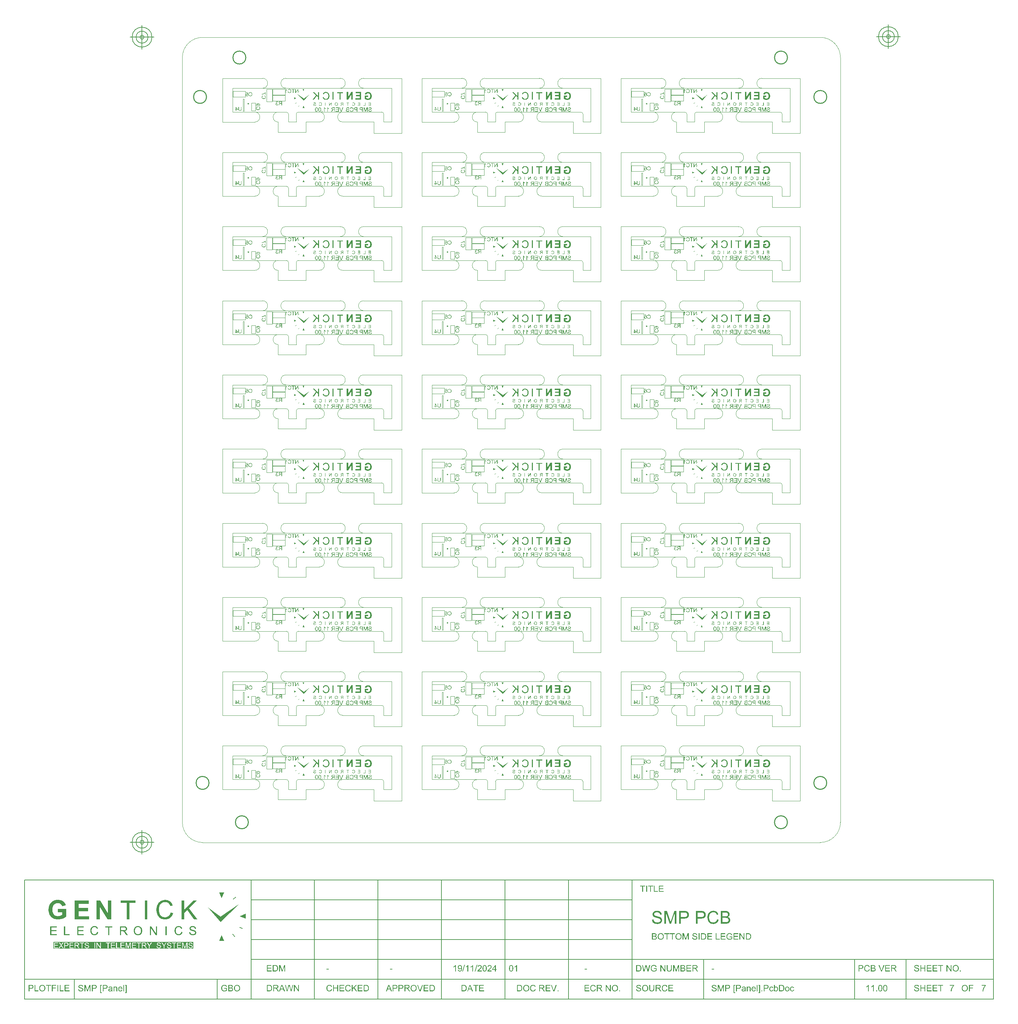
<source format=gbo>
G04*
G04 #@! TF.GenerationSoftware,Altium Limited,Altium Designer,25.0.2 (28)*
G04*
G04 Layer_Color=32896*
%FSLAX24Y24*%
%MOIN*%
G70*
G04*
G04 #@! TF.SameCoordinates,BAA0B08D-9D87-43D8-96EE-EFDE37164EB2*
G04*
G04*
G04 #@! TF.FilePolarity,Positive*
G04*
G01*
G75*
%ADD10C,0.0079*%
%ADD19C,0.0020*%
%ADD31C,0.0098*%
%ADD41C,0.0100*%
%ADD42C,0.0049*%
%ADD63C,0.0031*%
G36*
X49768Y74624D02*
X49774Y74614D01*
X49781Y74605D01*
X49788Y74597D01*
X49795Y74591D01*
X49800Y74586D01*
X49804Y74582D01*
X49804Y74581D01*
X49805Y74581D01*
X49816Y74571D01*
X49828Y74563D01*
X49839Y74555D01*
X49850Y74549D01*
X49859Y74543D01*
X49863Y74542D01*
X49867Y74540D01*
X49869Y74538D01*
X49871Y74537D01*
X49873Y74536D01*
X49873D01*
Y74490D01*
X49865Y74494D01*
X49856Y74498D01*
X49848Y74501D01*
X49840Y74505D01*
X49834Y74509D01*
X49829Y74512D01*
X49825Y74514D01*
X49825Y74515D01*
X49824D01*
X49814Y74521D01*
X49805Y74527D01*
X49798Y74532D01*
X49791Y74538D01*
X49786Y74542D01*
X49782Y74545D01*
X49780Y74547D01*
X49779Y74548D01*
Y74247D01*
X49732D01*
Y74633D01*
X49763D01*
X49768Y74624D01*
D02*
G37*
G36*
X30020D02*
X30026Y74614D01*
X30033Y74605D01*
X30040Y74597D01*
X30047Y74591D01*
X30052Y74586D01*
X30055Y74582D01*
X30056Y74581D01*
X30057Y74581D01*
X30068Y74571D01*
X30079Y74563D01*
X30091Y74555D01*
X30102Y74549D01*
X30111Y74543D01*
X30115Y74542D01*
X30119Y74540D01*
X30121Y74538D01*
X30123Y74537D01*
X30125Y74536D01*
X30125D01*
Y74490D01*
X30117Y74494D01*
X30108Y74498D01*
X30100Y74501D01*
X30092Y74505D01*
X30086Y74509D01*
X30081Y74512D01*
X30077Y74514D01*
X30077Y74515D01*
X30076D01*
X30066Y74521D01*
X30057Y74527D01*
X30050Y74532D01*
X30043Y74538D01*
X30038Y74542D01*
X30034Y74545D01*
X30032Y74547D01*
X30031Y74548D01*
Y74247D01*
X29984D01*
Y74633D01*
X30015D01*
X30020Y74624D01*
D02*
G37*
G36*
X10272D02*
X10278Y74614D01*
X10285Y74605D01*
X10292Y74597D01*
X10299Y74591D01*
X10304Y74586D01*
X10307Y74582D01*
X10308Y74581D01*
X10309Y74581D01*
X10320Y74571D01*
X10331Y74563D01*
X10343Y74555D01*
X10354Y74549D01*
X10363Y74543D01*
X10367Y74542D01*
X10371Y74540D01*
X10373Y74538D01*
X10375Y74537D01*
X10376Y74536D01*
X10377D01*
Y74490D01*
X10369Y74494D01*
X10360Y74498D01*
X10352Y74501D01*
X10344Y74505D01*
X10338Y74509D01*
X10333Y74512D01*
X10329Y74514D01*
X10329Y74515D01*
X10328D01*
X10318Y74521D01*
X10309Y74527D01*
X10302Y74532D01*
X10295Y74538D01*
X10290Y74542D01*
X10286Y74545D01*
X10283Y74547D01*
X10283Y74548D01*
Y74247D01*
X10236D01*
Y74633D01*
X10267D01*
X10272Y74624D01*
D02*
G37*
G36*
X51502Y74410D02*
X51407Y74630D01*
Y74632D01*
X51598D01*
X51502Y74410D01*
D02*
G37*
G36*
X31754D02*
X31659Y74630D01*
Y74632D01*
X31850D01*
X31754Y74410D01*
D02*
G37*
G36*
X12006D02*
X11911Y74630D01*
Y74632D01*
X12102D01*
X12006Y74410D01*
D02*
G37*
G36*
X50993Y74247D02*
X50944D01*
Y74549D01*
X50742Y74247D01*
X50690D01*
Y74631D01*
X50739D01*
Y74329D01*
X50941Y74631D01*
X50993D01*
Y74247D01*
D02*
G37*
G36*
X31245D02*
X31196D01*
Y74549D01*
X30994Y74247D01*
X30942D01*
Y74631D01*
X30991D01*
Y74329D01*
X31193Y74631D01*
X31245D01*
Y74247D01*
D02*
G37*
G36*
X11497D02*
X11448D01*
Y74549D01*
X11246Y74247D01*
X11194D01*
Y74631D01*
X11243D01*
Y74329D01*
X11445Y74631D01*
X11497D01*
Y74247D01*
D02*
G37*
G36*
X50130Y74636D02*
X50148Y74634D01*
X50163Y74630D01*
X50170Y74628D01*
X50177Y74626D01*
X50183Y74624D01*
X50188Y74622D01*
X50193Y74619D01*
X50197Y74618D01*
X50200Y74617D01*
X50202Y74615D01*
X50204Y74614D01*
X50204D01*
X50219Y74605D01*
X50232Y74594D01*
X50243Y74583D01*
X50252Y74571D01*
X50260Y74562D01*
X50263Y74557D01*
X50265Y74554D01*
X50267Y74550D01*
X50268Y74548D01*
X50269Y74547D01*
Y74546D01*
X50277Y74529D01*
X50283Y74511D01*
X50286Y74494D01*
X50289Y74477D01*
X50290Y74470D01*
X50291Y74463D01*
X50291Y74457D01*
Y74452D01*
X50292Y74447D01*
Y74445D01*
Y74442D01*
Y74442D01*
X50291Y74421D01*
X50289Y74402D01*
X50286Y74385D01*
X50284Y74377D01*
X50282Y74370D01*
X50280Y74363D01*
X50279Y74357D01*
X50277Y74352D01*
X50275Y74347D01*
X50274Y74343D01*
X50273Y74341D01*
X50272Y74339D01*
Y74339D01*
X50264Y74322D01*
X50254Y74307D01*
X50245Y74294D01*
X50235Y74284D01*
X50226Y74276D01*
X50219Y74270D01*
X50217Y74268D01*
X50215Y74267D01*
X50214Y74266D01*
X50213Y74266D01*
X50205Y74261D01*
X50197Y74257D01*
X50181Y74251D01*
X50164Y74247D01*
X50148Y74243D01*
X50140Y74243D01*
X50133Y74242D01*
X50128Y74241D01*
X50122D01*
X50118Y74240D01*
X50112D01*
X50101Y74241D01*
X50090Y74242D01*
X50071Y74246D01*
X50062Y74248D01*
X50053Y74251D01*
X50046Y74254D01*
X50039Y74257D01*
X50032Y74260D01*
X50027Y74263D01*
X50022Y74266D01*
X50018Y74268D01*
X50015Y74270D01*
X50012Y74272D01*
X50011Y74273D01*
X50011Y74273D01*
X50003Y74280D01*
X49996Y74287D01*
X49984Y74302D01*
X49974Y74318D01*
X49966Y74333D01*
X49963Y74340D01*
X49960Y74347D01*
X49958Y74353D01*
X49956Y74358D01*
X49954Y74363D01*
X49953Y74366D01*
X49953Y74368D01*
Y74368D01*
X50004Y74381D01*
X50008Y74364D01*
X50014Y74349D01*
X50021Y74337D01*
X50028Y74326D01*
X50034Y74319D01*
X50039Y74313D01*
X50043Y74309D01*
X50043Y74309D01*
X50044Y74308D01*
X50056Y74300D01*
X50067Y74294D01*
X50080Y74290D01*
X50091Y74287D01*
X50101Y74285D01*
X50105Y74284D01*
X50109D01*
X50112Y74284D01*
X50116D01*
X50129Y74284D01*
X50141Y74287D01*
X50152Y74290D01*
X50162Y74292D01*
X50170Y74296D01*
X50176Y74298D01*
X50179Y74299D01*
X50180Y74301D01*
X50181Y74301D01*
X50181D01*
X50192Y74309D01*
X50201Y74318D01*
X50208Y74326D01*
X50215Y74336D01*
X50219Y74343D01*
X50222Y74350D01*
X50224Y74353D01*
X50225Y74354D01*
X50225Y74356D01*
Y74356D01*
X50230Y74370D01*
X50233Y74385D01*
X50236Y74399D01*
X50238Y74413D01*
X50238Y74419D01*
X50239Y74424D01*
Y74429D01*
X50239Y74433D01*
Y74437D01*
Y74439D01*
Y74441D01*
Y74442D01*
X50239Y74456D01*
X50238Y74469D01*
X50236Y74481D01*
X50233Y74493D01*
X50231Y74502D01*
X50231Y74506D01*
X50229Y74509D01*
X50229Y74512D01*
X50228Y74514D01*
X50228Y74515D01*
Y74515D01*
X50222Y74528D01*
X50216Y74540D01*
X50209Y74549D01*
X50202Y74557D01*
X50196Y74564D01*
X50191Y74569D01*
X50187Y74571D01*
X50187Y74573D01*
X50186D01*
X50174Y74580D01*
X50162Y74585D01*
X50150Y74589D01*
X50138Y74591D01*
X50128Y74593D01*
X50124Y74594D01*
X50119D01*
X50117Y74594D01*
X50112D01*
X50098Y74594D01*
X50086Y74591D01*
X50075Y74588D01*
X50066Y74585D01*
X50059Y74581D01*
X50053Y74578D01*
X50050Y74576D01*
X50049Y74575D01*
X50039Y74567D01*
X50032Y74557D01*
X50025Y74547D01*
X50019Y74537D01*
X50015Y74528D01*
X50014Y74524D01*
X50012Y74521D01*
X50011Y74518D01*
X50010Y74515D01*
X50009Y74514D01*
Y74514D01*
X49959Y74525D01*
X49966Y74544D01*
X49970Y74553D01*
X49974Y74560D01*
X49979Y74568D01*
X49984Y74575D01*
X49988Y74581D01*
X49992Y74587D01*
X49997Y74591D01*
X50001Y74595D01*
X50005Y74600D01*
X50008Y74602D01*
X50011Y74605D01*
X50012Y74607D01*
X50014Y74607D01*
X50014Y74608D01*
X50022Y74613D01*
X50029Y74618D01*
X50038Y74622D01*
X50046Y74625D01*
X50062Y74631D01*
X50077Y74634D01*
X50084Y74635D01*
X50091Y74636D01*
X50097Y74636D01*
X50101Y74637D01*
X50105Y74638D01*
X50111D01*
X50130Y74636D01*
D02*
G37*
G36*
X30382D02*
X30399Y74634D01*
X30415Y74630D01*
X30422Y74628D01*
X30429Y74626D01*
X30435Y74624D01*
X30440Y74622D01*
X30445Y74619D01*
X30449Y74618D01*
X30452Y74617D01*
X30454Y74615D01*
X30456Y74614D01*
X30456D01*
X30471Y74605D01*
X30484Y74594D01*
X30495Y74583D01*
X30504Y74571D01*
X30512Y74562D01*
X30515Y74557D01*
X30517Y74554D01*
X30519Y74550D01*
X30520Y74548D01*
X30521Y74547D01*
Y74546D01*
X30529Y74529D01*
X30535Y74511D01*
X30538Y74494D01*
X30541Y74477D01*
X30542Y74470D01*
X30543Y74463D01*
X30543Y74457D01*
Y74452D01*
X30544Y74447D01*
Y74445D01*
Y74442D01*
Y74442D01*
X30543Y74421D01*
X30541Y74402D01*
X30538Y74385D01*
X30536Y74377D01*
X30534Y74370D01*
X30532Y74363D01*
X30531Y74357D01*
X30529Y74352D01*
X30527Y74347D01*
X30526Y74343D01*
X30525Y74341D01*
X30524Y74339D01*
Y74339D01*
X30516Y74322D01*
X30506Y74307D01*
X30497Y74294D01*
X30487Y74284D01*
X30478Y74276D01*
X30471Y74270D01*
X30469Y74268D01*
X30467Y74267D01*
X30466Y74266D01*
X30465Y74266D01*
X30457Y74261D01*
X30449Y74257D01*
X30433Y74251D01*
X30416Y74247D01*
X30399Y74243D01*
X30392Y74243D01*
X30385Y74242D01*
X30380Y74241D01*
X30374D01*
X30370Y74240D01*
X30364D01*
X30353Y74241D01*
X30342Y74242D01*
X30323Y74246D01*
X30314Y74248D01*
X30305Y74251D01*
X30298Y74254D01*
X30291Y74257D01*
X30284Y74260D01*
X30279Y74263D01*
X30274Y74266D01*
X30270Y74268D01*
X30267Y74270D01*
X30264Y74272D01*
X30263Y74273D01*
X30263Y74273D01*
X30255Y74280D01*
X30248Y74287D01*
X30236Y74302D01*
X30226Y74318D01*
X30218Y74333D01*
X30215Y74340D01*
X30212Y74347D01*
X30210Y74353D01*
X30208Y74358D01*
X30206Y74363D01*
X30205Y74366D01*
X30205Y74368D01*
Y74368D01*
X30256Y74381D01*
X30260Y74364D01*
X30266Y74349D01*
X30273Y74337D01*
X30280Y74326D01*
X30286Y74319D01*
X30291Y74313D01*
X30295Y74309D01*
X30295Y74309D01*
X30296Y74308D01*
X30308Y74300D01*
X30319Y74294D01*
X30332Y74290D01*
X30343Y74287D01*
X30353Y74285D01*
X30357Y74284D01*
X30361D01*
X30364Y74284D01*
X30368D01*
X30381Y74284D01*
X30393Y74287D01*
X30404Y74290D01*
X30414Y74292D01*
X30422Y74296D01*
X30428Y74298D01*
X30430Y74299D01*
X30432Y74301D01*
X30433Y74301D01*
X30433D01*
X30444Y74309D01*
X30453Y74318D01*
X30460Y74326D01*
X30467Y74336D01*
X30471Y74343D01*
X30474Y74350D01*
X30476Y74353D01*
X30477Y74354D01*
X30477Y74356D01*
Y74356D01*
X30482Y74370D01*
X30485Y74385D01*
X30488Y74399D01*
X30490Y74413D01*
X30490Y74419D01*
X30491Y74424D01*
Y74429D01*
X30491Y74433D01*
Y74437D01*
Y74439D01*
Y74441D01*
Y74442D01*
X30491Y74456D01*
X30490Y74469D01*
X30488Y74481D01*
X30485Y74493D01*
X30483Y74502D01*
X30483Y74506D01*
X30481Y74509D01*
X30481Y74512D01*
X30480Y74514D01*
X30480Y74515D01*
Y74515D01*
X30474Y74528D01*
X30468Y74540D01*
X30461Y74549D01*
X30454Y74557D01*
X30448Y74564D01*
X30443Y74569D01*
X30439Y74571D01*
X30439Y74573D01*
X30438D01*
X30426Y74580D01*
X30414Y74585D01*
X30402Y74589D01*
X30390Y74591D01*
X30380Y74593D01*
X30375Y74594D01*
X30371D01*
X30368Y74594D01*
X30364D01*
X30350Y74594D01*
X30338Y74591D01*
X30327Y74588D01*
X30318Y74585D01*
X30311Y74581D01*
X30305Y74578D01*
X30302Y74576D01*
X30301Y74575D01*
X30291Y74567D01*
X30284Y74557D01*
X30277Y74547D01*
X30271Y74537D01*
X30267Y74528D01*
X30266Y74524D01*
X30264Y74521D01*
X30263Y74518D01*
X30262Y74515D01*
X30261Y74514D01*
Y74514D01*
X30211Y74525D01*
X30218Y74544D01*
X30222Y74553D01*
X30226Y74560D01*
X30231Y74568D01*
X30236Y74575D01*
X30240Y74581D01*
X30244Y74587D01*
X30249Y74591D01*
X30253Y74595D01*
X30257Y74600D01*
X30260Y74602D01*
X30263Y74605D01*
X30264Y74607D01*
X30266Y74607D01*
X30266Y74608D01*
X30274Y74613D01*
X30281Y74618D01*
X30289Y74622D01*
X30298Y74625D01*
X30314Y74631D01*
X30329Y74634D01*
X30336Y74635D01*
X30343Y74636D01*
X30349Y74636D01*
X30353Y74637D01*
X30357Y74638D01*
X30363D01*
X30382Y74636D01*
D02*
G37*
G36*
X10634D02*
X10651Y74634D01*
X10667Y74630D01*
X10674Y74628D01*
X10681Y74626D01*
X10687Y74624D01*
X10692Y74622D01*
X10697Y74619D01*
X10701Y74618D01*
X10704Y74617D01*
X10706Y74615D01*
X10708Y74614D01*
X10708D01*
X10723Y74605D01*
X10736Y74594D01*
X10747Y74583D01*
X10756Y74571D01*
X10764Y74562D01*
X10767Y74557D01*
X10769Y74554D01*
X10771Y74550D01*
X10772Y74548D01*
X10773Y74547D01*
Y74546D01*
X10781Y74529D01*
X10787Y74511D01*
X10790Y74494D01*
X10793Y74477D01*
X10794Y74470D01*
X10795Y74463D01*
X10795Y74457D01*
Y74452D01*
X10796Y74447D01*
Y74445D01*
Y74442D01*
Y74442D01*
X10795Y74421D01*
X10793Y74402D01*
X10790Y74385D01*
X10788Y74377D01*
X10786Y74370D01*
X10784Y74363D01*
X10782Y74357D01*
X10781Y74352D01*
X10779Y74347D01*
X10778Y74343D01*
X10777Y74341D01*
X10776Y74339D01*
Y74339D01*
X10768Y74322D01*
X10758Y74307D01*
X10749Y74294D01*
X10739Y74284D01*
X10730Y74276D01*
X10723Y74270D01*
X10720Y74268D01*
X10719Y74267D01*
X10718Y74266D01*
X10717Y74266D01*
X10709Y74261D01*
X10701Y74257D01*
X10685Y74251D01*
X10668Y74247D01*
X10651Y74243D01*
X10644Y74243D01*
X10637Y74242D01*
X10632Y74241D01*
X10626D01*
X10622Y74240D01*
X10616D01*
X10605Y74241D01*
X10594Y74242D01*
X10575Y74246D01*
X10566Y74248D01*
X10557Y74251D01*
X10550Y74254D01*
X10543Y74257D01*
X10536Y74260D01*
X10531Y74263D01*
X10526Y74266D01*
X10522Y74268D01*
X10519Y74270D01*
X10516Y74272D01*
X10515Y74273D01*
X10515Y74273D01*
X10507Y74280D01*
X10500Y74287D01*
X10488Y74302D01*
X10478Y74318D01*
X10470Y74333D01*
X10467Y74340D01*
X10464Y74347D01*
X10462Y74353D01*
X10460Y74358D01*
X10458Y74363D01*
X10457Y74366D01*
X10457Y74368D01*
Y74368D01*
X10508Y74381D01*
X10512Y74364D01*
X10518Y74349D01*
X10525Y74337D01*
X10532Y74326D01*
X10538Y74319D01*
X10543Y74313D01*
X10547Y74309D01*
X10547Y74309D01*
X10548Y74308D01*
X10560Y74300D01*
X10571Y74294D01*
X10584Y74290D01*
X10595Y74287D01*
X10605Y74285D01*
X10609Y74284D01*
X10613D01*
X10616Y74284D01*
X10620D01*
X10633Y74284D01*
X10645Y74287D01*
X10656Y74290D01*
X10665Y74292D01*
X10674Y74296D01*
X10680Y74298D01*
X10682Y74299D01*
X10684Y74301D01*
X10685Y74301D01*
X10685D01*
X10696Y74309D01*
X10705Y74318D01*
X10712Y74326D01*
X10719Y74336D01*
X10723Y74343D01*
X10726Y74350D01*
X10727Y74353D01*
X10729Y74354D01*
X10729Y74356D01*
Y74356D01*
X10734Y74370D01*
X10737Y74385D01*
X10740Y74399D01*
X10742Y74413D01*
X10742Y74419D01*
X10743Y74424D01*
Y74429D01*
X10743Y74433D01*
Y74437D01*
Y74439D01*
Y74441D01*
Y74442D01*
X10743Y74456D01*
X10742Y74469D01*
X10740Y74481D01*
X10737Y74493D01*
X10735Y74502D01*
X10735Y74506D01*
X10733Y74509D01*
X10733Y74512D01*
X10732Y74514D01*
X10732Y74515D01*
Y74515D01*
X10726Y74528D01*
X10720Y74540D01*
X10713Y74549D01*
X10706Y74557D01*
X10700Y74564D01*
X10695Y74569D01*
X10691Y74571D01*
X10691Y74573D01*
X10690D01*
X10678Y74580D01*
X10666Y74585D01*
X10654Y74589D01*
X10642Y74591D01*
X10632Y74593D01*
X10627Y74594D01*
X10623D01*
X10620Y74594D01*
X10616D01*
X10602Y74594D01*
X10590Y74591D01*
X10579Y74588D01*
X10570Y74585D01*
X10563Y74581D01*
X10557Y74578D01*
X10554Y74576D01*
X10553Y74575D01*
X10543Y74567D01*
X10536Y74557D01*
X10529Y74547D01*
X10523Y74537D01*
X10519Y74528D01*
X10517Y74524D01*
X10516Y74521D01*
X10515Y74518D01*
X10514Y74515D01*
X10513Y74514D01*
Y74514D01*
X10463Y74525D01*
X10470Y74544D01*
X10474Y74553D01*
X10478Y74560D01*
X10483Y74568D01*
X10488Y74575D01*
X10492Y74581D01*
X10496Y74587D01*
X10501Y74591D01*
X10505Y74595D01*
X10509Y74600D01*
X10512Y74602D01*
X10515Y74605D01*
X10516Y74607D01*
X10517Y74607D01*
X10518Y74608D01*
X10526Y74613D01*
X10533Y74618D01*
X10541Y74622D01*
X10550Y74625D01*
X10566Y74631D01*
X10581Y74634D01*
X10588Y74635D01*
X10595Y74636D01*
X10601Y74636D01*
X10605Y74637D01*
X10609Y74638D01*
X10615D01*
X10634Y74636D01*
D02*
G37*
G36*
X50634Y74586D02*
X50507D01*
Y74247D01*
X50456D01*
Y74586D01*
X50330D01*
Y74631D01*
X50634D01*
Y74586D01*
D02*
G37*
G36*
X30886D02*
X30759D01*
Y74247D01*
X30708D01*
Y74586D01*
X30582D01*
Y74631D01*
X30886D01*
Y74586D01*
D02*
G37*
G36*
X11138D02*
X11011D01*
Y74247D01*
X10960D01*
Y74586D01*
X10834D01*
Y74631D01*
X11138D01*
Y74586D01*
D02*
G37*
G36*
X45918Y74313D02*
X45929Y74312D01*
X45938Y74309D01*
X45948Y74306D01*
X45957Y74303D01*
X45964Y74299D01*
X45972Y74295D01*
X45978Y74291D01*
X45984Y74287D01*
X45989Y74283D01*
X45993Y74279D01*
X45998Y74276D01*
X46000Y74273D01*
X46002Y74271D01*
X46003Y74269D01*
X46004Y74269D01*
X46011Y74259D01*
X46017Y74247D01*
X46023Y74235D01*
X46027Y74222D01*
X46031Y74209D01*
X46035Y74196D01*
X46038Y74182D01*
X46040Y74169D01*
X46041Y74156D01*
X46043Y74145D01*
X46044Y74134D01*
X46044Y74125D01*
X46045Y74117D01*
Y74111D01*
Y74110D01*
Y74108D01*
Y74107D01*
Y74107D01*
X46044Y74089D01*
X46043Y74072D01*
X46041Y74056D01*
X46039Y74042D01*
X46036Y74030D01*
X46033Y74018D01*
X46030Y74007D01*
X46026Y73998D01*
X46023Y73990D01*
X46020Y73983D01*
X46017Y73977D01*
X46014Y73972D01*
X46012Y73969D01*
X46010Y73966D01*
X46009Y73965D01*
X46008Y73964D01*
X46001Y73956D01*
X45993Y73950D01*
X45985Y73944D01*
X45977Y73939D01*
X45969Y73935D01*
X45961Y73931D01*
X45953Y73928D01*
X45946Y73926D01*
X45938Y73924D01*
X45932Y73923D01*
X45926Y73922D01*
X45922Y73921D01*
X45917D01*
X45914Y73921D01*
X45912D01*
X45899Y73921D01*
X45888Y73923D01*
X45877Y73926D01*
X45868Y73929D01*
X45861Y73932D01*
X45855Y73935D01*
X45851Y73937D01*
X45850Y73937D01*
X45840Y73944D01*
X45832Y73952D01*
X45824Y73959D01*
X45818Y73967D01*
X45813Y73974D01*
X45810Y73979D01*
X45809Y73982D01*
X45807Y73983D01*
X45807Y73984D01*
Y73984D01*
X45802Y73996D01*
X45797Y74008D01*
X45795Y74020D01*
X45793Y74030D01*
X45792Y74039D01*
Y74042D01*
X45791Y74046D01*
Y74048D01*
Y74050D01*
Y74051D01*
Y74052D01*
X45792Y74062D01*
X45792Y74072D01*
X45794Y74080D01*
X45796Y74089D01*
X45799Y74097D01*
X45802Y74104D01*
X45805Y74111D01*
X45807Y74117D01*
X45811Y74123D01*
X45814Y74127D01*
X45817Y74131D01*
X45819Y74135D01*
X45821Y74138D01*
X45823Y74140D01*
X45824Y74141D01*
X45824Y74141D01*
X45831Y74148D01*
X45837Y74153D01*
X45844Y74158D01*
X45851Y74162D01*
X45858Y74165D01*
X45865Y74168D01*
X45877Y74172D01*
X45888Y74175D01*
X45893Y74175D01*
X45897Y74176D01*
X45900Y74176D01*
X45905D01*
X45915Y74176D01*
X45924Y74175D01*
X45933Y74172D01*
X45941Y74170D01*
X45947Y74168D01*
X45953Y74165D01*
X45955Y74164D01*
X45957Y74164D01*
X45965Y74158D01*
X45974Y74152D01*
X45981Y74146D01*
X45986Y74140D01*
X45992Y74134D01*
X45995Y74129D01*
X45998Y74126D01*
X45998Y74125D01*
Y74135D01*
X45998Y74145D01*
X45997Y74155D01*
X45996Y74164D01*
X45995Y74171D01*
X45994Y74179D01*
X45993Y74185D01*
X45992Y74191D01*
X45991Y74196D01*
X45989Y74201D01*
X45988Y74205D01*
X45987Y74208D01*
X45986Y74210D01*
X45986Y74213D01*
X45985Y74213D01*
Y74214D01*
X45980Y74225D01*
X45974Y74235D01*
X45968Y74243D01*
X45962Y74250D01*
X45958Y74255D01*
X45954Y74259D01*
X45951Y74261D01*
X45950Y74262D01*
X45943Y74266D01*
X45937Y74269D01*
X45930Y74272D01*
X45923Y74273D01*
X45918Y74274D01*
X45914Y74275D01*
X45910D01*
X45900Y74274D01*
X45891Y74272D01*
X45882Y74268D01*
X45875Y74265D01*
X45870Y74261D01*
X45866Y74258D01*
X45863Y74255D01*
X45862Y74254D01*
X45858Y74249D01*
X45855Y74243D01*
X45849Y74230D01*
X45847Y74224D01*
X45845Y74219D01*
X45844Y74216D01*
Y74215D01*
Y74214D01*
X45797Y74218D01*
X45800Y74234D01*
X45806Y74248D01*
X45811Y74259D01*
X45817Y74269D01*
X45823Y74277D01*
X45828Y74283D01*
X45831Y74286D01*
X45832Y74288D01*
X45833D01*
X45838Y74292D01*
X45844Y74296D01*
X45857Y74302D01*
X45869Y74307D01*
X45881Y74310D01*
X45891Y74312D01*
X45896Y74313D01*
X45899D01*
X45903Y74313D01*
X45907D01*
X45918Y74313D01*
D02*
G37*
G36*
X26170D02*
X26181Y74312D01*
X26190Y74309D01*
X26200Y74306D01*
X26209Y74303D01*
X26216Y74299D01*
X26224Y74295D01*
X26230Y74291D01*
X26236Y74287D01*
X26241Y74283D01*
X26245Y74279D01*
X26250Y74276D01*
X26252Y74273D01*
X26254Y74271D01*
X26255Y74269D01*
X26256Y74269D01*
X26263Y74259D01*
X26269Y74247D01*
X26275Y74235D01*
X26279Y74222D01*
X26283Y74209D01*
X26287Y74196D01*
X26290Y74182D01*
X26292Y74169D01*
X26293Y74156D01*
X26295Y74145D01*
X26296Y74134D01*
X26296Y74125D01*
X26297Y74117D01*
Y74111D01*
Y74110D01*
Y74108D01*
Y74107D01*
Y74107D01*
X26296Y74089D01*
X26295Y74072D01*
X26293Y74056D01*
X26291Y74042D01*
X26288Y74030D01*
X26285Y74018D01*
X26282Y74007D01*
X26278Y73998D01*
X26275Y73990D01*
X26272Y73983D01*
X26269Y73977D01*
X26266Y73972D01*
X26264Y73969D01*
X26262Y73966D01*
X26261Y73965D01*
X26260Y73964D01*
X26253Y73956D01*
X26245Y73950D01*
X26237Y73944D01*
X26229Y73939D01*
X26221Y73935D01*
X26213Y73931D01*
X26205Y73928D01*
X26197Y73926D01*
X26190Y73924D01*
X26184Y73923D01*
X26178Y73922D01*
X26173Y73921D01*
X26169D01*
X26166Y73921D01*
X26164D01*
X26151Y73921D01*
X26140Y73923D01*
X26129Y73926D01*
X26120Y73929D01*
X26113Y73932D01*
X26107Y73935D01*
X26103Y73937D01*
X26102Y73937D01*
X26092Y73944D01*
X26084Y73952D01*
X26076Y73959D01*
X26070Y73967D01*
X26065Y73974D01*
X26062Y73979D01*
X26061Y73982D01*
X26059Y73983D01*
X26059Y73984D01*
Y73984D01*
X26054Y73996D01*
X26049Y74008D01*
X26047Y74020D01*
X26045Y74030D01*
X26044Y74039D01*
Y74042D01*
X26043Y74046D01*
Y74048D01*
Y74050D01*
Y74051D01*
Y74052D01*
X26044Y74062D01*
X26044Y74072D01*
X26046Y74080D01*
X26048Y74089D01*
X26051Y74097D01*
X26054Y74104D01*
X26056Y74111D01*
X26059Y74117D01*
X26063Y74123D01*
X26066Y74127D01*
X26069Y74131D01*
X26071Y74135D01*
X26073Y74138D01*
X26075Y74140D01*
X26076Y74141D01*
X26076Y74141D01*
X26083Y74148D01*
X26089Y74153D01*
X26096Y74158D01*
X26103Y74162D01*
X26110Y74165D01*
X26117Y74168D01*
X26129Y74172D01*
X26140Y74175D01*
X26145Y74175D01*
X26149Y74176D01*
X26152Y74176D01*
X26157D01*
X26167Y74176D01*
X26176Y74175D01*
X26185Y74172D01*
X26193Y74170D01*
X26199Y74168D01*
X26204Y74165D01*
X26207Y74164D01*
X26209Y74164D01*
X26217Y74158D01*
X26226Y74152D01*
X26233Y74146D01*
X26238Y74140D01*
X26244Y74134D01*
X26247Y74129D01*
X26250Y74126D01*
X26250Y74125D01*
Y74135D01*
X26250Y74145D01*
X26249Y74155D01*
X26248Y74164D01*
X26247Y74171D01*
X26246Y74179D01*
X26245Y74185D01*
X26244Y74191D01*
X26243Y74196D01*
X26241Y74201D01*
X26240Y74205D01*
X26239Y74208D01*
X26238Y74210D01*
X26238Y74213D01*
X26237Y74213D01*
Y74214D01*
X26232Y74225D01*
X26226Y74235D01*
X26220Y74243D01*
X26214Y74250D01*
X26210Y74255D01*
X26206Y74259D01*
X26203Y74261D01*
X26202Y74262D01*
X26195Y74266D01*
X26189Y74269D01*
X26182Y74272D01*
X26175Y74273D01*
X26170Y74274D01*
X26166Y74275D01*
X26162D01*
X26152Y74274D01*
X26142Y74272D01*
X26134Y74268D01*
X26127Y74265D01*
X26122Y74261D01*
X26118Y74258D01*
X26115Y74255D01*
X26114Y74254D01*
X26110Y74249D01*
X26107Y74243D01*
X26101Y74230D01*
X26099Y74224D01*
X26097Y74219D01*
X26096Y74216D01*
Y74215D01*
Y74214D01*
X26049Y74218D01*
X26052Y74234D01*
X26058Y74248D01*
X26063Y74259D01*
X26069Y74269D01*
X26075Y74277D01*
X26080Y74283D01*
X26083Y74286D01*
X26084Y74288D01*
X26085D01*
X26090Y74292D01*
X26096Y74296D01*
X26109Y74302D01*
X26121Y74307D01*
X26133Y74310D01*
X26143Y74312D01*
X26148Y74313D01*
X26151D01*
X26155Y74313D01*
X26159D01*
X26170Y74313D01*
D02*
G37*
G36*
X6422D02*
X6432Y74312D01*
X6442Y74309D01*
X6452Y74306D01*
X6461Y74303D01*
X6468Y74299D01*
X6476Y74295D01*
X6482Y74291D01*
X6488Y74287D01*
X6493Y74283D01*
X6497Y74279D01*
X6502Y74276D01*
X6504Y74273D01*
X6506Y74271D01*
X6507Y74269D01*
X6508Y74269D01*
X6515Y74259D01*
X6521Y74247D01*
X6527Y74235D01*
X6531Y74222D01*
X6535Y74209D01*
X6539Y74196D01*
X6542Y74182D01*
X6544Y74169D01*
X6545Y74156D01*
X6547Y74145D01*
X6548Y74134D01*
X6548Y74125D01*
X6549Y74117D01*
Y74111D01*
Y74110D01*
Y74108D01*
Y74107D01*
Y74107D01*
X6548Y74089D01*
X6547Y74072D01*
X6545Y74056D01*
X6543Y74042D01*
X6540Y74030D01*
X6537Y74018D01*
X6534Y74007D01*
X6530Y73998D01*
X6527Y73990D01*
X6524Y73983D01*
X6521Y73977D01*
X6518Y73972D01*
X6516Y73969D01*
X6514Y73966D01*
X6513Y73965D01*
X6512Y73964D01*
X6505Y73956D01*
X6497Y73950D01*
X6489Y73944D01*
X6481Y73939D01*
X6473Y73935D01*
X6465Y73931D01*
X6457Y73928D01*
X6449Y73926D01*
X6442Y73924D01*
X6436Y73923D01*
X6430Y73922D01*
X6425Y73921D01*
X6421D01*
X6418Y73921D01*
X6416D01*
X6403Y73921D01*
X6392Y73923D01*
X6381Y73926D01*
X6372Y73929D01*
X6365Y73932D01*
X6359Y73935D01*
X6355Y73937D01*
X6354Y73937D01*
X6344Y73944D01*
X6336Y73952D01*
X6328Y73959D01*
X6322Y73967D01*
X6317Y73974D01*
X6314Y73979D01*
X6313Y73982D01*
X6311Y73983D01*
X6311Y73984D01*
Y73984D01*
X6306Y73996D01*
X6301Y74008D01*
X6299Y74020D01*
X6297Y74030D01*
X6296Y74039D01*
Y74042D01*
X6295Y74046D01*
Y74048D01*
Y74050D01*
Y74051D01*
Y74052D01*
X6296Y74062D01*
X6296Y74072D01*
X6298Y74080D01*
X6300Y74089D01*
X6303Y74097D01*
X6306Y74104D01*
X6308Y74111D01*
X6311Y74117D01*
X6315Y74123D01*
X6318Y74127D01*
X6321Y74131D01*
X6323Y74135D01*
X6325Y74138D01*
X6327Y74140D01*
X6328Y74141D01*
X6328Y74141D01*
X6335Y74148D01*
X6341Y74153D01*
X6348Y74158D01*
X6355Y74162D01*
X6362Y74165D01*
X6369Y74168D01*
X6381Y74172D01*
X6392Y74175D01*
X6397Y74175D01*
X6401Y74176D01*
X6404Y74176D01*
X6409D01*
X6419Y74176D01*
X6428Y74175D01*
X6437Y74172D01*
X6445Y74170D01*
X6451Y74168D01*
X6456Y74165D01*
X6459Y74164D01*
X6461Y74164D01*
X6469Y74158D01*
X6478Y74152D01*
X6485Y74146D01*
X6490Y74140D01*
X6496Y74134D01*
X6499Y74129D01*
X6502Y74126D01*
X6502Y74125D01*
Y74135D01*
X6502Y74145D01*
X6501Y74155D01*
X6500Y74164D01*
X6499Y74171D01*
X6498Y74179D01*
X6497Y74185D01*
X6496Y74191D01*
X6494Y74196D01*
X6493Y74201D01*
X6492Y74205D01*
X6491Y74208D01*
X6490Y74210D01*
X6490Y74213D01*
X6489Y74213D01*
Y74214D01*
X6484Y74225D01*
X6478Y74235D01*
X6472Y74243D01*
X6466Y74250D01*
X6462Y74255D01*
X6458Y74259D01*
X6455Y74261D01*
X6454Y74262D01*
X6447Y74266D01*
X6441Y74269D01*
X6434Y74272D01*
X6427Y74273D01*
X6422Y74274D01*
X6418Y74275D01*
X6414D01*
X6404Y74274D01*
X6394Y74272D01*
X6386Y74268D01*
X6379Y74265D01*
X6374Y74261D01*
X6370Y74258D01*
X6367Y74255D01*
X6366Y74254D01*
X6362Y74249D01*
X6359Y74243D01*
X6353Y74230D01*
X6351Y74224D01*
X6349Y74219D01*
X6348Y74216D01*
Y74215D01*
Y74214D01*
X6301Y74218D01*
X6304Y74234D01*
X6310Y74248D01*
X6315Y74259D01*
X6321Y74269D01*
X6327Y74277D01*
X6332Y74283D01*
X6335Y74286D01*
X6336Y74288D01*
X6337D01*
X6342Y74292D01*
X6348Y74296D01*
X6361Y74302D01*
X6373Y74307D01*
X6385Y74310D01*
X6395Y74312D01*
X6400Y74313D01*
X6403D01*
X6407Y74313D01*
X6411D01*
X6422Y74313D01*
D02*
G37*
G36*
X47750Y74037D02*
X47705D01*
Y74225D01*
X47688Y74212D01*
X47671Y74200D01*
X47654Y74188D01*
X47639Y74177D01*
X47631Y74173D01*
X47625Y74169D01*
X47619Y74166D01*
X47613Y74163D01*
X47609Y74161D01*
X47606Y74159D01*
X47604Y74158D01*
X47603Y74157D01*
X47581Y74146D01*
X47559Y74136D01*
X47538Y74128D01*
X47528Y74124D01*
X47519Y74121D01*
X47510Y74118D01*
X47503Y74115D01*
X47496Y74113D01*
X47491Y74111D01*
X47486Y74110D01*
X47482Y74109D01*
X47480Y74108D01*
X47479D01*
X47456Y74103D01*
X47446Y74100D01*
X47435Y74099D01*
X47426Y74097D01*
X47417Y74096D01*
X47408Y74094D01*
X47400Y74093D01*
X47394Y74093D01*
X47388Y74092D01*
X47382Y74092D01*
X47378D01*
X47375Y74091D01*
X47372D01*
X47371D01*
X47370D01*
Y74139D01*
X47391Y74141D01*
X47411Y74144D01*
X47429Y74146D01*
X47437Y74148D01*
X47444Y74149D01*
X47451Y74151D01*
X47457Y74152D01*
X47463Y74154D01*
X47467Y74155D01*
X47471Y74156D01*
X47473Y74156D01*
X47475Y74157D01*
X47475D01*
X47501Y74165D01*
X47525Y74174D01*
X47537Y74179D01*
X47548Y74183D01*
X47558Y74188D01*
X47568Y74192D01*
X47577Y74196D01*
X47585Y74200D01*
X47592Y74204D01*
X47598Y74207D01*
X47602Y74209D01*
X47606Y74211D01*
X47608Y74212D01*
X47609Y74213D01*
X47620Y74220D01*
X47632Y74226D01*
X47643Y74233D01*
X47653Y74240D01*
X47662Y74245D01*
X47670Y74252D01*
X47678Y74258D01*
X47685Y74263D01*
X47691Y74268D01*
X47697Y74272D01*
X47702Y74276D01*
X47706Y74279D01*
X47709Y74282D01*
X47711Y74284D01*
X47712Y74285D01*
X47713Y74286D01*
X47750D01*
Y74037D01*
D02*
G37*
G36*
X28002D02*
X27957D01*
Y74225D01*
X27940Y74212D01*
X27923Y74200D01*
X27906Y74188D01*
X27891Y74177D01*
X27883Y74173D01*
X27877Y74169D01*
X27871Y74166D01*
X27865Y74163D01*
X27861Y74161D01*
X27858Y74159D01*
X27856Y74158D01*
X27855Y74157D01*
X27833Y74146D01*
X27811Y74136D01*
X27790Y74128D01*
X27780Y74124D01*
X27771Y74121D01*
X27762Y74118D01*
X27755Y74115D01*
X27748Y74113D01*
X27743Y74111D01*
X27738Y74110D01*
X27734Y74109D01*
X27732Y74108D01*
X27731D01*
X27708Y74103D01*
X27698Y74100D01*
X27687Y74099D01*
X27678Y74097D01*
X27669Y74096D01*
X27660Y74094D01*
X27652Y74093D01*
X27646Y74093D01*
X27640Y74092D01*
X27634Y74092D01*
X27630D01*
X27627Y74091D01*
X27624D01*
X27623D01*
X27622D01*
Y74139D01*
X27643Y74141D01*
X27663Y74144D01*
X27681Y74146D01*
X27689Y74148D01*
X27696Y74149D01*
X27703Y74151D01*
X27709Y74152D01*
X27714Y74154D01*
X27719Y74155D01*
X27723Y74156D01*
X27725Y74156D01*
X27727Y74157D01*
X27727D01*
X27753Y74165D01*
X27777Y74174D01*
X27789Y74179D01*
X27800Y74183D01*
X27810Y74188D01*
X27820Y74192D01*
X27829Y74196D01*
X27837Y74200D01*
X27844Y74204D01*
X27850Y74207D01*
X27854Y74209D01*
X27858Y74211D01*
X27860Y74212D01*
X27861Y74213D01*
X27872Y74220D01*
X27884Y74226D01*
X27895Y74233D01*
X27905Y74240D01*
X27914Y74245D01*
X27922Y74252D01*
X27930Y74258D01*
X27937Y74263D01*
X27943Y74268D01*
X27949Y74272D01*
X27954Y74276D01*
X27958Y74279D01*
X27961Y74282D01*
X27963Y74284D01*
X27964Y74285D01*
X27965Y74286D01*
X28002D01*
Y74037D01*
D02*
G37*
G36*
X8254D02*
X8209D01*
Y74225D01*
X8192Y74212D01*
X8175Y74200D01*
X8158Y74188D01*
X8143Y74177D01*
X8135Y74173D01*
X8128Y74169D01*
X8123Y74166D01*
X8117Y74163D01*
X8113Y74161D01*
X8110Y74159D01*
X8108Y74158D01*
X8107Y74157D01*
X8085Y74146D01*
X8063Y74136D01*
X8042Y74128D01*
X8032Y74124D01*
X8023Y74121D01*
X8014Y74118D01*
X8007Y74115D01*
X8000Y74113D01*
X7995Y74111D01*
X7990Y74110D01*
X7986Y74109D01*
X7984Y74108D01*
X7983D01*
X7960Y74103D01*
X7949Y74100D01*
X7939Y74099D01*
X7930Y74097D01*
X7921Y74096D01*
X7912Y74094D01*
X7904Y74093D01*
X7898Y74093D01*
X7892Y74092D01*
X7886Y74092D01*
X7882D01*
X7879Y74091D01*
X7876D01*
X7875D01*
X7874D01*
Y74139D01*
X7895Y74141D01*
X7915Y74144D01*
X7933Y74146D01*
X7941Y74148D01*
X7948Y74149D01*
X7955Y74151D01*
X7961Y74152D01*
X7966Y74154D01*
X7971Y74155D01*
X7975Y74156D01*
X7977Y74156D01*
X7979Y74157D01*
X7979D01*
X8005Y74165D01*
X8029Y74174D01*
X8041Y74179D01*
X8052Y74183D01*
X8062Y74188D01*
X8072Y74192D01*
X8081Y74196D01*
X8089Y74200D01*
X8096Y74204D01*
X8102Y74207D01*
X8106Y74209D01*
X8110Y74211D01*
X8112Y74212D01*
X8113Y74213D01*
X8124Y74220D01*
X8136Y74226D01*
X8147Y74233D01*
X8157Y74240D01*
X8166Y74245D01*
X8174Y74252D01*
X8182Y74258D01*
X8189Y74263D01*
X8195Y74268D01*
X8201Y74272D01*
X8206Y74276D01*
X8210Y74279D01*
X8213Y74282D01*
X8215Y74284D01*
X8216Y74285D01*
X8217Y74286D01*
X8254D01*
Y74037D01*
D02*
G37*
G36*
X46263Y74317D02*
X46281Y74314D01*
X46297Y74310D01*
X46304Y74309D01*
X46310Y74306D01*
X46316Y74304D01*
X46322Y74302D01*
X46326Y74300D01*
X46330Y74298D01*
X46333Y74297D01*
X46336Y74296D01*
X46337Y74295D01*
X46337D01*
X46352Y74285D01*
X46366Y74274D01*
X46377Y74263D01*
X46385Y74252D01*
X46393Y74242D01*
X46396Y74238D01*
X46398Y74234D01*
X46400Y74231D01*
X46401Y74228D01*
X46402Y74227D01*
Y74227D01*
X46410Y74210D01*
X46416Y74192D01*
X46419Y74174D01*
X46422Y74158D01*
X46423Y74150D01*
X46424Y74144D01*
X46425Y74137D01*
Y74132D01*
X46425Y74128D01*
Y74125D01*
Y74123D01*
Y74122D01*
X46425Y74102D01*
X46422Y74083D01*
X46419Y74065D01*
X46417Y74057D01*
X46415Y74050D01*
X46413Y74043D01*
X46412Y74037D01*
X46410Y74032D01*
X46408Y74027D01*
X46407Y74024D01*
X46406Y74021D01*
X46405Y74020D01*
Y74019D01*
X46397Y74002D01*
X46387Y73987D01*
X46378Y73975D01*
X46368Y73965D01*
X46360Y73956D01*
X46353Y73951D01*
X46350Y73949D01*
X46348Y73947D01*
X46347Y73946D01*
X46346Y73946D01*
X46339Y73941D01*
X46330Y73938D01*
X46314Y73931D01*
X46297Y73927D01*
X46281Y73924D01*
X46274Y73923D01*
X46267Y73922D01*
X46261Y73921D01*
X46256D01*
X46251Y73921D01*
X46245D01*
X46234Y73921D01*
X46223Y73922D01*
X46204Y73926D01*
X46195Y73928D01*
X46187Y73931D01*
X46179Y73934D01*
X46172Y73937D01*
X46165Y73940D01*
X46160Y73943D01*
X46156Y73946D01*
X46151Y73948D01*
X46148Y73951D01*
X46146Y73952D01*
X46144Y73953D01*
X46144Y73953D01*
X46136Y73960D01*
X46129Y73967D01*
X46117Y73982D01*
X46107Y73998D01*
X46099Y74014D01*
X46096Y74021D01*
X46094Y74027D01*
X46091Y74034D01*
X46089Y74038D01*
X46088Y74043D01*
X46086Y74046D01*
X46086Y74048D01*
Y74049D01*
X46137Y74062D01*
X46141Y74045D01*
X46147Y74030D01*
X46154Y74017D01*
X46161Y74007D01*
X46167Y73999D01*
X46172Y73993D01*
X46176Y73990D01*
X46177Y73989D01*
X46177Y73989D01*
X46189Y73980D01*
X46201Y73975D01*
X46213Y73970D01*
X46224Y73967D01*
X46234Y73965D01*
X46239Y73965D01*
X46242D01*
X46245Y73964D01*
X46249D01*
X46262Y73965D01*
X46274Y73967D01*
X46285Y73970D01*
X46295Y73973D01*
X46303Y73976D01*
X46309Y73979D01*
X46312Y73980D01*
X46313Y73981D01*
X46314Y73982D01*
X46315D01*
X46325Y73989D01*
X46334Y73998D01*
X46342Y74007D01*
X46348Y74016D01*
X46353Y74024D01*
X46356Y74031D01*
X46357Y74033D01*
X46358Y74035D01*
X46358Y74036D01*
Y74037D01*
X46363Y74051D01*
X46367Y74065D01*
X46369Y74080D01*
X46371Y74093D01*
X46371Y74099D01*
X46372Y74104D01*
Y74110D01*
X46373Y74114D01*
Y74117D01*
Y74120D01*
Y74121D01*
Y74122D01*
X46372Y74136D01*
X46371Y74149D01*
X46369Y74162D01*
X46367Y74173D01*
X46364Y74182D01*
X46364Y74186D01*
X46363Y74189D01*
X46362Y74192D01*
X46361Y74194D01*
X46361Y74195D01*
Y74196D01*
X46356Y74209D01*
X46349Y74220D01*
X46342Y74230D01*
X46336Y74238D01*
X46329Y74244D01*
X46324Y74249D01*
X46320Y74252D01*
X46320Y74253D01*
X46319D01*
X46308Y74260D01*
X46295Y74265D01*
X46283Y74269D01*
X46271Y74272D01*
X46261Y74273D01*
X46257Y74274D01*
X46253D01*
X46250Y74275D01*
X46246D01*
X46232Y74274D01*
X46219Y74272D01*
X46208Y74269D01*
X46199Y74265D01*
X46192Y74261D01*
X46187Y74258D01*
X46183Y74256D01*
X46182Y74255D01*
X46172Y74247D01*
X46165Y74238D01*
X46158Y74227D01*
X46153Y74217D01*
X46148Y74209D01*
X46147Y74204D01*
X46145Y74201D01*
X46144Y74198D01*
X46143Y74196D01*
X46143Y74195D01*
Y74194D01*
X46092Y74206D01*
X46099Y74224D01*
X46103Y74233D01*
X46108Y74241D01*
X46112Y74248D01*
X46117Y74255D01*
X46121Y74261D01*
X46126Y74267D01*
X46130Y74272D01*
X46134Y74276D01*
X46138Y74280D01*
X46141Y74283D01*
X46144Y74285D01*
X46146Y74287D01*
X46147Y74288D01*
X46147Y74288D01*
X46155Y74293D01*
X46163Y74298D01*
X46171Y74302D01*
X46179Y74306D01*
X46195Y74311D01*
X46210Y74314D01*
X46218Y74316D01*
X46224Y74316D01*
X46230Y74317D01*
X46234Y74317D01*
X46239Y74318D01*
X46244D01*
X46263Y74317D01*
D02*
G37*
G36*
X26515D02*
X26533Y74314D01*
X26548Y74310D01*
X26555Y74309D01*
X26562Y74306D01*
X26568Y74304D01*
X26574Y74302D01*
X26578Y74300D01*
X26582Y74298D01*
X26585Y74297D01*
X26588Y74296D01*
X26589Y74295D01*
X26589D01*
X26604Y74285D01*
X26617Y74274D01*
X26629Y74263D01*
X26637Y74252D01*
X26645Y74242D01*
X26648Y74238D01*
X26650Y74234D01*
X26652Y74231D01*
X26653Y74228D01*
X26654Y74227D01*
Y74227D01*
X26662Y74210D01*
X26668Y74192D01*
X26671Y74174D01*
X26674Y74158D01*
X26675Y74150D01*
X26676Y74144D01*
X26677Y74137D01*
Y74132D01*
X26677Y74128D01*
Y74125D01*
Y74123D01*
Y74122D01*
X26677Y74102D01*
X26674Y74083D01*
X26671Y74065D01*
X26669Y74057D01*
X26667Y74050D01*
X26665Y74043D01*
X26664Y74037D01*
X26662Y74032D01*
X26660Y74027D01*
X26659Y74024D01*
X26658Y74021D01*
X26657Y74020D01*
Y74019D01*
X26649Y74002D01*
X26639Y73987D01*
X26630Y73975D01*
X26620Y73965D01*
X26612Y73956D01*
X26605Y73951D01*
X26602Y73949D01*
X26600Y73947D01*
X26599Y73946D01*
X26598Y73946D01*
X26591Y73941D01*
X26582Y73938D01*
X26566Y73931D01*
X26549Y73927D01*
X26533Y73924D01*
X26526Y73923D01*
X26519Y73922D01*
X26513Y73921D01*
X26508D01*
X26503Y73921D01*
X26497D01*
X26486Y73921D01*
X26475Y73922D01*
X26456Y73926D01*
X26447Y73928D01*
X26438Y73931D01*
X26431Y73934D01*
X26424Y73937D01*
X26417Y73940D01*
X26412Y73943D01*
X26407Y73946D01*
X26403Y73948D01*
X26400Y73951D01*
X26398Y73952D01*
X26396Y73953D01*
X26396Y73953D01*
X26388Y73960D01*
X26381Y73967D01*
X26369Y73982D01*
X26359Y73998D01*
X26351Y74014D01*
X26348Y74021D01*
X26345Y74027D01*
X26343Y74034D01*
X26341Y74038D01*
X26340Y74043D01*
X26338Y74046D01*
X26338Y74048D01*
Y74049D01*
X26389Y74062D01*
X26393Y74045D01*
X26399Y74030D01*
X26406Y74017D01*
X26413Y74007D01*
X26419Y73999D01*
X26424Y73993D01*
X26428Y73990D01*
X26429Y73989D01*
X26429Y73989D01*
X26441Y73980D01*
X26453Y73975D01*
X26465Y73970D01*
X26476Y73967D01*
X26486Y73965D01*
X26491Y73965D01*
X26494D01*
X26497Y73964D01*
X26501D01*
X26514Y73965D01*
X26526Y73967D01*
X26537Y73970D01*
X26547Y73973D01*
X26555Y73976D01*
X26561Y73979D01*
X26564Y73980D01*
X26565Y73981D01*
X26566Y73982D01*
X26567D01*
X26577Y73989D01*
X26586Y73998D01*
X26594Y74007D01*
X26600Y74016D01*
X26605Y74024D01*
X26608Y74031D01*
X26609Y74033D01*
X26610Y74035D01*
X26610Y74036D01*
Y74037D01*
X26615Y74051D01*
X26619Y74065D01*
X26621Y74080D01*
X26623Y74093D01*
X26623Y74099D01*
X26624Y74104D01*
Y74110D01*
X26625Y74114D01*
Y74117D01*
Y74120D01*
Y74121D01*
Y74122D01*
X26624Y74136D01*
X26623Y74149D01*
X26621Y74162D01*
X26619Y74173D01*
X26616Y74182D01*
X26616Y74186D01*
X26615Y74189D01*
X26614Y74192D01*
X26613Y74194D01*
X26613Y74195D01*
Y74196D01*
X26608Y74209D01*
X26601Y74220D01*
X26594Y74230D01*
X26588Y74238D01*
X26581Y74244D01*
X26576Y74249D01*
X26572Y74252D01*
X26572Y74253D01*
X26571D01*
X26560Y74260D01*
X26547Y74265D01*
X26535Y74269D01*
X26523Y74272D01*
X26513Y74273D01*
X26509Y74274D01*
X26505D01*
X26502Y74275D01*
X26498D01*
X26484Y74274D01*
X26471Y74272D01*
X26460Y74269D01*
X26451Y74265D01*
X26444Y74261D01*
X26438Y74258D01*
X26435Y74256D01*
X26434Y74255D01*
X26424Y74247D01*
X26417Y74238D01*
X26410Y74227D01*
X26405Y74217D01*
X26400Y74209D01*
X26399Y74204D01*
X26397Y74201D01*
X26396Y74198D01*
X26395Y74196D01*
X26395Y74195D01*
Y74194D01*
X26344Y74206D01*
X26351Y74224D01*
X26355Y74233D01*
X26360Y74241D01*
X26364Y74248D01*
X26369Y74255D01*
X26373Y74261D01*
X26378Y74267D01*
X26382Y74272D01*
X26386Y74276D01*
X26390Y74280D01*
X26393Y74283D01*
X26396Y74285D01*
X26398Y74287D01*
X26399Y74288D01*
X26399Y74288D01*
X26407Y74293D01*
X26414Y74298D01*
X26423Y74302D01*
X26431Y74306D01*
X26447Y74311D01*
X26462Y74314D01*
X26469Y74316D01*
X26476Y74316D01*
X26482Y74317D01*
X26486Y74317D01*
X26491Y74318D01*
X26496D01*
X26515Y74317D01*
D02*
G37*
G36*
X6767D02*
X6785Y74314D01*
X6800Y74310D01*
X6807Y74309D01*
X6814Y74306D01*
X6820Y74304D01*
X6826Y74302D01*
X6830Y74300D01*
X6834Y74298D01*
X6837Y74297D01*
X6840Y74296D01*
X6841Y74295D01*
X6841D01*
X6856Y74285D01*
X6869Y74274D01*
X6881Y74263D01*
X6889Y74252D01*
X6897Y74242D01*
X6900Y74238D01*
X6902Y74234D01*
X6904Y74231D01*
X6905Y74228D01*
X6906Y74227D01*
Y74227D01*
X6914Y74210D01*
X6920Y74192D01*
X6923Y74174D01*
X6926Y74158D01*
X6927Y74150D01*
X6928Y74144D01*
X6929Y74137D01*
Y74132D01*
X6929Y74128D01*
Y74125D01*
Y74123D01*
Y74122D01*
X6929Y74102D01*
X6926Y74083D01*
X6923Y74065D01*
X6921Y74057D01*
X6919Y74050D01*
X6917Y74043D01*
X6916Y74037D01*
X6914Y74032D01*
X6912Y74027D01*
X6911Y74024D01*
X6910Y74021D01*
X6909Y74020D01*
Y74019D01*
X6901Y74002D01*
X6891Y73987D01*
X6882Y73975D01*
X6872Y73965D01*
X6864Y73956D01*
X6857Y73951D01*
X6854Y73949D01*
X6852Y73947D01*
X6851Y73946D01*
X6850Y73946D01*
X6843Y73941D01*
X6834Y73938D01*
X6818Y73931D01*
X6801Y73927D01*
X6785Y73924D01*
X6778Y73923D01*
X6771Y73922D01*
X6765Y73921D01*
X6759D01*
X6755Y73921D01*
X6749D01*
X6738Y73921D01*
X6727Y73922D01*
X6708Y73926D01*
X6699Y73928D01*
X6690Y73931D01*
X6683Y73934D01*
X6676Y73937D01*
X6669Y73940D01*
X6664Y73943D01*
X6659Y73946D01*
X6655Y73948D01*
X6652Y73951D01*
X6650Y73952D01*
X6648Y73953D01*
X6648Y73953D01*
X6640Y73960D01*
X6633Y73967D01*
X6621Y73982D01*
X6611Y73998D01*
X6603Y74014D01*
X6600Y74021D01*
X6597Y74027D01*
X6595Y74034D01*
X6593Y74038D01*
X6592Y74043D01*
X6590Y74046D01*
X6590Y74048D01*
Y74049D01*
X6641Y74062D01*
X6645Y74045D01*
X6651Y74030D01*
X6658Y74017D01*
X6665Y74007D01*
X6671Y73999D01*
X6676Y73993D01*
X6680Y73990D01*
X6681Y73989D01*
X6681Y73989D01*
X6693Y73980D01*
X6704Y73975D01*
X6717Y73970D01*
X6728Y73967D01*
X6738Y73965D01*
X6743Y73965D01*
X6746D01*
X6749Y73964D01*
X6753D01*
X6766Y73965D01*
X6778Y73967D01*
X6789Y73970D01*
X6799Y73973D01*
X6807Y73976D01*
X6813Y73979D01*
X6816Y73980D01*
X6817Y73981D01*
X6818Y73982D01*
X6819D01*
X6829Y73989D01*
X6838Y73998D01*
X6845Y74007D01*
X6852Y74016D01*
X6857Y74024D01*
X6860Y74031D01*
X6861Y74033D01*
X6862Y74035D01*
X6862Y74036D01*
Y74037D01*
X6867Y74051D01*
X6871Y74065D01*
X6873Y74080D01*
X6875Y74093D01*
X6875Y74099D01*
X6876Y74104D01*
Y74110D01*
X6876Y74114D01*
Y74117D01*
Y74120D01*
Y74121D01*
Y74122D01*
X6876Y74136D01*
X6875Y74149D01*
X6873Y74162D01*
X6871Y74173D01*
X6868Y74182D01*
X6868Y74186D01*
X6867Y74189D01*
X6866Y74192D01*
X6865Y74194D01*
X6865Y74195D01*
Y74196D01*
X6860Y74209D01*
X6853Y74220D01*
X6846Y74230D01*
X6840Y74238D01*
X6833Y74244D01*
X6828Y74249D01*
X6824Y74252D01*
X6824Y74253D01*
X6823D01*
X6812Y74260D01*
X6799Y74265D01*
X6787Y74269D01*
X6775Y74272D01*
X6765Y74273D01*
X6761Y74274D01*
X6757D01*
X6754Y74275D01*
X6750D01*
X6736Y74274D01*
X6723Y74272D01*
X6712Y74269D01*
X6703Y74265D01*
X6696Y74261D01*
X6690Y74258D01*
X6687Y74256D01*
X6686Y74255D01*
X6676Y74247D01*
X6669Y74238D01*
X6662Y74227D01*
X6657Y74217D01*
X6652Y74209D01*
X6651Y74204D01*
X6649Y74201D01*
X6648Y74198D01*
X6647Y74196D01*
X6647Y74195D01*
Y74194D01*
X6596Y74206D01*
X6603Y74224D01*
X6607Y74233D01*
X6611Y74241D01*
X6616Y74248D01*
X6621Y74255D01*
X6625Y74261D01*
X6630Y74267D01*
X6634Y74272D01*
X6638Y74276D01*
X6642Y74280D01*
X6645Y74283D01*
X6648Y74285D01*
X6650Y74287D01*
X6651Y74288D01*
X6651Y74288D01*
X6659Y74293D01*
X6666Y74298D01*
X6675Y74302D01*
X6683Y74306D01*
X6699Y74311D01*
X6714Y74314D01*
X6721Y74316D01*
X6728Y74316D01*
X6734Y74317D01*
X6738Y74317D01*
X6743Y74318D01*
X6748D01*
X6767Y74317D01*
D02*
G37*
G36*
X53051Y73579D02*
X52951D01*
Y73841D01*
X52828Y73959D01*
X52560Y73579D01*
X52428D01*
X52758Y74027D01*
X52442Y74333D01*
X52577D01*
X52951Y73960D01*
Y74333D01*
X53051D01*
Y73579D01*
D02*
G37*
G36*
X33303D02*
X33203D01*
Y73841D01*
X33080Y73959D01*
X32812Y73579D01*
X32680D01*
X33010Y74027D01*
X32694Y74333D01*
X32829D01*
X33203Y73960D01*
Y74333D01*
X33303D01*
Y73579D01*
D02*
G37*
G36*
X13555D02*
X13455D01*
Y73841D01*
X13332Y73959D01*
X13064Y73579D01*
X12932D01*
X13262Y74027D01*
X12946Y74333D01*
X13081D01*
X13455Y73960D01*
Y74333D01*
X13555D01*
Y73579D01*
D02*
G37*
G36*
X56390Y73590D02*
X56249D01*
Y74084D01*
X55944Y73590D01*
X55791D01*
Y74344D01*
X55932D01*
Y73838D01*
X56243Y74344D01*
X56390D01*
Y73590D01*
D02*
G37*
G36*
X36642D02*
X36501D01*
Y74084D01*
X36196Y73590D01*
X36043D01*
Y74344D01*
X36184D01*
Y73838D01*
X36495Y74344D01*
X36642D01*
Y73590D01*
D02*
G37*
G36*
X16894D02*
X16753D01*
Y74084D01*
X16448Y73590D01*
X16295D01*
Y74344D01*
X16436D01*
Y73838D01*
X16747Y74344D01*
X16894D01*
Y73590D01*
D02*
G37*
G36*
X57942Y74338D02*
X57976Y74333D01*
X57992Y74330D01*
X58007Y74328D01*
X58021Y74324D01*
X58034Y74321D01*
X58044Y74316D01*
X58054Y74313D01*
X58062Y74310D01*
X58070Y74307D01*
X58076Y74305D01*
X58079Y74302D01*
X58082Y74301D01*
X58083D01*
X58116Y74281D01*
X58146Y74259D01*
X58170Y74235D01*
X58191Y74212D01*
X58207Y74192D01*
X58212Y74183D01*
X58218Y74175D01*
X58222Y74169D01*
X58225Y74165D01*
X58226Y74161D01*
X58227Y74160D01*
X58243Y74125D01*
X58255Y74089D01*
X58264Y74053D01*
X58270Y74021D01*
X58271Y74006D01*
X58273Y73994D01*
X58274Y73981D01*
Y73971D01*
X58276Y73963D01*
Y73957D01*
Y73952D01*
Y73951D01*
X58273Y73911D01*
X58269Y73873D01*
X58262Y73840D01*
X58258Y73824D01*
X58254Y73809D01*
X58249Y73797D01*
X58246Y73785D01*
X58242Y73775D01*
X58239Y73766D01*
X58235Y73759D01*
X58234Y73754D01*
X58232Y73751D01*
Y73749D01*
X58214Y73717D01*
X58193Y73689D01*
X58171Y73665D01*
X58151Y73645D01*
X58131Y73629D01*
X58123Y73622D01*
X58115Y73618D01*
X58109Y73614D01*
X58105Y73611D01*
X58102Y73610D01*
X58101Y73608D01*
X58084Y73599D01*
X58067Y73592D01*
X58031Y73580D01*
X57997Y73572D01*
X57965Y73565D01*
X57950Y73564D01*
X57937Y73561D01*
X57925Y73560D01*
X57914D01*
X57906Y73559D01*
X57895D01*
X57860Y73560D01*
X57827Y73565D01*
X57796Y73571D01*
X57769Y73576D01*
X57756Y73580D01*
X57745Y73583D01*
X57735Y73585D01*
X57727Y73588D01*
X57720Y73590D01*
X57716Y73592D01*
X57712Y73593D01*
X57711D01*
X57679Y73607D01*
X57652Y73621D01*
X57628Y73635D01*
X57608Y73647D01*
X57592Y73659D01*
X57582Y73667D01*
X57575Y73673D01*
X57572Y73675D01*
Y73977D01*
X57899D01*
Y73849D01*
X57726D01*
Y73753D01*
X57740Y73743D01*
X57754Y73735D01*
X57767Y73727D01*
X57780Y73720D01*
X57792Y73714D01*
X57801Y73710D01*
X57806Y73708D01*
X57809Y73707D01*
X57827Y73701D01*
X57844Y73697D01*
X57860Y73693D01*
X57874Y73691D01*
X57887Y73690D01*
X57896Y73689D01*
X57904D01*
X57921Y73690D01*
X57938Y73692D01*
X57954Y73694D01*
X57969Y73699D01*
X57996Y73709D01*
X58018Y73722D01*
X58028Y73728D01*
X58036Y73735D01*
X58043Y73740D01*
X58050Y73745D01*
X58054Y73749D01*
X58058Y73753D01*
X58059Y73754D01*
X58060Y73755D01*
X58070Y73769D01*
X58079Y73784D01*
X58087Y73799D01*
X58093Y73815D01*
X58105Y73849D01*
X58112Y73881D01*
X58114Y73897D01*
X58115Y73911D01*
X58116Y73924D01*
X58117Y73935D01*
X58118Y73944D01*
Y73951D01*
Y73956D01*
Y73957D01*
X58117Y73980D01*
X58116Y74001D01*
X58113Y74021D01*
X58109Y74040D01*
X58105Y74056D01*
X58100Y74072D01*
X58096Y74086D01*
X58090Y74098D01*
X58084Y74110D01*
X58079Y74119D01*
X58075Y74127D01*
X58070Y74134D01*
X58067Y74138D01*
X58063Y74142D01*
X58062Y74144D01*
X58061Y74145D01*
X58050Y74157D01*
X58037Y74167D01*
X58024Y74175D01*
X58012Y74182D01*
X57985Y74193D01*
X57960Y74201D01*
X57937Y74206D01*
X57928Y74207D01*
X57919Y74208D01*
X57912Y74209D01*
X57903D01*
X57880Y74208D01*
X57858Y74205D01*
X57840Y74199D01*
X57824Y74193D01*
X57811Y74188D01*
X57802Y74182D01*
X57796Y74178D01*
X57794Y74177D01*
X57779Y74165D01*
X57766Y74150D01*
X57756Y74136D01*
X57748Y74122D01*
X57741Y74110D01*
X57738Y74099D01*
X57735Y74092D01*
X57734Y74091D01*
Y74090D01*
X57583Y74119D01*
X57587Y74137D01*
X57594Y74156D01*
X57608Y74186D01*
X57616Y74201D01*
X57625Y74214D01*
X57633Y74227D01*
X57642Y74237D01*
X57650Y74247D01*
X57659Y74255D01*
X57665Y74262D01*
X57672Y74269D01*
X57677Y74274D01*
X57681Y74277D01*
X57684Y74278D01*
X57685Y74279D01*
X57700Y74290D01*
X57717Y74299D01*
X57734Y74307D01*
X57751Y74314D01*
X57788Y74324D01*
X57823Y74332D01*
X57840Y74334D01*
X57855Y74336D01*
X57868Y74337D01*
X57880Y74338D01*
X57889Y74339D01*
X57903D01*
X57942Y74338D01*
D02*
G37*
G36*
X38194D02*
X38228Y74333D01*
X38244Y74330D01*
X38259Y74328D01*
X38273Y74324D01*
X38286Y74321D01*
X38296Y74316D01*
X38306Y74313D01*
X38314Y74310D01*
X38322Y74307D01*
X38328Y74305D01*
X38331Y74302D01*
X38334Y74301D01*
X38335D01*
X38368Y74281D01*
X38398Y74259D01*
X38422Y74235D01*
X38443Y74212D01*
X38459Y74192D01*
X38464Y74183D01*
X38470Y74175D01*
X38474Y74169D01*
X38477Y74165D01*
X38478Y74161D01*
X38479Y74160D01*
X38495Y74125D01*
X38507Y74089D01*
X38516Y74053D01*
X38522Y74021D01*
X38523Y74006D01*
X38525Y73994D01*
X38526Y73981D01*
Y73971D01*
X38528Y73963D01*
Y73957D01*
Y73952D01*
Y73951D01*
X38525Y73911D01*
X38521Y73873D01*
X38514Y73840D01*
X38510Y73824D01*
X38506Y73809D01*
X38501Y73797D01*
X38498Y73785D01*
X38494Y73775D01*
X38491Y73766D01*
X38487Y73759D01*
X38486Y73754D01*
X38484Y73751D01*
Y73749D01*
X38466Y73717D01*
X38445Y73689D01*
X38423Y73665D01*
X38403Y73645D01*
X38383Y73629D01*
X38375Y73622D01*
X38367Y73618D01*
X38361Y73614D01*
X38357Y73611D01*
X38354Y73610D01*
X38353Y73608D01*
X38336Y73599D01*
X38319Y73592D01*
X38283Y73580D01*
X38249Y73572D01*
X38217Y73565D01*
X38202Y73564D01*
X38189Y73561D01*
X38177Y73560D01*
X38166D01*
X38158Y73559D01*
X38147D01*
X38112Y73560D01*
X38079Y73565D01*
X38048Y73571D01*
X38021Y73576D01*
X38008Y73580D01*
X37996Y73583D01*
X37987Y73585D01*
X37979Y73588D01*
X37972Y73590D01*
X37968Y73592D01*
X37964Y73593D01*
X37963D01*
X37931Y73607D01*
X37904Y73621D01*
X37880Y73635D01*
X37860Y73647D01*
X37844Y73659D01*
X37834Y73667D01*
X37827Y73673D01*
X37824Y73675D01*
Y73977D01*
X38151D01*
Y73849D01*
X37978D01*
Y73753D01*
X37992Y73743D01*
X38006Y73735D01*
X38019Y73727D01*
X38032Y73720D01*
X38044Y73714D01*
X38053Y73710D01*
X38058Y73708D01*
X38061Y73707D01*
X38079Y73701D01*
X38096Y73697D01*
X38112Y73693D01*
X38126Y73691D01*
X38139Y73690D01*
X38148Y73689D01*
X38156D01*
X38173Y73690D01*
X38190Y73692D01*
X38206Y73694D01*
X38221Y73699D01*
X38248Y73709D01*
X38269Y73722D01*
X38280Y73728D01*
X38288Y73735D01*
X38295Y73740D01*
X38302Y73745D01*
X38306Y73749D01*
X38310Y73753D01*
X38311Y73754D01*
X38312Y73755D01*
X38322Y73769D01*
X38331Y73784D01*
X38339Y73799D01*
X38345Y73815D01*
X38357Y73849D01*
X38364Y73881D01*
X38366Y73897D01*
X38367Y73911D01*
X38368Y73924D01*
X38369Y73935D01*
X38370Y73944D01*
Y73951D01*
Y73956D01*
Y73957D01*
X38369Y73980D01*
X38368Y74001D01*
X38365Y74021D01*
X38361Y74040D01*
X38357Y74056D01*
X38352Y74072D01*
X38347Y74086D01*
X38342Y74098D01*
X38336Y74110D01*
X38331Y74119D01*
X38327Y74127D01*
X38322Y74134D01*
X38319Y74138D01*
X38315Y74142D01*
X38314Y74144D01*
X38313Y74145D01*
X38302Y74157D01*
X38289Y74167D01*
X38276Y74175D01*
X38264Y74182D01*
X38237Y74193D01*
X38212Y74201D01*
X38189Y74206D01*
X38180Y74207D01*
X38171Y74208D01*
X38164Y74209D01*
X38155D01*
X38132Y74208D01*
X38110Y74205D01*
X38092Y74199D01*
X38076Y74193D01*
X38063Y74188D01*
X38054Y74182D01*
X38048Y74178D01*
X38046Y74177D01*
X38031Y74165D01*
X38018Y74150D01*
X38008Y74136D01*
X38000Y74122D01*
X37993Y74110D01*
X37990Y74099D01*
X37987Y74092D01*
X37986Y74091D01*
Y74090D01*
X37835Y74119D01*
X37839Y74137D01*
X37846Y74156D01*
X37860Y74186D01*
X37868Y74201D01*
X37877Y74214D01*
X37885Y74227D01*
X37894Y74237D01*
X37902Y74247D01*
X37910Y74255D01*
X37917Y74262D01*
X37924Y74269D01*
X37929Y74274D01*
X37933Y74277D01*
X37936Y74278D01*
X37937Y74279D01*
X37952Y74290D01*
X37969Y74299D01*
X37986Y74307D01*
X38003Y74314D01*
X38040Y74324D01*
X38074Y74332D01*
X38092Y74334D01*
X38107Y74336D01*
X38120Y74337D01*
X38132Y74338D01*
X38141Y74339D01*
X38155D01*
X38194Y74338D01*
D02*
G37*
G36*
X18446D02*
X18480Y74333D01*
X18496Y74330D01*
X18511Y74328D01*
X18525Y74324D01*
X18538Y74321D01*
X18548Y74316D01*
X18558Y74313D01*
X18566Y74310D01*
X18574Y74307D01*
X18580Y74305D01*
X18583Y74302D01*
X18586Y74301D01*
X18587D01*
X18620Y74281D01*
X18650Y74259D01*
X18674Y74235D01*
X18695Y74212D01*
X18711Y74192D01*
X18716Y74183D01*
X18722Y74175D01*
X18726Y74169D01*
X18729Y74165D01*
X18730Y74161D01*
X18731Y74160D01*
X18747Y74125D01*
X18759Y74089D01*
X18768Y74053D01*
X18774Y74021D01*
X18775Y74006D01*
X18777Y73994D01*
X18778Y73981D01*
Y73971D01*
X18780Y73963D01*
Y73957D01*
Y73952D01*
Y73951D01*
X18777Y73911D01*
X18773Y73873D01*
X18766Y73840D01*
X18762Y73824D01*
X18758Y73809D01*
X18753Y73797D01*
X18750Y73785D01*
X18746Y73775D01*
X18743Y73766D01*
X18739Y73759D01*
X18738Y73754D01*
X18736Y73751D01*
Y73749D01*
X18718Y73717D01*
X18697Y73689D01*
X18675Y73665D01*
X18655Y73645D01*
X18635Y73629D01*
X18627Y73622D01*
X18619Y73618D01*
X18613Y73614D01*
X18609Y73611D01*
X18606Y73610D01*
X18605Y73608D01*
X18588Y73599D01*
X18571Y73592D01*
X18535Y73580D01*
X18501Y73572D01*
X18469Y73565D01*
X18454Y73564D01*
X18441Y73561D01*
X18429Y73560D01*
X18418D01*
X18410Y73559D01*
X18399D01*
X18364Y73560D01*
X18331Y73565D01*
X18300Y73571D01*
X18273Y73576D01*
X18260Y73580D01*
X18248Y73583D01*
X18239Y73585D01*
X18231Y73588D01*
X18224Y73590D01*
X18220Y73592D01*
X18216Y73593D01*
X18215D01*
X18183Y73607D01*
X18156Y73621D01*
X18131Y73635D01*
X18112Y73647D01*
X18096Y73659D01*
X18086Y73667D01*
X18079Y73673D01*
X18076Y73675D01*
Y73977D01*
X18403D01*
Y73849D01*
X18230D01*
Y73753D01*
X18244Y73743D01*
X18258Y73735D01*
X18271Y73727D01*
X18284Y73720D01*
X18295Y73714D01*
X18305Y73710D01*
X18310Y73708D01*
X18313Y73707D01*
X18331Y73701D01*
X18348Y73697D01*
X18364Y73693D01*
X18378Y73691D01*
X18391Y73690D01*
X18400Y73689D01*
X18408D01*
X18425Y73690D01*
X18442Y73692D01*
X18458Y73694D01*
X18473Y73699D01*
X18500Y73709D01*
X18521Y73722D01*
X18532Y73728D01*
X18540Y73735D01*
X18547Y73740D01*
X18554Y73745D01*
X18558Y73749D01*
X18562Y73753D01*
X18563Y73754D01*
X18564Y73755D01*
X18574Y73769D01*
X18583Y73784D01*
X18591Y73799D01*
X18597Y73815D01*
X18609Y73849D01*
X18616Y73881D01*
X18618Y73897D01*
X18619Y73911D01*
X18620Y73924D01*
X18621Y73935D01*
X18622Y73944D01*
Y73951D01*
Y73956D01*
Y73957D01*
X18621Y73980D01*
X18620Y74001D01*
X18617Y74021D01*
X18613Y74040D01*
X18609Y74056D01*
X18604Y74072D01*
X18599Y74086D01*
X18594Y74098D01*
X18588Y74110D01*
X18583Y74119D01*
X18579Y74127D01*
X18574Y74134D01*
X18571Y74138D01*
X18567Y74142D01*
X18566Y74144D01*
X18565Y74145D01*
X18554Y74157D01*
X18541Y74167D01*
X18528Y74175D01*
X18516Y74182D01*
X18489Y74193D01*
X18464Y74201D01*
X18441Y74206D01*
X18432Y74207D01*
X18423Y74208D01*
X18416Y74209D01*
X18407D01*
X18384Y74208D01*
X18362Y74205D01*
X18344Y74199D01*
X18328Y74193D01*
X18315Y74188D01*
X18306Y74182D01*
X18300Y74178D01*
X18298Y74177D01*
X18283Y74165D01*
X18270Y74150D01*
X18260Y74136D01*
X18252Y74122D01*
X18245Y74110D01*
X18242Y74099D01*
X18239Y74092D01*
X18238Y74091D01*
Y74090D01*
X18087Y74119D01*
X18091Y74137D01*
X18098Y74156D01*
X18112Y74186D01*
X18120Y74201D01*
X18129Y74214D01*
X18137Y74227D01*
X18146Y74237D01*
X18154Y74247D01*
X18162Y74255D01*
X18169Y74262D01*
X18176Y74269D01*
X18181Y74274D01*
X18185Y74277D01*
X18188Y74278D01*
X18189Y74279D01*
X18204Y74290D01*
X18221Y74299D01*
X18238Y74307D01*
X18255Y74314D01*
X18292Y74324D01*
X18326Y74332D01*
X18344Y74334D01*
X18359Y74336D01*
X18372Y74337D01*
X18384Y74338D01*
X18393Y74339D01*
X18407D01*
X18446Y74338D01*
D02*
G37*
G36*
X53755Y74343D02*
X53789Y74339D01*
X53820Y74331D01*
X53834Y74327D01*
X53846Y74323D01*
X53858Y74318D01*
X53869Y74315D01*
X53878Y74310D01*
X53885Y74307D01*
X53892Y74304D01*
X53897Y74302D01*
X53899Y74300D01*
X53900D01*
X53929Y74281D01*
X53955Y74260D01*
X53977Y74238D01*
X53994Y74216D01*
X54009Y74196D01*
X54015Y74188D01*
X54020Y74182D01*
X54023Y74175D01*
X54025Y74170D01*
X54028Y74168D01*
Y74167D01*
X54042Y74133D01*
X54054Y74098D01*
X54061Y74063D01*
X54067Y74031D01*
X54069Y74016D01*
X54070Y74004D01*
X54071Y73991D01*
Y73981D01*
X54072Y73973D01*
Y73967D01*
Y73962D01*
Y73961D01*
X54071Y73921D01*
X54067Y73885D01*
X54060Y73850D01*
X54056Y73834D01*
X54053Y73820D01*
X54049Y73807D01*
X54046Y73795D01*
X54042Y73785D01*
X54039Y73776D01*
X54037Y73769D01*
X54034Y73764D01*
X54033Y73761D01*
Y73759D01*
X54017Y73726D01*
X53998Y73698D01*
X53979Y73672D01*
X53960Y73653D01*
X53944Y73637D01*
X53930Y73625D01*
X53924Y73622D01*
X53921Y73618D01*
X53919Y73617D01*
X53917Y73616D01*
X53903Y73607D01*
X53886Y73600D01*
X53854Y73587D01*
X53821Y73579D01*
X53789Y73573D01*
X53775Y73571D01*
X53761Y73569D01*
X53750Y73568D01*
X53740D01*
X53730Y73567D01*
X53719D01*
X53697Y73568D01*
X53677Y73569D01*
X53639Y73577D01*
X53622Y73582D01*
X53604Y73587D01*
X53589Y73593D01*
X53576Y73599D01*
X53563Y73605D01*
X53553Y73610D01*
X53544Y73616D01*
X53535Y73621D01*
X53529Y73625D01*
X53524Y73629D01*
X53522Y73630D01*
X53521Y73631D01*
X53506Y73644D01*
X53492Y73657D01*
X53469Y73687D01*
X53448Y73718D01*
X53433Y73749D01*
X53427Y73763D01*
X53422Y73776D01*
X53417Y73788D01*
X53413Y73797D01*
X53410Y73807D01*
X53408Y73812D01*
X53407Y73817D01*
Y73818D01*
X53507Y73843D01*
X53516Y73810D01*
X53527Y73780D01*
X53541Y73756D01*
X53554Y73735D01*
X53566Y73720D01*
X53577Y73709D01*
X53584Y73702D01*
X53585Y73701D01*
X53586Y73700D01*
X53609Y73684D01*
X53632Y73672D01*
X53656Y73663D01*
X53678Y73657D01*
X53697Y73654D01*
X53706Y73653D01*
X53713D01*
X53719Y73652D01*
X53727D01*
X53752Y73653D01*
X53776Y73657D01*
X53798Y73663D01*
X53816Y73669D01*
X53833Y73676D01*
X53845Y73680D01*
X53850Y73683D01*
X53853Y73685D01*
X53854Y73686D01*
X53855D01*
X53876Y73701D01*
X53893Y73718D01*
X53908Y73735D01*
X53921Y73754D01*
X53930Y73769D01*
X53936Y73782D01*
X53938Y73787D01*
X53940Y73790D01*
X53942Y73793D01*
Y73794D01*
X53951Y73821D01*
X53958Y73850D01*
X53962Y73879D01*
X53966Y73905D01*
X53967Y73917D01*
X53968Y73927D01*
Y73937D01*
X53969Y73945D01*
Y73952D01*
Y73957D01*
Y73960D01*
Y73961D01*
X53968Y73989D01*
X53966Y74015D01*
X53962Y74039D01*
X53958Y74061D01*
X53953Y74079D01*
X53952Y74088D01*
X53950Y74093D01*
X53948Y74099D01*
X53947Y74102D01*
X53946Y74105D01*
Y74106D01*
X53936Y74131D01*
X53923Y74154D01*
X53909Y74172D01*
X53897Y74188D01*
X53884Y74201D01*
X53874Y74210D01*
X53867Y74216D01*
X53866Y74218D01*
X53865D01*
X53842Y74232D01*
X53818Y74242D01*
X53794Y74250D01*
X53771Y74255D01*
X53750Y74258D01*
X53742Y74260D01*
X53734D01*
X53728Y74261D01*
X53720D01*
X53693Y74260D01*
X53669Y74255D01*
X53647Y74249D01*
X53630Y74242D01*
X53615Y74234D01*
X53604Y74229D01*
X53597Y74224D01*
X53595Y74223D01*
X53577Y74207D01*
X53562Y74188D01*
X53548Y74168D01*
X53538Y74148D01*
X53530Y74131D01*
X53526Y74123D01*
X53523Y74116D01*
X53521Y74110D01*
X53519Y74106D01*
X53518Y74104D01*
Y74102D01*
X53420Y74125D01*
X53433Y74162D01*
X53441Y74179D01*
X53449Y74194D01*
X53459Y74209D01*
X53468Y74223D01*
X53476Y74234D01*
X53485Y74246D01*
X53493Y74255D01*
X53501Y74263D01*
X53509Y74271D01*
X53515Y74277D01*
X53521Y74281D01*
X53524Y74285D01*
X53526Y74286D01*
X53527Y74287D01*
X53542Y74297D01*
X53557Y74307D01*
X53573Y74315D01*
X53589Y74322D01*
X53622Y74332D01*
X53651Y74339D01*
X53665Y74341D01*
X53678Y74342D01*
X53689Y74343D01*
X53698Y74344D01*
X53706Y74346D01*
X53718D01*
X53755Y74343D01*
D02*
G37*
G36*
X34007D02*
X34041Y74339D01*
X34072Y74331D01*
X34086Y74327D01*
X34098Y74323D01*
X34110Y74318D01*
X34121Y74315D01*
X34130Y74310D01*
X34137Y74307D01*
X34144Y74304D01*
X34149Y74302D01*
X34151Y74300D01*
X34152D01*
X34181Y74281D01*
X34207Y74260D01*
X34229Y74238D01*
X34246Y74216D01*
X34261Y74196D01*
X34267Y74188D01*
X34271Y74182D01*
X34275Y74175D01*
X34277Y74170D01*
X34279Y74168D01*
Y74167D01*
X34294Y74133D01*
X34306Y74098D01*
X34313Y74063D01*
X34318Y74031D01*
X34321Y74016D01*
X34322Y74004D01*
X34323Y73991D01*
Y73981D01*
X34324Y73973D01*
Y73967D01*
Y73962D01*
Y73961D01*
X34323Y73921D01*
X34318Y73885D01*
X34312Y73850D01*
X34308Y73834D01*
X34305Y73820D01*
X34301Y73807D01*
X34298Y73795D01*
X34294Y73785D01*
X34291Y73776D01*
X34289Y73769D01*
X34286Y73764D01*
X34285Y73761D01*
Y73759D01*
X34269Y73726D01*
X34250Y73698D01*
X34231Y73672D01*
X34212Y73653D01*
X34196Y73637D01*
X34182Y73625D01*
X34176Y73622D01*
X34173Y73618D01*
X34171Y73617D01*
X34169Y73616D01*
X34154Y73607D01*
X34138Y73600D01*
X34106Y73587D01*
X34073Y73579D01*
X34041Y73573D01*
X34027Y73571D01*
X34013Y73569D01*
X34002Y73568D01*
X33992D01*
X33982Y73567D01*
X33971D01*
X33949Y73568D01*
X33929Y73569D01*
X33891Y73577D01*
X33873Y73582D01*
X33856Y73587D01*
X33841Y73593D01*
X33828Y73599D01*
X33815Y73605D01*
X33805Y73610D01*
X33795Y73616D01*
X33787Y73621D01*
X33781Y73625D01*
X33776Y73629D01*
X33774Y73630D01*
X33773Y73631D01*
X33758Y73644D01*
X33744Y73657D01*
X33721Y73687D01*
X33700Y73718D01*
X33685Y73749D01*
X33678Y73763D01*
X33674Y73776D01*
X33669Y73788D01*
X33665Y73797D01*
X33662Y73807D01*
X33660Y73812D01*
X33659Y73817D01*
Y73818D01*
X33759Y73843D01*
X33768Y73810D01*
X33779Y73780D01*
X33793Y73756D01*
X33806Y73735D01*
X33818Y73720D01*
X33829Y73709D01*
X33836Y73702D01*
X33837Y73701D01*
X33838Y73700D01*
X33861Y73684D01*
X33884Y73672D01*
X33908Y73663D01*
X33930Y73657D01*
X33949Y73654D01*
X33958Y73653D01*
X33965D01*
X33971Y73652D01*
X33979D01*
X34004Y73653D01*
X34028Y73657D01*
X34050Y73663D01*
X34068Y73669D01*
X34085Y73676D01*
X34097Y73680D01*
X34102Y73683D01*
X34105Y73685D01*
X34106Y73686D01*
X34107D01*
X34128Y73701D01*
X34145Y73718D01*
X34160Y73735D01*
X34173Y73754D01*
X34182Y73769D01*
X34188Y73782D01*
X34190Y73787D01*
X34192Y73790D01*
X34193Y73793D01*
Y73794D01*
X34203Y73821D01*
X34210Y73850D01*
X34214Y73879D01*
X34218Y73905D01*
X34219Y73917D01*
X34220Y73927D01*
Y73937D01*
X34221Y73945D01*
Y73952D01*
Y73957D01*
Y73960D01*
Y73961D01*
X34220Y73989D01*
X34218Y74015D01*
X34214Y74039D01*
X34210Y74061D01*
X34205Y74079D01*
X34204Y74088D01*
X34202Y74093D01*
X34200Y74099D01*
X34199Y74102D01*
X34198Y74105D01*
Y74106D01*
X34188Y74131D01*
X34175Y74154D01*
X34161Y74172D01*
X34149Y74188D01*
X34136Y74201D01*
X34126Y74210D01*
X34119Y74216D01*
X34118Y74218D01*
X34117D01*
X34094Y74232D01*
X34070Y74242D01*
X34046Y74250D01*
X34023Y74255D01*
X34002Y74258D01*
X33994Y74260D01*
X33986D01*
X33980Y74261D01*
X33972D01*
X33945Y74260D01*
X33920Y74255D01*
X33899Y74249D01*
X33881Y74242D01*
X33867Y74234D01*
X33856Y74229D01*
X33849Y74224D01*
X33847Y74223D01*
X33829Y74207D01*
X33814Y74188D01*
X33800Y74168D01*
X33790Y74148D01*
X33782Y74131D01*
X33778Y74123D01*
X33775Y74116D01*
X33773Y74110D01*
X33771Y74106D01*
X33770Y74104D01*
Y74102D01*
X33672Y74125D01*
X33685Y74162D01*
X33693Y74179D01*
X33701Y74194D01*
X33711Y74209D01*
X33720Y74223D01*
X33728Y74234D01*
X33737Y74246D01*
X33745Y74255D01*
X33753Y74263D01*
X33761Y74271D01*
X33767Y74277D01*
X33773Y74281D01*
X33776Y74285D01*
X33778Y74286D01*
X33779Y74287D01*
X33794Y74297D01*
X33809Y74307D01*
X33825Y74315D01*
X33841Y74322D01*
X33873Y74332D01*
X33903Y74339D01*
X33917Y74341D01*
X33930Y74342D01*
X33941Y74343D01*
X33950Y74344D01*
X33958Y74346D01*
X33970D01*
X34007Y74343D01*
D02*
G37*
G36*
X14258D02*
X14293Y74339D01*
X14324Y74331D01*
X14338Y74327D01*
X14350Y74323D01*
X14362Y74318D01*
X14373Y74315D01*
X14382Y74310D01*
X14389Y74307D01*
X14396Y74304D01*
X14401Y74302D01*
X14403Y74300D01*
X14404D01*
X14433Y74281D01*
X14459Y74260D01*
X14481Y74238D01*
X14498Y74216D01*
X14513Y74196D01*
X14519Y74188D01*
X14523Y74182D01*
X14527Y74175D01*
X14529Y74170D01*
X14531Y74168D01*
Y74167D01*
X14546Y74133D01*
X14558Y74098D01*
X14565Y74063D01*
X14570Y74031D01*
X14573Y74016D01*
X14574Y74004D01*
X14575Y73991D01*
Y73981D01*
X14576Y73973D01*
Y73967D01*
Y73962D01*
Y73961D01*
X14575Y73921D01*
X14570Y73885D01*
X14564Y73850D01*
X14560Y73834D01*
X14557Y73820D01*
X14553Y73807D01*
X14550Y73795D01*
X14546Y73785D01*
X14543Y73776D01*
X14541Y73769D01*
X14538Y73764D01*
X14537Y73761D01*
Y73759D01*
X14521Y73726D01*
X14502Y73698D01*
X14483Y73672D01*
X14464Y73653D01*
X14448Y73637D01*
X14434Y73625D01*
X14428Y73622D01*
X14425Y73618D01*
X14423Y73617D01*
X14421Y73616D01*
X14406Y73607D01*
X14390Y73600D01*
X14358Y73587D01*
X14325Y73579D01*
X14293Y73573D01*
X14279Y73571D01*
X14265Y73569D01*
X14254Y73568D01*
X14244D01*
X14234Y73567D01*
X14223D01*
X14201Y73568D01*
X14180Y73569D01*
X14143Y73577D01*
X14125Y73582D01*
X14108Y73587D01*
X14093Y73593D01*
X14080Y73599D01*
X14067Y73605D01*
X14057Y73610D01*
X14047Y73616D01*
X14039Y73621D01*
X14033Y73625D01*
X14028Y73629D01*
X14026Y73630D01*
X14024Y73631D01*
X14010Y73644D01*
X13996Y73657D01*
X13973Y73687D01*
X13952Y73718D01*
X13937Y73749D01*
X13930Y73763D01*
X13926Y73776D01*
X13921Y73788D01*
X13917Y73797D01*
X13914Y73807D01*
X13912Y73812D01*
X13911Y73817D01*
Y73818D01*
X14011Y73843D01*
X14020Y73810D01*
X14031Y73780D01*
X14045Y73756D01*
X14058Y73735D01*
X14070Y73720D01*
X14081Y73709D01*
X14088Y73702D01*
X14089Y73701D01*
X14090Y73700D01*
X14113Y73684D01*
X14136Y73672D01*
X14160Y73663D01*
X14182Y73657D01*
X14201Y73654D01*
X14210Y73653D01*
X14217D01*
X14223Y73652D01*
X14231D01*
X14256Y73653D01*
X14280Y73657D01*
X14302Y73663D01*
X14320Y73669D01*
X14336Y73676D01*
X14349Y73680D01*
X14354Y73683D01*
X14357Y73685D01*
X14358Y73686D01*
X14359D01*
X14380Y73701D01*
X14397Y73718D01*
X14412Y73735D01*
X14425Y73754D01*
X14434Y73769D01*
X14440Y73782D01*
X14442Y73787D01*
X14444Y73790D01*
X14445Y73793D01*
Y73794D01*
X14455Y73821D01*
X14462Y73850D01*
X14466Y73879D01*
X14470Y73905D01*
X14471Y73917D01*
X14472Y73927D01*
Y73937D01*
X14473Y73945D01*
Y73952D01*
Y73957D01*
Y73960D01*
Y73961D01*
X14472Y73989D01*
X14470Y74015D01*
X14466Y74039D01*
X14462Y74061D01*
X14457Y74079D01*
X14456Y74088D01*
X14453Y74093D01*
X14452Y74099D01*
X14451Y74102D01*
X14450Y74105D01*
Y74106D01*
X14440Y74131D01*
X14427Y74154D01*
X14413Y74172D01*
X14401Y74188D01*
X14388Y74201D01*
X14378Y74210D01*
X14371Y74216D01*
X14370Y74218D01*
X14369D01*
X14346Y74232D01*
X14322Y74242D01*
X14297Y74250D01*
X14275Y74255D01*
X14254Y74258D01*
X14246Y74260D01*
X14238D01*
X14232Y74261D01*
X14224D01*
X14197Y74260D01*
X14172Y74255D01*
X14151Y74249D01*
X14133Y74242D01*
X14119Y74234D01*
X14108Y74229D01*
X14101Y74224D01*
X14099Y74223D01*
X14081Y74207D01*
X14066Y74188D01*
X14052Y74168D01*
X14042Y74148D01*
X14034Y74131D01*
X14030Y74123D01*
X14027Y74116D01*
X14024Y74110D01*
X14023Y74106D01*
X14022Y74104D01*
Y74102D01*
X13924Y74125D01*
X13937Y74162D01*
X13945Y74179D01*
X13953Y74194D01*
X13963Y74209D01*
X13972Y74223D01*
X13980Y74234D01*
X13989Y74246D01*
X13997Y74255D01*
X14005Y74263D01*
X14013Y74271D01*
X14019Y74277D01*
X14024Y74281D01*
X14028Y74285D01*
X14030Y74286D01*
X14031Y74287D01*
X14046Y74297D01*
X14061Y74307D01*
X14077Y74315D01*
X14093Y74322D01*
X14125Y74332D01*
X14155Y74339D01*
X14169Y74341D01*
X14182Y74342D01*
X14193Y74343D01*
X14202Y74344D01*
X14210Y74346D01*
X14222D01*
X14258Y74343D01*
D02*
G37*
G36*
X47505Y73940D02*
X47488Y73935D01*
X47472Y73929D01*
X47460Y73922D01*
X47450Y73916D01*
X47442Y73910D01*
X47436Y73904D01*
X47433Y73901D01*
X47432Y73900D01*
X47432Y73900D01*
X47423Y73888D01*
X47417Y73876D01*
X47413Y73864D01*
X47410Y73853D01*
X47408Y73843D01*
X47408Y73838D01*
Y73835D01*
X47407Y73832D01*
Y73828D01*
X47408Y73815D01*
X47410Y73803D01*
X47413Y73791D01*
X47416Y73782D01*
X47419Y73774D01*
X47422Y73767D01*
X47423Y73765D01*
X47424Y73763D01*
X47424Y73763D01*
Y73762D01*
X47432Y73752D01*
X47441Y73743D01*
X47450Y73735D01*
X47459Y73729D01*
X47467Y73724D01*
X47474Y73721D01*
X47476Y73720D01*
X47478Y73719D01*
X47479Y73718D01*
X47479D01*
X47494Y73714D01*
X47508Y73710D01*
X47523Y73708D01*
X47536Y73706D01*
X47542Y73705D01*
X47547Y73705D01*
X47553D01*
X47557Y73704D01*
X47560D01*
X47563D01*
X47564D01*
X47565D01*
X47579Y73705D01*
X47592Y73706D01*
X47605Y73708D01*
X47616Y73710D01*
X47625Y73712D01*
X47629Y73713D01*
X47632Y73714D01*
X47635Y73715D01*
X47637Y73715D01*
X47638Y73716D01*
X47639D01*
X47651Y73721D01*
X47663Y73728D01*
X47673Y73735D01*
X47681Y73741D01*
X47687Y73748D01*
X47692Y73753D01*
X47695Y73756D01*
X47696Y73757D01*
Y73757D01*
X47703Y73769D01*
X47708Y73781D01*
X47712Y73794D01*
X47715Y73805D01*
X47716Y73816D01*
X47717Y73820D01*
Y73824D01*
X47718Y73827D01*
Y73831D01*
X47717Y73845D01*
X47715Y73857D01*
X47712Y73869D01*
X47708Y73877D01*
X47704Y73885D01*
X47701Y73890D01*
X47699Y73894D01*
X47698Y73895D01*
X47690Y73904D01*
X47681Y73912D01*
X47670Y73919D01*
X47660Y73924D01*
X47651Y73928D01*
X47647Y73930D01*
X47644Y73932D01*
X47641Y73933D01*
X47639Y73934D01*
X47637Y73934D01*
X47637D01*
X47649Y73984D01*
X47667Y73977D01*
X47676Y73973D01*
X47684Y73969D01*
X47691Y73965D01*
X47698Y73960D01*
X47704Y73956D01*
X47710Y73951D01*
X47715Y73947D01*
X47719Y73943D01*
X47723Y73939D01*
X47726Y73936D01*
X47728Y73933D01*
X47730Y73931D01*
X47730Y73930D01*
X47731Y73929D01*
X47736Y73922D01*
X47741Y73914D01*
X47745Y73906D01*
X47749Y73898D01*
X47754Y73881D01*
X47757Y73866D01*
X47759Y73859D01*
X47759Y73853D01*
X47760Y73847D01*
X47760Y73842D01*
X47761Y73838D01*
Y73832D01*
X47760Y73814D01*
X47757Y73796D01*
X47753Y73780D01*
X47751Y73773D01*
X47749Y73767D01*
X47747Y73761D01*
X47745Y73755D01*
X47743Y73750D01*
X47741Y73747D01*
X47740Y73743D01*
X47739Y73741D01*
X47737Y73740D01*
Y73739D01*
X47728Y73725D01*
X47717Y73711D01*
X47706Y73700D01*
X47695Y73691D01*
X47685Y73684D01*
X47681Y73681D01*
X47677Y73678D01*
X47674Y73677D01*
X47671Y73676D01*
X47670Y73674D01*
X47670D01*
X47653Y73667D01*
X47635Y73661D01*
X47617Y73657D01*
X47601Y73654D01*
X47593Y73653D01*
X47587Y73653D01*
X47580Y73652D01*
X47575D01*
X47571Y73652D01*
X47568D01*
X47565D01*
X47565D01*
X47544Y73652D01*
X47526Y73654D01*
X47508Y73658D01*
X47500Y73660D01*
X47493Y73662D01*
X47486Y73663D01*
X47480Y73665D01*
X47475Y73667D01*
X47470Y73669D01*
X47467Y73670D01*
X47464Y73671D01*
X47463Y73671D01*
X47462D01*
X47445Y73680D01*
X47430Y73690D01*
X47417Y73699D01*
X47408Y73709D01*
X47399Y73717D01*
X47393Y73724D01*
X47392Y73727D01*
X47390Y73729D01*
X47389Y73730D01*
X47389Y73731D01*
X47384Y73738D01*
X47381Y73746D01*
X47374Y73763D01*
X47370Y73780D01*
X47367Y73796D01*
X47366Y73803D01*
X47365Y73810D01*
X47364Y73816D01*
Y73821D01*
X47364Y73826D01*
Y73832D01*
X47364Y73843D01*
X47365Y73853D01*
X47369Y73873D01*
X47371Y73881D01*
X47374Y73890D01*
X47377Y73898D01*
X47380Y73905D01*
X47383Y73911D01*
X47386Y73917D01*
X47389Y73921D01*
X47391Y73925D01*
X47393Y73929D01*
X47395Y73931D01*
X47396Y73932D01*
X47396Y73933D01*
X47403Y73941D01*
X47410Y73948D01*
X47425Y73959D01*
X47441Y73970D01*
X47457Y73977D01*
X47464Y73981D01*
X47470Y73983D01*
X47477Y73986D01*
X47481Y73988D01*
X47486Y73989D01*
X47489Y73990D01*
X47491Y73991D01*
X47492D01*
X47505Y73940D01*
D02*
G37*
G36*
X27757D02*
X27740Y73935D01*
X27724Y73929D01*
X27712Y73922D01*
X27702Y73916D01*
X27694Y73910D01*
X27688Y73904D01*
X27685Y73901D01*
X27684Y73900D01*
X27683Y73900D01*
X27675Y73888D01*
X27669Y73876D01*
X27665Y73864D01*
X27662Y73853D01*
X27660Y73843D01*
X27659Y73838D01*
Y73835D01*
X27659Y73832D01*
Y73828D01*
X27659Y73815D01*
X27662Y73803D01*
X27665Y73791D01*
X27668Y73782D01*
X27671Y73774D01*
X27674Y73767D01*
X27675Y73765D01*
X27676Y73763D01*
X27676Y73763D01*
Y73762D01*
X27684Y73752D01*
X27693Y73743D01*
X27702Y73735D01*
X27711Y73729D01*
X27719Y73724D01*
X27726Y73721D01*
X27728Y73720D01*
X27730Y73719D01*
X27731Y73718D01*
X27731D01*
X27745Y73714D01*
X27760Y73710D01*
X27775Y73708D01*
X27788Y73706D01*
X27794Y73705D01*
X27799Y73705D01*
X27805D01*
X27809Y73704D01*
X27812D01*
X27815D01*
X27816D01*
X27817D01*
X27831Y73705D01*
X27844Y73706D01*
X27857Y73708D01*
X27868Y73710D01*
X27877Y73712D01*
X27881Y73713D01*
X27884Y73714D01*
X27887Y73715D01*
X27889Y73715D01*
X27890Y73716D01*
X27891D01*
X27903Y73721D01*
X27915Y73728D01*
X27924Y73735D01*
X27933Y73741D01*
X27939Y73748D01*
X27944Y73753D01*
X27947Y73756D01*
X27948Y73757D01*
Y73757D01*
X27955Y73769D01*
X27960Y73781D01*
X27964Y73794D01*
X27967Y73805D01*
X27968Y73816D01*
X27969Y73820D01*
Y73824D01*
X27970Y73827D01*
Y73831D01*
X27969Y73845D01*
X27967Y73857D01*
X27964Y73869D01*
X27960Y73877D01*
X27956Y73885D01*
X27953Y73890D01*
X27951Y73894D01*
X27950Y73895D01*
X27942Y73904D01*
X27933Y73912D01*
X27922Y73919D01*
X27912Y73924D01*
X27903Y73928D01*
X27899Y73930D01*
X27896Y73932D01*
X27893Y73933D01*
X27891Y73934D01*
X27889Y73934D01*
X27889D01*
X27901Y73984D01*
X27919Y73977D01*
X27928Y73973D01*
X27936Y73969D01*
X27943Y73965D01*
X27950Y73960D01*
X27956Y73956D01*
X27962Y73951D01*
X27967Y73947D01*
X27971Y73943D01*
X27975Y73939D01*
X27978Y73936D01*
X27980Y73933D01*
X27982Y73931D01*
X27982Y73930D01*
X27983Y73929D01*
X27988Y73922D01*
X27993Y73914D01*
X27997Y73906D01*
X28001Y73898D01*
X28006Y73881D01*
X28009Y73866D01*
X28010Y73859D01*
X28011Y73853D01*
X28012Y73847D01*
X28012Y73842D01*
X28013Y73838D01*
Y73832D01*
X28012Y73814D01*
X28009Y73796D01*
X28005Y73780D01*
X28003Y73773D01*
X28001Y73767D01*
X27999Y73761D01*
X27997Y73755D01*
X27995Y73750D01*
X27993Y73747D01*
X27992Y73743D01*
X27991Y73741D01*
X27989Y73740D01*
Y73739D01*
X27980Y73725D01*
X27969Y73711D01*
X27958Y73700D01*
X27947Y73691D01*
X27937Y73684D01*
X27933Y73681D01*
X27929Y73678D01*
X27926Y73677D01*
X27923Y73676D01*
X27922Y73674D01*
X27922D01*
X27905Y73667D01*
X27886Y73661D01*
X27869Y73657D01*
X27853Y73654D01*
X27845Y73653D01*
X27838Y73653D01*
X27832Y73652D01*
X27827D01*
X27823Y73652D01*
X27820D01*
X27817D01*
X27817D01*
X27796Y73652D01*
X27778Y73654D01*
X27760Y73658D01*
X27752Y73660D01*
X27745Y73662D01*
X27738Y73663D01*
X27732Y73665D01*
X27727Y73667D01*
X27722Y73669D01*
X27719Y73670D01*
X27716Y73671D01*
X27714Y73671D01*
X27714D01*
X27697Y73680D01*
X27682Y73690D01*
X27669Y73699D01*
X27659Y73709D01*
X27651Y73717D01*
X27645Y73724D01*
X27644Y73727D01*
X27642Y73729D01*
X27641Y73730D01*
X27641Y73731D01*
X27636Y73738D01*
X27633Y73746D01*
X27626Y73763D01*
X27622Y73780D01*
X27619Y73796D01*
X27618Y73803D01*
X27617Y73810D01*
X27616Y73816D01*
Y73821D01*
X27616Y73826D01*
Y73832D01*
X27616Y73843D01*
X27617Y73853D01*
X27621Y73873D01*
X27623Y73881D01*
X27626Y73890D01*
X27629Y73898D01*
X27632Y73905D01*
X27635Y73911D01*
X27638Y73917D01*
X27641Y73921D01*
X27643Y73925D01*
X27645Y73929D01*
X27647Y73931D01*
X27648Y73932D01*
X27648Y73933D01*
X27655Y73941D01*
X27662Y73948D01*
X27677Y73959D01*
X27693Y73970D01*
X27709Y73977D01*
X27716Y73981D01*
X27722Y73983D01*
X27729Y73986D01*
X27733Y73988D01*
X27738Y73989D01*
X27741Y73990D01*
X27743Y73991D01*
X27744D01*
X27757Y73940D01*
D02*
G37*
G36*
X8009D02*
X7992Y73935D01*
X7976Y73929D01*
X7964Y73922D01*
X7954Y73916D01*
X7946Y73910D01*
X7940Y73904D01*
X7937Y73901D01*
X7936Y73900D01*
X7935Y73900D01*
X7927Y73888D01*
X7921Y73876D01*
X7917Y73864D01*
X7914Y73853D01*
X7912Y73843D01*
X7911Y73838D01*
Y73835D01*
X7911Y73832D01*
Y73828D01*
X7911Y73815D01*
X7914Y73803D01*
X7917Y73791D01*
X7920Y73782D01*
X7923Y73774D01*
X7925Y73767D01*
X7927Y73765D01*
X7928Y73763D01*
X7928Y73763D01*
Y73762D01*
X7936Y73752D01*
X7945Y73743D01*
X7954Y73735D01*
X7963Y73729D01*
X7971Y73724D01*
X7978Y73721D01*
X7980Y73720D01*
X7982Y73719D01*
X7983Y73718D01*
X7983D01*
X7997Y73714D01*
X8012Y73710D01*
X8027Y73708D01*
X8040Y73706D01*
X8046Y73705D01*
X8051Y73705D01*
X8057D01*
X8061Y73704D01*
X8064D01*
X8066D01*
X8068D01*
X8069D01*
X8083Y73705D01*
X8096Y73706D01*
X8109Y73708D01*
X8120Y73710D01*
X8129Y73712D01*
X8133Y73713D01*
X8136Y73714D01*
X8139Y73715D01*
X8141Y73715D01*
X8142Y73716D01*
X8143D01*
X8155Y73721D01*
X8167Y73728D01*
X8176Y73735D01*
X8185Y73741D01*
X8191Y73748D01*
X8196Y73753D01*
X8199Y73756D01*
X8200Y73757D01*
Y73757D01*
X8207Y73769D01*
X8212Y73781D01*
X8216Y73794D01*
X8219Y73805D01*
X8220Y73816D01*
X8221Y73820D01*
Y73824D01*
X8221Y73827D01*
Y73831D01*
X8221Y73845D01*
X8219Y73857D01*
X8216Y73869D01*
X8212Y73877D01*
X8208Y73885D01*
X8205Y73890D01*
X8203Y73894D01*
X8202Y73895D01*
X8194Y73904D01*
X8185Y73912D01*
X8174Y73919D01*
X8164Y73924D01*
X8155Y73928D01*
X8151Y73930D01*
X8148Y73932D01*
X8145Y73933D01*
X8143Y73934D01*
X8141Y73934D01*
X8141D01*
X8152Y73984D01*
X8171Y73977D01*
X8180Y73973D01*
X8188Y73969D01*
X8195Y73965D01*
X8202Y73960D01*
X8208Y73956D01*
X8214Y73951D01*
X8219Y73947D01*
X8223Y73943D01*
X8227Y73939D01*
X8230Y73936D01*
X8232Y73933D01*
X8234Y73931D01*
X8234Y73930D01*
X8235Y73929D01*
X8240Y73922D01*
X8245Y73914D01*
X8249Y73906D01*
X8253Y73898D01*
X8258Y73881D01*
X8261Y73866D01*
X8262Y73859D01*
X8263Y73853D01*
X8264Y73847D01*
X8264Y73842D01*
X8265Y73838D01*
Y73832D01*
X8264Y73814D01*
X8261Y73796D01*
X8257Y73780D01*
X8255Y73773D01*
X8253Y73767D01*
X8251Y73761D01*
X8249Y73755D01*
X8247Y73750D01*
X8245Y73747D01*
X8244Y73743D01*
X8243Y73741D01*
X8241Y73740D01*
Y73739D01*
X8232Y73725D01*
X8221Y73711D01*
X8210Y73700D01*
X8199Y73691D01*
X8189Y73684D01*
X8185Y73681D01*
X8181Y73678D01*
X8178Y73677D01*
X8175Y73676D01*
X8174Y73674D01*
X8174D01*
X8157Y73667D01*
X8138Y73661D01*
X8121Y73657D01*
X8105Y73654D01*
X8097Y73653D01*
X8090Y73653D01*
X8084Y73652D01*
X8079D01*
X8075Y73652D01*
X8072D01*
X8069D01*
X8069D01*
X8048Y73652D01*
X8030Y73654D01*
X8012Y73658D01*
X8004Y73660D01*
X7997Y73662D01*
X7990Y73663D01*
X7984Y73665D01*
X7979Y73667D01*
X7974Y73669D01*
X7971Y73670D01*
X7968Y73671D01*
X7966Y73671D01*
X7966D01*
X7949Y73680D01*
X7934Y73690D01*
X7921Y73699D01*
X7911Y73709D01*
X7903Y73717D01*
X7897Y73724D01*
X7896Y73727D01*
X7894Y73729D01*
X7893Y73730D01*
X7893Y73731D01*
X7888Y73738D01*
X7885Y73746D01*
X7878Y73763D01*
X7874Y73780D01*
X7871Y73796D01*
X7870Y73803D01*
X7869Y73810D01*
X7868Y73816D01*
Y73821D01*
X7868Y73826D01*
Y73832D01*
X7868Y73843D01*
X7869Y73853D01*
X7873Y73873D01*
X7875Y73881D01*
X7878Y73890D01*
X7881Y73898D01*
X7884Y73905D01*
X7887Y73911D01*
X7890Y73917D01*
X7893Y73921D01*
X7895Y73925D01*
X7897Y73929D01*
X7899Y73931D01*
X7900Y73932D01*
X7900Y73933D01*
X7907Y73941D01*
X7914Y73948D01*
X7929Y73959D01*
X7945Y73970D01*
X7961Y73977D01*
X7968Y73981D01*
X7974Y73983D01*
X7980Y73986D01*
X7985Y73988D01*
X7990Y73989D01*
X7993Y73990D01*
X7995Y73991D01*
X7996D01*
X8009Y73940D01*
D02*
G37*
G36*
X50796Y73711D02*
X50796Y73710D01*
X50567Y73614D01*
Y73809D01*
X50796Y73711D01*
D02*
G37*
G36*
X31048D02*
X31048Y73710D01*
X30819Y73614D01*
Y73809D01*
X31048Y73711D01*
D02*
G37*
G36*
X11300D02*
X11300Y73710D01*
X11071Y73614D01*
Y73809D01*
X11300Y73711D01*
D02*
G37*
G36*
X57227Y73590D02*
X56655D01*
Y73717D01*
X57075D01*
Y73922D01*
X56699D01*
Y74049D01*
X57075D01*
Y74216D01*
X56670D01*
Y74344D01*
X57227D01*
Y73590D01*
D02*
G37*
G36*
X37479D02*
X36907D01*
Y73717D01*
X37327D01*
Y73922D01*
X36951D01*
Y74049D01*
X37327D01*
Y74216D01*
X36922D01*
Y74344D01*
X37479D01*
Y73590D01*
D02*
G37*
G36*
X17731D02*
X17159D01*
Y73717D01*
X17579D01*
Y73922D01*
X17203D01*
Y74049D01*
X17579D01*
Y74216D01*
X17174D01*
Y74344D01*
X17731D01*
Y73590D01*
D02*
G37*
G36*
X54497Y73582D02*
X54397D01*
Y74335D01*
X54497D01*
Y73582D01*
D02*
G37*
G36*
X34749D02*
X34649D01*
Y74335D01*
X34749D01*
Y73582D01*
D02*
G37*
G36*
X15001D02*
X14901D01*
Y74335D01*
X15001D01*
Y73582D01*
D02*
G37*
G36*
X55429Y74233D02*
X55181D01*
Y73568D01*
X55081D01*
Y74233D01*
X54834D01*
Y74321D01*
X55429D01*
Y74233D01*
D02*
G37*
G36*
X35681D02*
X35433D01*
Y73568D01*
X35333D01*
Y74233D01*
X35086D01*
Y74321D01*
X35681D01*
Y74233D01*
D02*
G37*
G36*
X15933D02*
X15685D01*
Y73568D01*
X15585D01*
Y74233D01*
X15338D01*
Y74321D01*
X15933D01*
Y74233D01*
D02*
G37*
G36*
X51543Y73689D02*
X52034Y74046D01*
X51540Y73486D01*
X50809Y74188D01*
X51543Y73689D01*
D02*
G37*
G36*
X31795D02*
X32286Y74046D01*
X31792Y73486D01*
X31061Y74188D01*
X31795Y73689D01*
D02*
G37*
G36*
X12047D02*
X12538Y74046D01*
X12044Y73486D01*
X11313Y74188D01*
X12047Y73689D01*
D02*
G37*
G36*
X48901Y73414D02*
X48916Y73411D01*
X48929Y73407D01*
X48940Y73402D01*
X48949Y73397D01*
X48952Y73394D01*
X48955Y73393D01*
X48958Y73391D01*
X48960Y73390D01*
X48961Y73389D01*
X48961Y73388D01*
X48972Y73378D01*
X48980Y73366D01*
X48987Y73354D01*
X48992Y73342D01*
X48996Y73332D01*
X48997Y73327D01*
X48998Y73323D01*
X48999Y73320D01*
X48999Y73318D01*
X49000Y73316D01*
Y73315D01*
X48952Y73307D01*
X48950Y73319D01*
X48947Y73330D01*
X48943Y73339D01*
X48939Y73346D01*
X48935Y73352D01*
X48933Y73356D01*
X48930Y73358D01*
X48930Y73359D01*
X48922Y73364D01*
X48914Y73369D01*
X48907Y73372D01*
X48899Y73374D01*
X48893Y73375D01*
X48888Y73376D01*
X48883D01*
X48873Y73376D01*
X48865Y73373D01*
X48857Y73371D01*
X48851Y73367D01*
X48845Y73364D01*
X48841Y73362D01*
X48839Y73359D01*
X48838Y73359D01*
X48833Y73352D01*
X48828Y73345D01*
X48825Y73338D01*
X48823Y73331D01*
X48822Y73325D01*
X48821Y73320D01*
Y73317D01*
Y73316D01*
Y73316D01*
X48822Y73304D01*
X48825Y73294D01*
X48828Y73286D01*
X48833Y73280D01*
X48838Y73274D01*
X48841Y73270D01*
X48844Y73268D01*
X48845Y73267D01*
X48855Y73262D01*
X48864Y73259D01*
X48873Y73256D01*
X48881Y73254D01*
X48889Y73253D01*
X48894Y73252D01*
X48902D01*
X48904Y73253D01*
X48907D01*
X48912Y73211D01*
X48905Y73213D01*
X48899Y73214D01*
X48893Y73215D01*
X48888Y73215D01*
X48884Y73216D01*
X48879D01*
X48867Y73215D01*
X48857Y73212D01*
X48848Y73209D01*
X48840Y73205D01*
X48834Y73201D01*
X48829Y73198D01*
X48827Y73196D01*
X48825Y73195D01*
X48818Y73187D01*
X48813Y73178D01*
X48809Y73168D01*
X48807Y73160D01*
X48805Y73153D01*
X48804Y73147D01*
X48804Y73144D01*
Y73143D01*
Y73142D01*
Y73142D01*
X48805Y73129D01*
X48807Y73118D01*
X48811Y73108D01*
X48815Y73100D01*
X48820Y73093D01*
X48823Y73088D01*
X48825Y73085D01*
X48827Y73084D01*
X48835Y73077D01*
X48845Y73071D01*
X48854Y73067D01*
X48864Y73064D01*
X48871Y73063D01*
X48877Y73062D01*
X48879Y73061D01*
X48883D01*
X48893Y73062D01*
X48902Y73064D01*
X48910Y73067D01*
X48917Y73070D01*
X48923Y73074D01*
X48927Y73076D01*
X48929Y73078D01*
X48930Y73079D01*
X48937Y73087D01*
X48942Y73095D01*
X48947Y73105D01*
X48951Y73115D01*
X48954Y73123D01*
X48955Y73130D01*
X48957Y73133D01*
Y73135D01*
X48957Y73136D01*
Y73137D01*
X49004Y73130D01*
X49003Y73122D01*
X49002Y73113D01*
X48996Y73098D01*
X48990Y73085D01*
X48983Y73073D01*
X48981Y73068D01*
X48977Y73064D01*
X48974Y73061D01*
X48972Y73057D01*
X48969Y73055D01*
X48968Y73053D01*
X48967Y73053D01*
X48966Y73052D01*
X48960Y73047D01*
X48953Y73042D01*
X48947Y73038D01*
X48940Y73035D01*
X48926Y73029D01*
X48912Y73026D01*
X48906Y73025D01*
X48900Y73024D01*
X48896Y73023D01*
X48891Y73023D01*
X48887Y73022D01*
X48883D01*
X48873Y73023D01*
X48863Y73024D01*
X48854Y73025D01*
X48845Y73028D01*
X48837Y73030D01*
X48829Y73033D01*
X48822Y73036D01*
X48816Y73040D01*
X48810Y73043D01*
X48805Y73046D01*
X48800Y73049D01*
X48797Y73051D01*
X48794Y73054D01*
X48792Y73055D01*
X48791Y73056D01*
X48790Y73057D01*
X48784Y73064D01*
X48778Y73071D01*
X48773Y73078D01*
X48769Y73085D01*
X48765Y73092D01*
X48762Y73099D01*
X48758Y73113D01*
X48756Y73119D01*
X48755Y73125D01*
X48755Y73129D01*
X48754Y73134D01*
X48754Y73137D01*
Y73140D01*
Y73142D01*
Y73142D01*
X48754Y73156D01*
X48756Y73168D01*
X48759Y73178D01*
X48763Y73187D01*
X48767Y73194D01*
X48770Y73199D01*
X48772Y73203D01*
X48773Y73204D01*
X48780Y73213D01*
X48789Y73220D01*
X48798Y73226D01*
X48806Y73230D01*
X48814Y73233D01*
X48820Y73235D01*
X48822Y73236D01*
X48824D01*
X48825Y73237D01*
X48825D01*
X48816Y73242D01*
X48808Y73247D01*
X48801Y73253D01*
X48796Y73258D01*
X48792Y73263D01*
X48788Y73266D01*
X48786Y73269D01*
X48786Y73270D01*
X48781Y73277D01*
X48778Y73285D01*
X48776Y73293D01*
X48774Y73300D01*
X48773Y73306D01*
X48772Y73311D01*
Y73314D01*
Y73315D01*
X48773Y73325D01*
X48775Y73333D01*
X48777Y73342D01*
X48779Y73349D01*
X48782Y73355D01*
X48784Y73360D01*
X48786Y73363D01*
X48786Y73364D01*
X48792Y73372D01*
X48799Y73380D01*
X48806Y73386D01*
X48812Y73391D01*
X48818Y73395D01*
X48823Y73398D01*
X48826Y73400D01*
X48827Y73401D01*
X48827D01*
X48837Y73405D01*
X48847Y73409D01*
X48857Y73411D01*
X48866Y73413D01*
X48873Y73414D01*
X48879Y73415D01*
X48893D01*
X48901Y73414D01*
D02*
G37*
G36*
X29153D02*
X29168Y73411D01*
X29181Y73407D01*
X29192Y73402D01*
X29201Y73397D01*
X29204Y73394D01*
X29207Y73393D01*
X29210Y73391D01*
X29212Y73390D01*
X29213Y73389D01*
X29213Y73388D01*
X29224Y73378D01*
X29232Y73366D01*
X29239Y73354D01*
X29244Y73342D01*
X29248Y73332D01*
X29249Y73327D01*
X29250Y73323D01*
X29251Y73320D01*
X29251Y73318D01*
X29252Y73316D01*
Y73315D01*
X29204Y73307D01*
X29202Y73319D01*
X29199Y73330D01*
X29195Y73339D01*
X29191Y73346D01*
X29187Y73352D01*
X29185Y73356D01*
X29182Y73358D01*
X29182Y73359D01*
X29174Y73364D01*
X29166Y73369D01*
X29159Y73372D01*
X29151Y73374D01*
X29145Y73375D01*
X29140Y73376D01*
X29135D01*
X29125Y73376D01*
X29117Y73373D01*
X29109Y73371D01*
X29103Y73367D01*
X29097Y73364D01*
X29093Y73362D01*
X29091Y73359D01*
X29090Y73359D01*
X29084Y73352D01*
X29080Y73345D01*
X29077Y73338D01*
X29075Y73331D01*
X29074Y73325D01*
X29073Y73320D01*
Y73317D01*
Y73316D01*
Y73316D01*
X29074Y73304D01*
X29077Y73294D01*
X29080Y73286D01*
X29085Y73280D01*
X29090Y73274D01*
X29093Y73270D01*
X29096Y73268D01*
X29097Y73267D01*
X29107Y73262D01*
X29116Y73259D01*
X29125Y73256D01*
X29133Y73254D01*
X29141Y73253D01*
X29146Y73252D01*
X29153D01*
X29156Y73253D01*
X29159D01*
X29164Y73211D01*
X29157Y73213D01*
X29151Y73214D01*
X29145Y73215D01*
X29140Y73215D01*
X29136Y73216D01*
X29131D01*
X29119Y73215D01*
X29109Y73212D01*
X29100Y73209D01*
X29092Y73205D01*
X29086Y73201D01*
X29081Y73198D01*
X29079Y73196D01*
X29077Y73195D01*
X29070Y73187D01*
X29065Y73178D01*
X29061Y73168D01*
X29059Y73160D01*
X29057Y73153D01*
X29056Y73147D01*
X29056Y73144D01*
Y73143D01*
Y73142D01*
Y73142D01*
X29057Y73129D01*
X29059Y73118D01*
X29063Y73108D01*
X29067Y73100D01*
X29072Y73093D01*
X29075Y73088D01*
X29077Y73085D01*
X29079Y73084D01*
X29087Y73077D01*
X29097Y73071D01*
X29106Y73067D01*
X29115Y73064D01*
X29123Y73063D01*
X29129Y73062D01*
X29131Y73061D01*
X29135D01*
X29145Y73062D01*
X29154Y73064D01*
X29162Y73067D01*
X29169Y73070D01*
X29175Y73074D01*
X29179Y73076D01*
X29181Y73078D01*
X29182Y73079D01*
X29189Y73087D01*
X29194Y73095D01*
X29199Y73105D01*
X29203Y73115D01*
X29206Y73123D01*
X29207Y73130D01*
X29208Y73133D01*
Y73135D01*
X29209Y73136D01*
Y73137D01*
X29256Y73130D01*
X29255Y73122D01*
X29254Y73113D01*
X29248Y73098D01*
X29242Y73085D01*
X29235Y73073D01*
X29232Y73068D01*
X29229Y73064D01*
X29226Y73061D01*
X29224Y73057D01*
X29221Y73055D01*
X29220Y73053D01*
X29219Y73053D01*
X29218Y73052D01*
X29212Y73047D01*
X29205Y73042D01*
X29199Y73038D01*
X29192Y73035D01*
X29177Y73029D01*
X29164Y73026D01*
X29158Y73025D01*
X29152Y73024D01*
X29148Y73023D01*
X29143Y73023D01*
X29139Y73022D01*
X29135D01*
X29125Y73023D01*
X29115Y73024D01*
X29106Y73025D01*
X29097Y73028D01*
X29089Y73030D01*
X29081Y73033D01*
X29074Y73036D01*
X29067Y73040D01*
X29062Y73043D01*
X29057Y73046D01*
X29052Y73049D01*
X29049Y73051D01*
X29046Y73054D01*
X29044Y73055D01*
X29043Y73056D01*
X29042Y73057D01*
X29036Y73064D01*
X29030Y73071D01*
X29025Y73078D01*
X29021Y73085D01*
X29017Y73092D01*
X29014Y73099D01*
X29010Y73113D01*
X29008Y73119D01*
X29007Y73125D01*
X29007Y73129D01*
X29006Y73134D01*
X29005Y73137D01*
Y73140D01*
Y73142D01*
Y73142D01*
X29006Y73156D01*
X29008Y73168D01*
X29011Y73178D01*
X29015Y73187D01*
X29019Y73194D01*
X29022Y73199D01*
X29024Y73203D01*
X29025Y73204D01*
X29032Y73213D01*
X29041Y73220D01*
X29050Y73226D01*
X29058Y73230D01*
X29066Y73233D01*
X29072Y73235D01*
X29074Y73236D01*
X29076D01*
X29077Y73237D01*
X29077D01*
X29068Y73242D01*
X29060Y73247D01*
X29053Y73253D01*
X29048Y73258D01*
X29044Y73263D01*
X29040Y73266D01*
X29038Y73269D01*
X29038Y73270D01*
X29033Y73277D01*
X29030Y73285D01*
X29028Y73293D01*
X29026Y73300D01*
X29025Y73306D01*
X29024Y73311D01*
Y73314D01*
Y73315D01*
X29025Y73325D01*
X29027Y73333D01*
X29029Y73342D01*
X29031Y73349D01*
X29034Y73355D01*
X29036Y73360D01*
X29038Y73363D01*
X29038Y73364D01*
X29044Y73372D01*
X29051Y73380D01*
X29058Y73386D01*
X29064Y73391D01*
X29070Y73395D01*
X29075Y73398D01*
X29078Y73400D01*
X29079Y73401D01*
X29079D01*
X29089Y73405D01*
X29099Y73409D01*
X29109Y73411D01*
X29118Y73413D01*
X29125Y73414D01*
X29131Y73415D01*
X29145D01*
X29153Y73414D01*
D02*
G37*
G36*
X9405D02*
X9420Y73411D01*
X9433Y73407D01*
X9444Y73402D01*
X9453Y73397D01*
X9456Y73394D01*
X9459Y73393D01*
X9462Y73391D01*
X9464Y73390D01*
X9465Y73389D01*
X9465Y73388D01*
X9476Y73378D01*
X9484Y73366D01*
X9491Y73354D01*
X9496Y73342D01*
X9500Y73332D01*
X9501Y73327D01*
X9502Y73323D01*
X9503Y73320D01*
X9503Y73318D01*
X9504Y73316D01*
Y73315D01*
X9456Y73307D01*
X9454Y73319D01*
X9451Y73330D01*
X9447Y73339D01*
X9443Y73346D01*
X9439Y73352D01*
X9436Y73356D01*
X9434Y73358D01*
X9434Y73359D01*
X9426Y73364D01*
X9418Y73369D01*
X9411Y73372D01*
X9403Y73374D01*
X9397Y73375D01*
X9392Y73376D01*
X9387D01*
X9377Y73376D01*
X9369Y73373D01*
X9361Y73371D01*
X9355Y73367D01*
X9349Y73364D01*
X9345Y73362D01*
X9343Y73359D01*
X9342Y73359D01*
X9336Y73352D01*
X9332Y73345D01*
X9329Y73338D01*
X9327Y73331D01*
X9326Y73325D01*
X9325Y73320D01*
Y73317D01*
Y73316D01*
Y73316D01*
X9326Y73304D01*
X9329Y73294D01*
X9332Y73286D01*
X9337Y73280D01*
X9342Y73274D01*
X9345Y73270D01*
X9348Y73268D01*
X9349Y73267D01*
X9359Y73262D01*
X9368Y73259D01*
X9377Y73256D01*
X9385Y73254D01*
X9393Y73253D01*
X9398Y73252D01*
X9405D01*
X9408Y73253D01*
X9411D01*
X9416Y73211D01*
X9409Y73213D01*
X9403Y73214D01*
X9397Y73215D01*
X9392Y73215D01*
X9388Y73216D01*
X9383D01*
X9371Y73215D01*
X9361Y73212D01*
X9352Y73209D01*
X9344Y73205D01*
X9338Y73201D01*
X9333Y73198D01*
X9331Y73196D01*
X9329Y73195D01*
X9322Y73187D01*
X9317Y73178D01*
X9313Y73168D01*
X9311Y73160D01*
X9309Y73153D01*
X9308Y73147D01*
X9308Y73144D01*
Y73143D01*
Y73142D01*
Y73142D01*
X9309Y73129D01*
X9311Y73118D01*
X9315Y73108D01*
X9319Y73100D01*
X9324Y73093D01*
X9327Y73088D01*
X9329Y73085D01*
X9331Y73084D01*
X9339Y73077D01*
X9349Y73071D01*
X9358Y73067D01*
X9367Y73064D01*
X9375Y73063D01*
X9381Y73062D01*
X9383Y73061D01*
X9387D01*
X9397Y73062D01*
X9406Y73064D01*
X9414Y73067D01*
X9421Y73070D01*
X9427Y73074D01*
X9431Y73076D01*
X9433Y73078D01*
X9434Y73079D01*
X9441Y73087D01*
X9446Y73095D01*
X9451Y73105D01*
X9455Y73115D01*
X9458Y73123D01*
X9459Y73130D01*
X9460Y73133D01*
Y73135D01*
X9461Y73136D01*
Y73137D01*
X9508Y73130D01*
X9507Y73122D01*
X9506Y73113D01*
X9500Y73098D01*
X9494Y73085D01*
X9487Y73073D01*
X9484Y73068D01*
X9481Y73064D01*
X9478Y73061D01*
X9476Y73057D01*
X9473Y73055D01*
X9472Y73053D01*
X9471Y73053D01*
X9470Y73052D01*
X9464Y73047D01*
X9457Y73042D01*
X9451Y73038D01*
X9443Y73035D01*
X9429Y73029D01*
X9416Y73026D01*
X9410Y73025D01*
X9404Y73024D01*
X9400Y73023D01*
X9395Y73023D01*
X9391Y73022D01*
X9387D01*
X9377Y73023D01*
X9367Y73024D01*
X9358Y73025D01*
X9349Y73028D01*
X9341Y73030D01*
X9333Y73033D01*
X9326Y73036D01*
X9319Y73040D01*
X9314Y73043D01*
X9309Y73046D01*
X9304Y73049D01*
X9301Y73051D01*
X9298Y73054D01*
X9296Y73055D01*
X9295Y73056D01*
X9294Y73057D01*
X9288Y73064D01*
X9282Y73071D01*
X9277Y73078D01*
X9273Y73085D01*
X9269Y73092D01*
X9266Y73099D01*
X9262Y73113D01*
X9260Y73119D01*
X9259Y73125D01*
X9259Y73129D01*
X9258Y73134D01*
X9257Y73137D01*
Y73140D01*
Y73142D01*
Y73142D01*
X9258Y73156D01*
X9260Y73168D01*
X9263Y73178D01*
X9267Y73187D01*
X9271Y73194D01*
X9274Y73199D01*
X9276Y73203D01*
X9277Y73204D01*
X9284Y73213D01*
X9293Y73220D01*
X9302Y73226D01*
X9310Y73230D01*
X9318Y73233D01*
X9324Y73235D01*
X9326Y73236D01*
X9328D01*
X9329Y73237D01*
X9329D01*
X9320Y73242D01*
X9312Y73247D01*
X9305Y73253D01*
X9300Y73258D01*
X9295Y73263D01*
X9292Y73266D01*
X9290Y73269D01*
X9290Y73270D01*
X9285Y73277D01*
X9282Y73285D01*
X9280Y73293D01*
X9278Y73300D01*
X9277Y73306D01*
X9276Y73311D01*
Y73314D01*
Y73315D01*
X9277Y73325D01*
X9279Y73333D01*
X9281Y73342D01*
X9283Y73349D01*
X9286Y73355D01*
X9288Y73360D01*
X9290Y73363D01*
X9290Y73364D01*
X9296Y73372D01*
X9303Y73380D01*
X9310Y73386D01*
X9316Y73391D01*
X9322Y73395D01*
X9326Y73398D01*
X9330Y73400D01*
X9331Y73401D01*
X9331D01*
X9341Y73405D01*
X9351Y73409D01*
X9361Y73411D01*
X9370Y73413D01*
X9377Y73414D01*
X9383Y73415D01*
X9397D01*
X9405Y73414D01*
D02*
G37*
G36*
X54292Y72982D02*
X54252D01*
Y73232D01*
X54086Y72982D01*
X54043D01*
Y73300D01*
X54083D01*
Y73050D01*
X54250Y73300D01*
X54292D01*
Y72982D01*
D02*
G37*
G36*
X34544D02*
X34504D01*
Y73232D01*
X34337Y72982D01*
X34295D01*
Y73300D01*
X34335D01*
Y73050D01*
X34502Y73300D01*
X34544D01*
Y72982D01*
D02*
G37*
G36*
X14796D02*
X14756D01*
Y73232D01*
X14589Y72982D01*
X14546D01*
Y73300D01*
X14587D01*
Y73050D01*
X14754Y73300D01*
X14796D01*
Y72982D01*
D02*
G37*
G36*
X49372Y73029D02*
X49322D01*
Y73199D01*
X49256D01*
X49250Y73199D01*
X49246D01*
X49241Y73198D01*
X49238Y73198D01*
X49236D01*
X49235Y73197D01*
X49234D01*
X49226Y73194D01*
X49219Y73191D01*
X49216Y73189D01*
X49213Y73188D01*
X49212Y73187D01*
X49212Y73187D01*
X49207Y73184D01*
X49203Y73180D01*
X49194Y73171D01*
X49191Y73167D01*
X49188Y73164D01*
X49186Y73161D01*
X49186Y73161D01*
X49180Y73153D01*
X49174Y73145D01*
X49168Y73136D01*
X49162Y73128D01*
X49157Y73120D01*
X49152Y73114D01*
X49151Y73112D01*
X49150Y73110D01*
X49149Y73109D01*
Y73108D01*
X49098Y73029D01*
X49034D01*
X49101Y73133D01*
X49109Y73144D01*
X49116Y73154D01*
X49123Y73163D01*
X49130Y73170D01*
X49135Y73176D01*
X49139Y73181D01*
X49142Y73183D01*
X49143Y73184D01*
X49147Y73188D01*
X49152Y73191D01*
X49162Y73198D01*
X49167Y73200D01*
X49170Y73202D01*
X49172Y73203D01*
X49174Y73204D01*
X49164Y73205D01*
X49154Y73207D01*
X49145Y73209D01*
X49138Y73212D01*
X49130Y73215D01*
X49124Y73218D01*
X49117Y73221D01*
X49112Y73224D01*
X49107Y73227D01*
X49103Y73229D01*
X49100Y73232D01*
X49097Y73234D01*
X49095Y73236D01*
X49093Y73238D01*
X49092Y73239D01*
X49088Y73244D01*
X49083Y73250D01*
X49076Y73261D01*
X49072Y73273D01*
X49069Y73284D01*
X49067Y73293D01*
X49066Y73297D01*
Y73301D01*
X49065Y73304D01*
Y73306D01*
Y73307D01*
Y73308D01*
X49066Y73319D01*
X49068Y73330D01*
X49071Y73340D01*
X49074Y73349D01*
X49076Y73356D01*
X49079Y73361D01*
X49081Y73364D01*
X49082Y73366D01*
X49088Y73375D01*
X49095Y73383D01*
X49102Y73389D01*
X49109Y73394D01*
X49115Y73398D01*
X49120Y73401D01*
X49123Y73402D01*
X49124Y73402D01*
X49124D01*
X49130Y73404D01*
X49136Y73406D01*
X49148Y73408D01*
X49161Y73411D01*
X49173Y73412D01*
X49185Y73412D01*
X49189D01*
X49194Y73413D01*
X49372D01*
Y73029D01*
D02*
G37*
G36*
X29624D02*
X29574D01*
Y73199D01*
X29508D01*
X29502Y73199D01*
X29497D01*
X29493Y73198D01*
X29490Y73198D01*
X29488D01*
X29487Y73197D01*
X29486D01*
X29478Y73194D01*
X29471Y73191D01*
X29468Y73189D01*
X29465Y73188D01*
X29464Y73187D01*
X29464Y73187D01*
X29459Y73184D01*
X29455Y73180D01*
X29446Y73171D01*
X29443Y73167D01*
X29440Y73164D01*
X29438Y73161D01*
X29438Y73161D01*
X29432Y73153D01*
X29426Y73145D01*
X29420Y73136D01*
X29414Y73128D01*
X29409Y73120D01*
X29404Y73114D01*
X29403Y73112D01*
X29402Y73110D01*
X29401Y73109D01*
Y73108D01*
X29350Y73029D01*
X29286D01*
X29353Y73133D01*
X29361Y73144D01*
X29368Y73154D01*
X29375Y73163D01*
X29382Y73170D01*
X29387Y73176D01*
X29391Y73181D01*
X29394Y73183D01*
X29395Y73184D01*
X29399Y73188D01*
X29404Y73191D01*
X29414Y73198D01*
X29418Y73200D01*
X29422Y73202D01*
X29424Y73203D01*
X29426Y73204D01*
X29416Y73205D01*
X29406Y73207D01*
X29397Y73209D01*
X29390Y73212D01*
X29382Y73215D01*
X29376Y73218D01*
X29369Y73221D01*
X29364Y73224D01*
X29359Y73227D01*
X29355Y73229D01*
X29352Y73232D01*
X29349Y73234D01*
X29347Y73236D01*
X29345Y73238D01*
X29344Y73239D01*
X29340Y73244D01*
X29335Y73250D01*
X29328Y73261D01*
X29324Y73273D01*
X29321Y73284D01*
X29318Y73293D01*
X29318Y73297D01*
Y73301D01*
X29317Y73304D01*
Y73306D01*
Y73307D01*
Y73308D01*
X29318Y73319D01*
X29320Y73330D01*
X29323Y73340D01*
X29325Y73349D01*
X29328Y73356D01*
X29331Y73361D01*
X29333Y73364D01*
X29334Y73366D01*
X29340Y73375D01*
X29347Y73383D01*
X29354Y73389D01*
X29361Y73394D01*
X29367Y73398D01*
X29372Y73401D01*
X29375Y73402D01*
X29376Y73402D01*
X29376D01*
X29382Y73404D01*
X29388Y73406D01*
X29400Y73408D01*
X29413Y73411D01*
X29425Y73412D01*
X29437Y73412D01*
X29441D01*
X29446Y73413D01*
X29624D01*
Y73029D01*
D02*
G37*
G36*
X9876D02*
X9826D01*
Y73199D01*
X9760D01*
X9754Y73199D01*
X9749D01*
X9745Y73198D01*
X9742Y73198D01*
X9740D01*
X9739Y73197D01*
X9738D01*
X9730Y73194D01*
X9723Y73191D01*
X9720Y73189D01*
X9717Y73188D01*
X9716Y73187D01*
X9716Y73187D01*
X9711Y73184D01*
X9707Y73180D01*
X9698Y73171D01*
X9695Y73167D01*
X9692Y73164D01*
X9690Y73161D01*
X9690Y73161D01*
X9684Y73153D01*
X9678Y73145D01*
X9672Y73136D01*
X9666Y73128D01*
X9661Y73120D01*
X9656Y73114D01*
X9655Y73112D01*
X9654Y73110D01*
X9653Y73109D01*
Y73108D01*
X9602Y73029D01*
X9538D01*
X9605Y73133D01*
X9613Y73144D01*
X9620Y73154D01*
X9627Y73163D01*
X9634Y73170D01*
X9639Y73176D01*
X9643Y73181D01*
X9646Y73183D01*
X9647Y73184D01*
X9651Y73188D01*
X9656Y73191D01*
X9666Y73198D01*
X9670Y73200D01*
X9674Y73202D01*
X9676Y73203D01*
X9677Y73204D01*
X9668Y73205D01*
X9658Y73207D01*
X9649Y73209D01*
X9642Y73212D01*
X9634Y73215D01*
X9628Y73218D01*
X9621Y73221D01*
X9616Y73224D01*
X9611Y73227D01*
X9607Y73229D01*
X9604Y73232D01*
X9601Y73234D01*
X9599Y73236D01*
X9597Y73238D01*
X9596Y73239D01*
X9592Y73244D01*
X9587Y73250D01*
X9580Y73261D01*
X9576Y73273D01*
X9573Y73284D01*
X9570Y73293D01*
X9570Y73297D01*
Y73301D01*
X9569Y73304D01*
Y73306D01*
Y73307D01*
Y73308D01*
X9570Y73319D01*
X9572Y73330D01*
X9575Y73340D01*
X9577Y73349D01*
X9580Y73356D01*
X9583Y73361D01*
X9585Y73364D01*
X9586Y73366D01*
X9592Y73375D01*
X9599Y73383D01*
X9606Y73389D01*
X9613Y73394D01*
X9619Y73398D01*
X9624Y73401D01*
X9627Y73402D01*
X9628Y73402D01*
X9628D01*
X9634Y73404D01*
X9639Y73406D01*
X9652Y73408D01*
X9665Y73411D01*
X9677Y73412D01*
X9689Y73412D01*
X9693D01*
X9698Y73413D01*
X9876D01*
Y73029D01*
D02*
G37*
G36*
X56476Y73304D02*
X56491Y73302D01*
X56504Y73299D01*
X56510Y73297D01*
X56515Y73295D01*
X56520Y73293D01*
X56524Y73292D01*
X56528Y73290D01*
X56531Y73289D01*
X56534Y73288D01*
X56536Y73287D01*
X56537Y73286D01*
X56538D01*
X56550Y73278D01*
X56561Y73269D01*
X56570Y73260D01*
X56577Y73250D01*
X56583Y73242D01*
X56586Y73239D01*
X56588Y73236D01*
X56589Y73233D01*
X56590Y73231D01*
X56591Y73230D01*
Y73230D01*
X56597Y73216D01*
X56602Y73201D01*
X56605Y73186D01*
X56608Y73173D01*
X56609Y73166D01*
X56609Y73161D01*
X56609Y73156D01*
Y73151D01*
X56610Y73148D01*
Y73146D01*
Y73144D01*
Y73143D01*
X56609Y73126D01*
X56608Y73111D01*
X56605Y73096D01*
X56603Y73090D01*
X56602Y73084D01*
X56600Y73078D01*
X56599Y73073D01*
X56597Y73069D01*
X56596Y73065D01*
X56595Y73062D01*
X56594Y73060D01*
X56594Y73059D01*
Y73058D01*
X56587Y73044D01*
X56579Y73032D01*
X56571Y73021D01*
X56563Y73013D01*
X56556Y73006D01*
X56550Y73002D01*
X56548Y73000D01*
X56546Y72999D01*
X56545Y72998D01*
X56545Y72998D01*
X56538Y72994D01*
X56532Y72991D01*
X56518Y72986D01*
X56504Y72982D01*
X56491Y72979D01*
X56485Y72979D01*
X56479Y72978D01*
X56474Y72977D01*
X56470D01*
X56466Y72977D01*
X56461D01*
X56452Y72977D01*
X56443Y72978D01*
X56427Y72981D01*
X56420Y72983D01*
X56413Y72986D01*
X56407Y72988D01*
X56401Y72990D01*
X56396Y72993D01*
X56391Y72995D01*
X56387Y72998D01*
X56384Y73000D01*
X56381Y73002D01*
X56379Y73003D01*
X56378Y73004D01*
X56378Y73004D01*
X56371Y73009D01*
X56366Y73015D01*
X56356Y73028D01*
X56347Y73041D01*
X56341Y73054D01*
X56338Y73060D01*
X56336Y73065D01*
X56334Y73070D01*
X56332Y73074D01*
X56331Y73078D01*
X56330Y73080D01*
X56330Y73082D01*
Y73083D01*
X56372Y73093D01*
X56376Y73079D01*
X56381Y73067D01*
X56386Y73057D01*
X56392Y73048D01*
X56397Y73042D01*
X56401Y73037D01*
X56404Y73034D01*
X56405Y73033D01*
X56405Y73033D01*
X56415Y73026D01*
X56424Y73021D01*
X56435Y73018D01*
X56444Y73015D01*
X56452Y73014D01*
X56456Y73013D01*
X56459D01*
X56461Y73013D01*
X56465D01*
X56475Y73013D01*
X56485Y73015D01*
X56495Y73018D01*
X56502Y73020D01*
X56509Y73023D01*
X56514Y73025D01*
X56516Y73026D01*
X56518Y73027D01*
X56518Y73027D01*
X56519D01*
X56527Y73033D01*
X56535Y73041D01*
X56541Y73048D01*
X56546Y73056D01*
X56550Y73062D01*
X56553Y73068D01*
X56553Y73070D01*
X56554Y73071D01*
X56555Y73072D01*
Y73073D01*
X56559Y73084D01*
X56562Y73096D01*
X56564Y73108D01*
X56565Y73119D01*
X56566Y73124D01*
X56566Y73129D01*
Y73133D01*
X56567Y73136D01*
Y73139D01*
Y73141D01*
Y73143D01*
Y73143D01*
X56566Y73155D01*
X56565Y73166D01*
X56564Y73176D01*
X56562Y73185D01*
X56560Y73193D01*
X56559Y73196D01*
X56558Y73199D01*
X56558Y73201D01*
X56557Y73203D01*
X56557Y73204D01*
Y73204D01*
X56553Y73215D01*
X56547Y73224D01*
X56541Y73232D01*
X56536Y73239D01*
X56531Y73244D01*
X56526Y73248D01*
X56524Y73250D01*
X56523Y73251D01*
X56523D01*
X56513Y73257D01*
X56503Y73261D01*
X56493Y73265D01*
X56483Y73267D01*
X56474Y73268D01*
X56471Y73269D01*
X56467D01*
X56465Y73269D01*
X56462D01*
X56450Y73269D01*
X56440Y73267D01*
X56431Y73264D01*
X56424Y73261D01*
X56417Y73258D01*
X56413Y73256D01*
X56410Y73254D01*
X56409Y73253D01*
X56401Y73246D01*
X56395Y73239D01*
X56389Y73230D01*
X56385Y73222D01*
X56382Y73215D01*
X56380Y73211D01*
X56379Y73208D01*
X56378Y73206D01*
X56377Y73204D01*
X56377Y73203D01*
Y73203D01*
X56335Y73212D01*
X56341Y73228D01*
X56344Y73235D01*
X56348Y73241D01*
X56352Y73247D01*
X56355Y73253D01*
X56359Y73258D01*
X56363Y73263D01*
X56366Y73267D01*
X56369Y73270D01*
X56373Y73274D01*
X56375Y73276D01*
X56378Y73278D01*
X56379Y73279D01*
X56380Y73280D01*
X56381Y73280D01*
X56387Y73285D01*
X56393Y73289D01*
X56400Y73292D01*
X56407Y73295D01*
X56420Y73299D01*
X56433Y73302D01*
X56439Y73303D01*
X56444Y73303D01*
X56449Y73304D01*
X56453Y73304D01*
X56456Y73305D01*
X56461D01*
X56476Y73304D01*
D02*
G37*
G36*
X53192D02*
X53207Y73302D01*
X53220Y73299D01*
X53225Y73297D01*
X53231Y73295D01*
X53236Y73293D01*
X53240Y73292D01*
X53244Y73290D01*
X53247Y73289D01*
X53250Y73288D01*
X53252Y73287D01*
X53253Y73286D01*
X53253D01*
X53266Y73278D01*
X53277Y73269D01*
X53286Y73260D01*
X53293Y73250D01*
X53299Y73242D01*
X53302Y73239D01*
X53304Y73236D01*
X53305Y73233D01*
X53306Y73231D01*
X53307Y73230D01*
Y73230D01*
X53313Y73216D01*
X53318Y73201D01*
X53321Y73186D01*
X53323Y73173D01*
X53324Y73166D01*
X53325Y73161D01*
X53325Y73156D01*
Y73151D01*
X53326Y73148D01*
Y73146D01*
Y73144D01*
Y73143D01*
X53325Y73126D01*
X53323Y73111D01*
X53321Y73096D01*
X53319Y73090D01*
X53318Y73084D01*
X53316Y73078D01*
X53315Y73073D01*
X53313Y73069D01*
X53312Y73065D01*
X53311Y73062D01*
X53310Y73060D01*
X53309Y73059D01*
Y73058D01*
X53303Y73044D01*
X53294Y73032D01*
X53287Y73021D01*
X53279Y73013D01*
X53272Y73006D01*
X53266Y73002D01*
X53264Y73000D01*
X53262Y72999D01*
X53261Y72998D01*
X53261Y72998D01*
X53254Y72994D01*
X53248Y72991D01*
X53234Y72986D01*
X53220Y72982D01*
X53207Y72979D01*
X53201Y72979D01*
X53195Y72978D01*
X53190Y72977D01*
X53186D01*
X53182Y72977D01*
X53177D01*
X53168Y72977D01*
X53159Y72978D01*
X53143Y72981D01*
X53136Y72983D01*
X53129Y72986D01*
X53123Y72988D01*
X53117Y72990D01*
X53111Y72993D01*
X53107Y72995D01*
X53103Y72998D01*
X53100Y73000D01*
X53097Y73002D01*
X53095Y73003D01*
X53094Y73004D01*
X53094Y73004D01*
X53087Y73009D01*
X53081Y73015D01*
X53072Y73028D01*
X53063Y73041D01*
X53057Y73054D01*
X53054Y73060D01*
X53052Y73065D01*
X53050Y73070D01*
X53048Y73074D01*
X53047Y73078D01*
X53046Y73080D01*
X53046Y73082D01*
Y73083D01*
X53088Y73093D01*
X53092Y73079D01*
X53096Y73067D01*
X53102Y73057D01*
X53108Y73048D01*
X53113Y73042D01*
X53117Y73037D01*
X53120Y73034D01*
X53121Y73033D01*
X53121Y73033D01*
X53131Y73026D01*
X53140Y73021D01*
X53151Y73018D01*
X53160Y73015D01*
X53168Y73014D01*
X53172Y73013D01*
X53175D01*
X53177Y73013D01*
X53180D01*
X53191Y73013D01*
X53201Y73015D01*
X53210Y73018D01*
X53218Y73020D01*
X53225Y73023D01*
X53230Y73025D01*
X53232Y73026D01*
X53234Y73027D01*
X53234Y73027D01*
X53235D01*
X53243Y73033D01*
X53251Y73041D01*
X53257Y73048D01*
X53262Y73056D01*
X53266Y73062D01*
X53268Y73068D01*
X53269Y73070D01*
X53270Y73071D01*
X53271Y73072D01*
Y73073D01*
X53275Y73084D01*
X53278Y73096D01*
X53280Y73108D01*
X53281Y73119D01*
X53281Y73124D01*
X53282Y73129D01*
Y73133D01*
X53282Y73136D01*
Y73139D01*
Y73141D01*
Y73143D01*
Y73143D01*
X53282Y73155D01*
X53281Y73166D01*
X53280Y73176D01*
X53278Y73185D01*
X53276Y73193D01*
X53275Y73196D01*
X53274Y73199D01*
X53274Y73201D01*
X53273Y73203D01*
X53273Y73204D01*
Y73204D01*
X53268Y73215D01*
X53263Y73224D01*
X53257Y73232D01*
X53252Y73239D01*
X53247Y73244D01*
X53242Y73248D01*
X53239Y73250D01*
X53239Y73251D01*
X53238D01*
X53229Y73257D01*
X53219Y73261D01*
X53209Y73265D01*
X53199Y73267D01*
X53190Y73268D01*
X53187Y73269D01*
X53183D01*
X53181Y73269D01*
X53178D01*
X53166Y73269D01*
X53156Y73267D01*
X53147Y73264D01*
X53139Y73261D01*
X53133Y73258D01*
X53129Y73256D01*
X53126Y73254D01*
X53125Y73253D01*
X53117Y73246D01*
X53111Y73239D01*
X53105Y73230D01*
X53101Y73222D01*
X53097Y73215D01*
X53096Y73211D01*
X53095Y73208D01*
X53094Y73206D01*
X53093Y73204D01*
X53093Y73203D01*
Y73203D01*
X53051Y73212D01*
X53057Y73228D01*
X53060Y73235D01*
X53064Y73241D01*
X53067Y73247D01*
X53071Y73253D01*
X53075Y73258D01*
X53079Y73263D01*
X53082Y73267D01*
X53085Y73270D01*
X53089Y73274D01*
X53091Y73276D01*
X53094Y73278D01*
X53095Y73279D01*
X53096Y73280D01*
X53096Y73280D01*
X53103Y73285D01*
X53109Y73289D01*
X53116Y73292D01*
X53123Y73295D01*
X53136Y73299D01*
X53149Y73302D01*
X53154Y73303D01*
X53160Y73303D01*
X53165Y73304D01*
X53168Y73304D01*
X53172Y73305D01*
X53177D01*
X53192Y73304D01*
D02*
G37*
G36*
X36728D02*
X36743Y73302D01*
X36756Y73299D01*
X36761Y73297D01*
X36767Y73295D01*
X36772Y73293D01*
X36776Y73292D01*
X36780Y73290D01*
X36783Y73289D01*
X36786Y73288D01*
X36788Y73287D01*
X36789Y73286D01*
X36789D01*
X36802Y73278D01*
X36813Y73269D01*
X36822Y73260D01*
X36829Y73250D01*
X36835Y73242D01*
X36838Y73239D01*
X36840Y73236D01*
X36841Y73233D01*
X36842Y73231D01*
X36843Y73230D01*
Y73230D01*
X36849Y73216D01*
X36854Y73201D01*
X36857Y73186D01*
X36860Y73173D01*
X36860Y73166D01*
X36861Y73161D01*
X36861Y73156D01*
Y73151D01*
X36862Y73148D01*
Y73146D01*
Y73144D01*
Y73143D01*
X36861Y73126D01*
X36860Y73111D01*
X36857Y73096D01*
X36855Y73090D01*
X36854Y73084D01*
X36852Y73078D01*
X36851Y73073D01*
X36849Y73069D01*
X36848Y73065D01*
X36847Y73062D01*
X36846Y73060D01*
X36846Y73059D01*
Y73058D01*
X36839Y73044D01*
X36831Y73032D01*
X36823Y73021D01*
X36815Y73013D01*
X36808Y73006D01*
X36802Y73002D01*
X36800Y73000D01*
X36798Y72999D01*
X36797Y72998D01*
X36797Y72998D01*
X36790Y72994D01*
X36784Y72991D01*
X36770Y72986D01*
X36756Y72982D01*
X36743Y72979D01*
X36737Y72979D01*
X36731Y72978D01*
X36726Y72977D01*
X36722D01*
X36718Y72977D01*
X36713D01*
X36704Y72977D01*
X36695Y72978D01*
X36679Y72981D01*
X36672Y72983D01*
X36665Y72986D01*
X36659Y72988D01*
X36653Y72990D01*
X36647Y72993D01*
X36643Y72995D01*
X36639Y72998D01*
X36636Y73000D01*
X36633Y73002D01*
X36631Y73003D01*
X36630Y73004D01*
X36630Y73004D01*
X36623Y73009D01*
X36618Y73015D01*
X36608Y73028D01*
X36599Y73041D01*
X36593Y73054D01*
X36590Y73060D01*
X36588Y73065D01*
X36586Y73070D01*
X36584Y73074D01*
X36583Y73078D01*
X36582Y73080D01*
X36582Y73082D01*
Y73083D01*
X36624Y73093D01*
X36628Y73079D01*
X36633Y73067D01*
X36638Y73057D01*
X36644Y73048D01*
X36649Y73042D01*
X36653Y73037D01*
X36656Y73034D01*
X36657Y73033D01*
X36657Y73033D01*
X36667Y73026D01*
X36676Y73021D01*
X36687Y73018D01*
X36696Y73015D01*
X36704Y73014D01*
X36708Y73013D01*
X36711D01*
X36713Y73013D01*
X36717D01*
X36727Y73013D01*
X36737Y73015D01*
X36747Y73018D01*
X36754Y73020D01*
X36761Y73023D01*
X36766Y73025D01*
X36768Y73026D01*
X36770Y73027D01*
X36770Y73027D01*
X36771D01*
X36779Y73033D01*
X36787Y73041D01*
X36793Y73048D01*
X36798Y73056D01*
X36802Y73062D01*
X36804Y73068D01*
X36805Y73070D01*
X36806Y73071D01*
X36807Y73072D01*
Y73073D01*
X36811Y73084D01*
X36814Y73096D01*
X36816Y73108D01*
X36817Y73119D01*
X36818Y73124D01*
X36818Y73129D01*
Y73133D01*
X36818Y73136D01*
Y73139D01*
Y73141D01*
Y73143D01*
Y73143D01*
X36818Y73155D01*
X36817Y73166D01*
X36816Y73176D01*
X36814Y73185D01*
X36812Y73193D01*
X36811Y73196D01*
X36810Y73199D01*
X36810Y73201D01*
X36809Y73203D01*
X36809Y73204D01*
Y73204D01*
X36804Y73215D01*
X36799Y73224D01*
X36793Y73232D01*
X36788Y73239D01*
X36783Y73244D01*
X36778Y73248D01*
X36775Y73250D01*
X36775Y73251D01*
X36775D01*
X36765Y73257D01*
X36755Y73261D01*
X36745Y73265D01*
X36735Y73267D01*
X36726Y73268D01*
X36723Y73269D01*
X36719D01*
X36717Y73269D01*
X36714D01*
X36702Y73269D01*
X36692Y73267D01*
X36683Y73264D01*
X36676Y73261D01*
X36669Y73258D01*
X36665Y73256D01*
X36662Y73254D01*
X36661Y73253D01*
X36653Y73246D01*
X36647Y73239D01*
X36641Y73230D01*
X36637Y73222D01*
X36633Y73215D01*
X36632Y73211D01*
X36631Y73208D01*
X36630Y73206D01*
X36629Y73204D01*
X36629Y73203D01*
Y73203D01*
X36587Y73212D01*
X36593Y73228D01*
X36596Y73235D01*
X36600Y73241D01*
X36604Y73247D01*
X36607Y73253D01*
X36611Y73258D01*
X36615Y73263D01*
X36618Y73267D01*
X36621Y73270D01*
X36625Y73274D01*
X36627Y73276D01*
X36630Y73278D01*
X36631Y73279D01*
X36632Y73280D01*
X36633Y73280D01*
X36639Y73285D01*
X36645Y73289D01*
X36652Y73292D01*
X36659Y73295D01*
X36672Y73299D01*
X36685Y73302D01*
X36690Y73303D01*
X36696Y73303D01*
X36701Y73304D01*
X36704Y73304D01*
X36708Y73305D01*
X36713D01*
X36728Y73304D01*
D02*
G37*
G36*
X33444D02*
X33459Y73302D01*
X33472Y73299D01*
X33477Y73297D01*
X33483Y73295D01*
X33488Y73293D01*
X33492Y73292D01*
X33496Y73290D01*
X33499Y73289D01*
X33502Y73288D01*
X33504Y73287D01*
X33505Y73286D01*
X33505D01*
X33517Y73278D01*
X33529Y73269D01*
X33538Y73260D01*
X33545Y73250D01*
X33551Y73242D01*
X33554Y73239D01*
X33556Y73236D01*
X33557Y73233D01*
X33558Y73231D01*
X33559Y73230D01*
Y73230D01*
X33565Y73216D01*
X33570Y73201D01*
X33573Y73186D01*
X33575Y73173D01*
X33576Y73166D01*
X33577Y73161D01*
X33577Y73156D01*
Y73151D01*
X33578Y73148D01*
Y73146D01*
Y73144D01*
Y73143D01*
X33577Y73126D01*
X33575Y73111D01*
X33573Y73096D01*
X33571Y73090D01*
X33570Y73084D01*
X33568Y73078D01*
X33567Y73073D01*
X33565Y73069D01*
X33564Y73065D01*
X33563Y73062D01*
X33562Y73060D01*
X33561Y73059D01*
Y73058D01*
X33555Y73044D01*
X33546Y73032D01*
X33539Y73021D01*
X33531Y73013D01*
X33524Y73006D01*
X33518Y73002D01*
X33516Y73000D01*
X33514Y72999D01*
X33513Y72998D01*
X33513Y72998D01*
X33506Y72994D01*
X33500Y72991D01*
X33486Y72986D01*
X33472Y72982D01*
X33459Y72979D01*
X33453Y72979D01*
X33447Y72978D01*
X33442Y72977D01*
X33438D01*
X33434Y72977D01*
X33429D01*
X33420Y72977D01*
X33411Y72978D01*
X33395Y72981D01*
X33388Y72983D01*
X33381Y72986D01*
X33375Y72988D01*
X33369Y72990D01*
X33363Y72993D01*
X33359Y72995D01*
X33355Y72998D01*
X33352Y73000D01*
X33349Y73002D01*
X33347Y73003D01*
X33346Y73004D01*
X33346Y73004D01*
X33339Y73009D01*
X33333Y73015D01*
X33324Y73028D01*
X33315Y73041D01*
X33309Y73054D01*
X33306Y73060D01*
X33304Y73065D01*
X33302Y73070D01*
X33300Y73074D01*
X33299Y73078D01*
X33298Y73080D01*
X33298Y73082D01*
Y73083D01*
X33340Y73093D01*
X33344Y73079D01*
X33348Y73067D01*
X33354Y73057D01*
X33360Y73048D01*
X33365Y73042D01*
X33369Y73037D01*
X33372Y73034D01*
X33373Y73033D01*
X33373Y73033D01*
X33383Y73026D01*
X33392Y73021D01*
X33403Y73018D01*
X33412Y73015D01*
X33420Y73014D01*
X33424Y73013D01*
X33427D01*
X33429Y73013D01*
X33432D01*
X33443Y73013D01*
X33453Y73015D01*
X33462Y73018D01*
X33470Y73020D01*
X33477Y73023D01*
X33482Y73025D01*
X33484Y73026D01*
X33486Y73027D01*
X33486Y73027D01*
X33487D01*
X33495Y73033D01*
X33503Y73041D01*
X33509Y73048D01*
X33514Y73056D01*
X33518Y73062D01*
X33520Y73068D01*
X33521Y73070D01*
X33522Y73071D01*
X33523Y73072D01*
Y73073D01*
X33527Y73084D01*
X33530Y73096D01*
X33531Y73108D01*
X33533Y73119D01*
X33533Y73124D01*
X33534Y73129D01*
Y73133D01*
X33534Y73136D01*
Y73139D01*
Y73141D01*
Y73143D01*
Y73143D01*
X33534Y73155D01*
X33533Y73166D01*
X33531Y73176D01*
X33530Y73185D01*
X33528Y73193D01*
X33527Y73196D01*
X33526Y73199D01*
X33526Y73201D01*
X33525Y73203D01*
X33525Y73204D01*
Y73204D01*
X33520Y73215D01*
X33515Y73224D01*
X33509Y73232D01*
X33504Y73239D01*
X33499Y73244D01*
X33494Y73248D01*
X33491Y73250D01*
X33491Y73251D01*
X33490D01*
X33481Y73257D01*
X33471Y73261D01*
X33460Y73265D01*
X33451Y73267D01*
X33442Y73268D01*
X33439Y73269D01*
X33435D01*
X33433Y73269D01*
X33430D01*
X33418Y73269D01*
X33408Y73267D01*
X33399Y73264D01*
X33391Y73261D01*
X33385Y73258D01*
X33381Y73256D01*
X33378Y73254D01*
X33377Y73253D01*
X33369Y73246D01*
X33363Y73239D01*
X33357Y73230D01*
X33353Y73222D01*
X33349Y73215D01*
X33348Y73211D01*
X33347Y73208D01*
X33346Y73206D01*
X33345Y73204D01*
X33345Y73203D01*
Y73203D01*
X33303Y73212D01*
X33309Y73228D01*
X33312Y73235D01*
X33316Y73241D01*
X33319Y73247D01*
X33323Y73253D01*
X33327Y73258D01*
X33331Y73263D01*
X33334Y73267D01*
X33337Y73270D01*
X33341Y73274D01*
X33343Y73276D01*
X33346Y73278D01*
X33347Y73279D01*
X33348Y73280D01*
X33348Y73280D01*
X33355Y73285D01*
X33361Y73289D01*
X33368Y73292D01*
X33375Y73295D01*
X33388Y73299D01*
X33401Y73302D01*
X33406Y73303D01*
X33412Y73303D01*
X33417Y73304D01*
X33420Y73304D01*
X33424Y73305D01*
X33429D01*
X33444Y73304D01*
D02*
G37*
G36*
X16980D02*
X16995Y73302D01*
X17008Y73299D01*
X17013Y73297D01*
X17019Y73295D01*
X17024Y73293D01*
X17028Y73292D01*
X17032Y73290D01*
X17035Y73289D01*
X17038Y73288D01*
X17040Y73287D01*
X17041Y73286D01*
X17041D01*
X17054Y73278D01*
X17065Y73269D01*
X17074Y73260D01*
X17081Y73250D01*
X17087Y73242D01*
X17090Y73239D01*
X17092Y73236D01*
X17093Y73233D01*
X17094Y73231D01*
X17095Y73230D01*
Y73230D01*
X17101Y73216D01*
X17106Y73201D01*
X17109Y73186D01*
X17112Y73173D01*
X17112Y73166D01*
X17113Y73161D01*
X17113Y73156D01*
Y73151D01*
X17114Y73148D01*
Y73146D01*
Y73144D01*
Y73143D01*
X17113Y73126D01*
X17112Y73111D01*
X17109Y73096D01*
X17107Y73090D01*
X17106Y73084D01*
X17104Y73078D01*
X17103Y73073D01*
X17101Y73069D01*
X17100Y73065D01*
X17099Y73062D01*
X17098Y73060D01*
X17097Y73059D01*
Y73058D01*
X17091Y73044D01*
X17083Y73032D01*
X17075Y73021D01*
X17067Y73013D01*
X17060Y73006D01*
X17054Y73002D01*
X17052Y73000D01*
X17050Y72999D01*
X17049Y72998D01*
X17049Y72998D01*
X17042Y72994D01*
X17036Y72991D01*
X17022Y72986D01*
X17008Y72982D01*
X16995Y72979D01*
X16989Y72979D01*
X16983Y72978D01*
X16978Y72977D01*
X16974D01*
X16970Y72977D01*
X16965D01*
X16956Y72977D01*
X16947Y72978D01*
X16931Y72981D01*
X16924Y72983D01*
X16917Y72986D01*
X16911Y72988D01*
X16905Y72990D01*
X16899Y72993D01*
X16895Y72995D01*
X16891Y72998D01*
X16888Y73000D01*
X16885Y73002D01*
X16883Y73003D01*
X16882Y73004D01*
X16882Y73004D01*
X16875Y73009D01*
X16870Y73015D01*
X16860Y73028D01*
X16851Y73041D01*
X16845Y73054D01*
X16842Y73060D01*
X16840Y73065D01*
X16838Y73070D01*
X16836Y73074D01*
X16835Y73078D01*
X16834Y73080D01*
X16834Y73082D01*
Y73083D01*
X16876Y73093D01*
X16880Y73079D01*
X16884Y73067D01*
X16890Y73057D01*
X16896Y73048D01*
X16901Y73042D01*
X16905Y73037D01*
X16908Y73034D01*
X16909Y73033D01*
X16909Y73033D01*
X16919Y73026D01*
X16928Y73021D01*
X16939Y73018D01*
X16948Y73015D01*
X16956Y73014D01*
X16960Y73013D01*
X16963D01*
X16965Y73013D01*
X16969D01*
X16979Y73013D01*
X16989Y73015D01*
X16998Y73018D01*
X17006Y73020D01*
X17013Y73023D01*
X17018Y73025D01*
X17020Y73026D01*
X17022Y73027D01*
X17022Y73027D01*
X17023D01*
X17031Y73033D01*
X17039Y73041D01*
X17045Y73048D01*
X17050Y73056D01*
X17054Y73062D01*
X17056Y73068D01*
X17057Y73070D01*
X17058Y73071D01*
X17059Y73072D01*
Y73073D01*
X17063Y73084D01*
X17066Y73096D01*
X17068Y73108D01*
X17069Y73119D01*
X17069Y73124D01*
X17070Y73129D01*
Y73133D01*
X17070Y73136D01*
Y73139D01*
Y73141D01*
Y73143D01*
Y73143D01*
X17070Y73155D01*
X17069Y73166D01*
X17068Y73176D01*
X17066Y73185D01*
X17064Y73193D01*
X17063Y73196D01*
X17062Y73199D01*
X17062Y73201D01*
X17061Y73203D01*
X17061Y73204D01*
Y73204D01*
X17056Y73215D01*
X17051Y73224D01*
X17045Y73232D01*
X17040Y73239D01*
X17035Y73244D01*
X17030Y73248D01*
X17027Y73250D01*
X17027Y73251D01*
X17026D01*
X17017Y73257D01*
X17007Y73261D01*
X16997Y73265D01*
X16987Y73267D01*
X16978Y73268D01*
X16975Y73269D01*
X16971D01*
X16969Y73269D01*
X16966D01*
X16954Y73269D01*
X16944Y73267D01*
X16935Y73264D01*
X16927Y73261D01*
X16921Y73258D01*
X16917Y73256D01*
X16914Y73254D01*
X16913Y73253D01*
X16905Y73246D01*
X16899Y73239D01*
X16893Y73230D01*
X16889Y73222D01*
X16885Y73215D01*
X16884Y73211D01*
X16883Y73208D01*
X16882Y73206D01*
X16881Y73204D01*
X16881Y73203D01*
Y73203D01*
X16839Y73212D01*
X16845Y73228D01*
X16848Y73235D01*
X16852Y73241D01*
X16856Y73247D01*
X16859Y73253D01*
X16863Y73258D01*
X16867Y73263D01*
X16870Y73267D01*
X16873Y73270D01*
X16877Y73274D01*
X16879Y73276D01*
X16882Y73278D01*
X16883Y73279D01*
X16884Y73280D01*
X16884Y73280D01*
X16891Y73285D01*
X16897Y73289D01*
X16904Y73292D01*
X16911Y73295D01*
X16924Y73299D01*
X16937Y73302D01*
X16942Y73303D01*
X16948Y73303D01*
X16953Y73304D01*
X16956Y73304D01*
X16960Y73305D01*
X16965D01*
X16980Y73304D01*
D02*
G37*
G36*
X13696D02*
X13711Y73302D01*
X13724Y73299D01*
X13729Y73297D01*
X13735Y73295D01*
X13740Y73293D01*
X13744Y73292D01*
X13748Y73290D01*
X13751Y73289D01*
X13754Y73288D01*
X13756Y73287D01*
X13757Y73286D01*
X13757D01*
X13769Y73278D01*
X13781Y73269D01*
X13790Y73260D01*
X13797Y73250D01*
X13803Y73242D01*
X13806Y73239D01*
X13808Y73236D01*
X13809Y73233D01*
X13810Y73231D01*
X13811Y73230D01*
Y73230D01*
X13817Y73216D01*
X13822Y73201D01*
X13825Y73186D01*
X13827Y73173D01*
X13828Y73166D01*
X13829Y73161D01*
X13829Y73156D01*
Y73151D01*
X13830Y73148D01*
Y73146D01*
Y73144D01*
Y73143D01*
X13829Y73126D01*
X13827Y73111D01*
X13825Y73096D01*
X13823Y73090D01*
X13822Y73084D01*
X13820Y73078D01*
X13819Y73073D01*
X13817Y73069D01*
X13816Y73065D01*
X13815Y73062D01*
X13814Y73060D01*
X13813Y73059D01*
Y73058D01*
X13807Y73044D01*
X13798Y73032D01*
X13791Y73021D01*
X13782Y73013D01*
X13776Y73006D01*
X13770Y73002D01*
X13768Y73000D01*
X13766Y72999D01*
X13765Y72998D01*
X13765Y72998D01*
X13758Y72994D01*
X13752Y72991D01*
X13738Y72986D01*
X13724Y72982D01*
X13711Y72979D01*
X13705Y72979D01*
X13699Y72978D01*
X13694Y72977D01*
X13690D01*
X13686Y72977D01*
X13681D01*
X13672Y72977D01*
X13663Y72978D01*
X13647Y72981D01*
X13640Y72983D01*
X13633Y72986D01*
X13626Y72988D01*
X13621Y72990D01*
X13615Y72993D01*
X13611Y72995D01*
X13607Y72998D01*
X13604Y73000D01*
X13601Y73002D01*
X13599Y73003D01*
X13598Y73004D01*
X13598Y73004D01*
X13591Y73009D01*
X13585Y73015D01*
X13576Y73028D01*
X13567Y73041D01*
X13561Y73054D01*
X13558Y73060D01*
X13556Y73065D01*
X13554Y73070D01*
X13552Y73074D01*
X13551Y73078D01*
X13550Y73080D01*
X13550Y73082D01*
Y73083D01*
X13592Y73093D01*
X13596Y73079D01*
X13600Y73067D01*
X13606Y73057D01*
X13612Y73048D01*
X13617Y73042D01*
X13621Y73037D01*
X13624Y73034D01*
X13625Y73033D01*
X13625Y73033D01*
X13635Y73026D01*
X13644Y73021D01*
X13654Y73018D01*
X13664Y73015D01*
X13672Y73014D01*
X13676Y73013D01*
X13679D01*
X13681Y73013D01*
X13684D01*
X13695Y73013D01*
X13705Y73015D01*
X13714Y73018D01*
X13722Y73020D01*
X13729Y73023D01*
X13734Y73025D01*
X13736Y73026D01*
X13738Y73027D01*
X13738Y73027D01*
X13739D01*
X13747Y73033D01*
X13754Y73041D01*
X13761Y73048D01*
X13766Y73056D01*
X13770Y73062D01*
X13772Y73068D01*
X13773Y73070D01*
X13774Y73071D01*
X13775Y73072D01*
Y73073D01*
X13779Y73084D01*
X13782Y73096D01*
X13783Y73108D01*
X13785Y73119D01*
X13785Y73124D01*
X13786Y73129D01*
Y73133D01*
X13786Y73136D01*
Y73139D01*
Y73141D01*
Y73143D01*
Y73143D01*
X13786Y73155D01*
X13785Y73166D01*
X13783Y73176D01*
X13782Y73185D01*
X13780Y73193D01*
X13779Y73196D01*
X13778Y73199D01*
X13778Y73201D01*
X13777Y73203D01*
X13777Y73204D01*
Y73204D01*
X13772Y73215D01*
X13767Y73224D01*
X13761Y73232D01*
X13756Y73239D01*
X13751Y73244D01*
X13746Y73248D01*
X13743Y73250D01*
X13743Y73251D01*
X13742D01*
X13733Y73257D01*
X13723Y73261D01*
X13712Y73265D01*
X13703Y73267D01*
X13694Y73268D01*
X13691Y73269D01*
X13687D01*
X13685Y73269D01*
X13682D01*
X13670Y73269D01*
X13660Y73267D01*
X13651Y73264D01*
X13643Y73261D01*
X13637Y73258D01*
X13633Y73256D01*
X13630Y73254D01*
X13629Y73253D01*
X13621Y73246D01*
X13615Y73239D01*
X13609Y73230D01*
X13605Y73222D01*
X13601Y73215D01*
X13600Y73211D01*
X13598Y73208D01*
X13598Y73206D01*
X13597Y73204D01*
X13597Y73203D01*
Y73203D01*
X13555Y73212D01*
X13561Y73228D01*
X13564Y73235D01*
X13568Y73241D01*
X13571Y73247D01*
X13575Y73253D01*
X13579Y73258D01*
X13583Y73263D01*
X13586Y73267D01*
X13589Y73270D01*
X13593Y73274D01*
X13595Y73276D01*
X13598Y73278D01*
X13599Y73279D01*
X13600Y73280D01*
X13600Y73280D01*
X13607Y73285D01*
X13613Y73289D01*
X13620Y73292D01*
X13626Y73295D01*
X13640Y73299D01*
X13653Y73302D01*
X13658Y73303D01*
X13664Y73303D01*
X13669Y73304D01*
X13672Y73304D01*
X13676Y73305D01*
X13681D01*
X13696Y73304D01*
D02*
G37*
G36*
X55463Y72982D02*
X55421D01*
Y73123D01*
X55367D01*
X55362Y73123D01*
X55358D01*
X55355Y73122D01*
X55352Y73122D01*
X55350D01*
X55349Y73121D01*
X55349D01*
X55342Y73119D01*
X55336Y73116D01*
X55333Y73115D01*
X55332Y73114D01*
X55331Y73113D01*
X55330Y73113D01*
X55326Y73110D01*
X55323Y73107D01*
X55316Y73100D01*
X55313Y73097D01*
X55311Y73094D01*
X55309Y73092D01*
X55309Y73091D01*
X55304Y73085D01*
X55299Y73078D01*
X55294Y73071D01*
X55289Y73064D01*
X55285Y73058D01*
X55281Y73053D01*
X55280Y73051D01*
X55279Y73049D01*
X55278Y73048D01*
Y73048D01*
X55236Y72982D01*
X55184D01*
X55239Y73068D01*
X55245Y73077D01*
X55251Y73086D01*
X55257Y73093D01*
X55262Y73099D01*
X55267Y73104D01*
X55270Y73108D01*
X55273Y73110D01*
X55274Y73111D01*
X55277Y73114D01*
X55281Y73117D01*
X55290Y73122D01*
X55293Y73124D01*
X55296Y73125D01*
X55298Y73126D01*
X55299Y73127D01*
X55290Y73128D01*
X55283Y73130D01*
X55276Y73132D01*
X55269Y73134D01*
X55263Y73136D01*
X55258Y73139D01*
X55252Y73141D01*
X55248Y73144D01*
X55244Y73146D01*
X55241Y73148D01*
X55238Y73150D01*
X55235Y73152D01*
X55234Y73154D01*
X55233Y73155D01*
X55232Y73156D01*
X55228Y73160D01*
X55224Y73165D01*
X55219Y73175D01*
X55215Y73184D01*
X55212Y73193D01*
X55210Y73201D01*
X55210Y73204D01*
Y73207D01*
X55209Y73209D01*
Y73211D01*
Y73212D01*
Y73213D01*
X55210Y73222D01*
X55211Y73231D01*
X55214Y73239D01*
X55216Y73246D01*
X55219Y73252D01*
X55221Y73257D01*
X55222Y73260D01*
X55223Y73260D01*
X55228Y73268D01*
X55234Y73274D01*
X55240Y73280D01*
X55246Y73284D01*
X55250Y73287D01*
X55254Y73289D01*
X55257Y73290D01*
X55258Y73291D01*
X55258D01*
X55262Y73292D01*
X55267Y73294D01*
X55277Y73296D01*
X55288Y73298D01*
X55298Y73299D01*
X55308Y73299D01*
X55312D01*
X55316Y73300D01*
X55463D01*
Y72982D01*
D02*
G37*
G36*
X53695D02*
X53653D01*
Y73300D01*
X53695D01*
Y72982D01*
D02*
G37*
G36*
X35715D02*
X35673D01*
Y73123D01*
X35619D01*
X35614Y73123D01*
X35610D01*
X35607Y73122D01*
X35604Y73122D01*
X35602D01*
X35601Y73121D01*
X35601D01*
X35594Y73119D01*
X35588Y73116D01*
X35585Y73115D01*
X35583Y73114D01*
X35583Y73113D01*
X35582Y73113D01*
X35578Y73110D01*
X35575Y73107D01*
X35568Y73100D01*
X35565Y73097D01*
X35563Y73094D01*
X35561Y73092D01*
X35561Y73091D01*
X35556Y73085D01*
X35551Y73078D01*
X35546Y73071D01*
X35541Y73064D01*
X35537Y73058D01*
X35533Y73053D01*
X35532Y73051D01*
X35531Y73049D01*
X35530Y73048D01*
Y73048D01*
X35488Y72982D01*
X35436D01*
X35491Y73068D01*
X35497Y73077D01*
X35503Y73086D01*
X35509Y73093D01*
X35514Y73099D01*
X35519Y73104D01*
X35522Y73108D01*
X35525Y73110D01*
X35526Y73111D01*
X35529Y73114D01*
X35533Y73117D01*
X35541Y73122D01*
X35545Y73124D01*
X35548Y73125D01*
X35550Y73126D01*
X35551Y73127D01*
X35542Y73128D01*
X35535Y73130D01*
X35527Y73132D01*
X35521Y73134D01*
X35515Y73136D01*
X35510Y73139D01*
X35504Y73141D01*
X35500Y73144D01*
X35496Y73146D01*
X35493Y73148D01*
X35490Y73150D01*
X35487Y73152D01*
X35486Y73154D01*
X35484Y73155D01*
X35484Y73156D01*
X35480Y73160D01*
X35476Y73165D01*
X35470Y73175D01*
X35467Y73184D01*
X35464Y73193D01*
X35462Y73201D01*
X35462Y73204D01*
Y73207D01*
X35461Y73209D01*
Y73211D01*
Y73212D01*
Y73213D01*
X35462Y73222D01*
X35463Y73231D01*
X35466Y73239D01*
X35468Y73246D01*
X35470Y73252D01*
X35473Y73257D01*
X35474Y73260D01*
X35475Y73260D01*
X35480Y73268D01*
X35486Y73274D01*
X35492Y73280D01*
X35498Y73284D01*
X35502Y73287D01*
X35506Y73289D01*
X35509Y73290D01*
X35510Y73291D01*
X35510D01*
X35514Y73292D01*
X35519Y73294D01*
X35529Y73296D01*
X35540Y73298D01*
X35550Y73299D01*
X35560Y73299D01*
X35564D01*
X35568Y73300D01*
X35715D01*
Y72982D01*
D02*
G37*
G36*
X33947D02*
X33905D01*
Y73300D01*
X33947D01*
Y72982D01*
D02*
G37*
G36*
X15967D02*
X15925D01*
Y73123D01*
X15871D01*
X15866Y73123D01*
X15862D01*
X15859Y73122D01*
X15856Y73122D01*
X15854D01*
X15853Y73121D01*
X15853D01*
X15846Y73119D01*
X15840Y73116D01*
X15837Y73115D01*
X15835Y73114D01*
X15834Y73113D01*
X15834Y73113D01*
X15830Y73110D01*
X15827Y73107D01*
X15820Y73100D01*
X15817Y73097D01*
X15815Y73094D01*
X15813Y73092D01*
X15813Y73091D01*
X15808Y73085D01*
X15803Y73078D01*
X15798Y73071D01*
X15793Y73064D01*
X15789Y73058D01*
X15785Y73053D01*
X15784Y73051D01*
X15783Y73049D01*
X15782Y73048D01*
Y73048D01*
X15740Y72982D01*
X15688D01*
X15743Y73068D01*
X15749Y73077D01*
X15755Y73086D01*
X15761Y73093D01*
X15766Y73099D01*
X15771Y73104D01*
X15774Y73108D01*
X15777Y73110D01*
X15777Y73111D01*
X15781Y73114D01*
X15785Y73117D01*
X15793Y73122D01*
X15797Y73124D01*
X15800Y73125D01*
X15802Y73126D01*
X15803Y73127D01*
X15794Y73128D01*
X15787Y73130D01*
X15779Y73132D01*
X15773Y73134D01*
X15767Y73136D01*
X15762Y73139D01*
X15756Y73141D01*
X15752Y73144D01*
X15748Y73146D01*
X15745Y73148D01*
X15742Y73150D01*
X15739Y73152D01*
X15738Y73154D01*
X15736Y73155D01*
X15735Y73156D01*
X15732Y73160D01*
X15728Y73165D01*
X15722Y73175D01*
X15719Y73184D01*
X15716Y73193D01*
X15714Y73201D01*
X15714Y73204D01*
Y73207D01*
X15713Y73209D01*
Y73211D01*
Y73212D01*
Y73213D01*
X15714Y73222D01*
X15715Y73231D01*
X15718Y73239D01*
X15720Y73246D01*
X15722Y73252D01*
X15725Y73257D01*
X15726Y73260D01*
X15727Y73260D01*
X15732Y73268D01*
X15738Y73274D01*
X15744Y73280D01*
X15749Y73284D01*
X15754Y73287D01*
X15758Y73289D01*
X15761Y73290D01*
X15762Y73291D01*
X15762D01*
X15766Y73292D01*
X15771Y73294D01*
X15781Y73296D01*
X15792Y73298D01*
X15802Y73299D01*
X15812Y73299D01*
X15816D01*
X15820Y73300D01*
X15967D01*
Y72982D01*
D02*
G37*
G36*
X14199D02*
X14157D01*
Y73300D01*
X14199D01*
Y72982D01*
D02*
G37*
G36*
X56029Y73262D02*
X55924D01*
Y72982D01*
X55882D01*
Y73262D01*
X55778D01*
Y73300D01*
X56029D01*
Y73262D01*
D02*
G37*
G36*
X36281D02*
X36176D01*
Y72982D01*
X36134D01*
Y73262D01*
X36030D01*
Y73300D01*
X36281D01*
Y73262D01*
D02*
G37*
G36*
X16533D02*
X16428D01*
Y72982D01*
X16386D01*
Y73262D01*
X16282D01*
Y73300D01*
X16533D01*
Y73262D01*
D02*
G37*
G36*
X57642Y72979D02*
X57444D01*
Y73016D01*
X57600D01*
Y73296D01*
X57642D01*
Y72979D01*
D02*
G37*
G36*
X37894D02*
X37696D01*
Y73016D01*
X37852D01*
Y73296D01*
X37894D01*
Y72979D01*
D02*
G37*
G36*
X18146D02*
X17948D01*
Y73016D01*
X18104D01*
Y73296D01*
X18146D01*
Y72979D01*
D02*
G37*
G36*
X58178D02*
X57941D01*
Y73016D01*
X58136D01*
Y73125D01*
X57960D01*
Y73162D01*
X58136D01*
Y73259D01*
X57948D01*
Y73296D01*
X58178D01*
Y72979D01*
D02*
G37*
G36*
X57129D02*
X56893D01*
Y73016D01*
X57087D01*
Y73125D01*
X56912D01*
Y73162D01*
X57087D01*
Y73259D01*
X56900D01*
Y73296D01*
X57129D01*
Y72979D01*
D02*
G37*
G36*
X38430D02*
X38193D01*
Y73016D01*
X38388D01*
Y73125D01*
X38212D01*
Y73162D01*
X38388D01*
Y73259D01*
X38200D01*
Y73296D01*
X38430D01*
Y72979D01*
D02*
G37*
G36*
X37381D02*
X37145D01*
Y73016D01*
X37339D01*
Y73125D01*
X37164D01*
Y73162D01*
X37339D01*
Y73259D01*
X37152D01*
Y73296D01*
X37381D01*
Y72979D01*
D02*
G37*
G36*
X18682D02*
X18445D01*
Y73016D01*
X18640D01*
Y73125D01*
X18464D01*
Y73162D01*
X18640D01*
Y73259D01*
X18452D01*
Y73296D01*
X18682D01*
Y72979D01*
D02*
G37*
G36*
X17633D02*
X17397D01*
Y73016D01*
X17591D01*
Y73125D01*
X17416D01*
Y73162D01*
X17591D01*
Y73259D01*
X17404D01*
Y73296D01*
X17633D01*
Y72979D01*
D02*
G37*
G36*
X52633Y73304D02*
X52644Y73303D01*
X52654Y73302D01*
X52662Y73300D01*
X52669Y73297D01*
X52672Y73296D01*
X52674Y73296D01*
X52677Y73295D01*
X52678Y73294D01*
X52679Y73294D01*
X52679D01*
X52688Y73289D01*
X52697Y73284D01*
X52703Y73279D01*
X52709Y73274D01*
X52713Y73269D01*
X52716Y73265D01*
X52718Y73263D01*
X52719Y73262D01*
Y73262D01*
X52723Y73254D01*
X52727Y73246D01*
X52729Y73239D01*
X52730Y73232D01*
X52731Y73226D01*
X52732Y73221D01*
Y73219D01*
Y73218D01*
Y73218D01*
Y73217D01*
X52732Y73209D01*
X52730Y73202D01*
X52729Y73195D01*
X52727Y73189D01*
X52725Y73184D01*
X52723Y73181D01*
X52722Y73178D01*
X52721Y73177D01*
X52716Y73171D01*
X52711Y73165D01*
X52706Y73161D01*
X52700Y73156D01*
X52695Y73153D01*
X52691Y73150D01*
X52688Y73148D01*
X52688Y73148D01*
X52688D01*
X52684Y73146D01*
X52680Y73145D01*
X52671Y73141D01*
X52660Y73138D01*
X52650Y73134D01*
X52641Y73132D01*
X52637Y73131D01*
X52634Y73130D01*
X52631Y73129D01*
X52629Y73129D01*
X52627Y73128D01*
X52627D01*
X52619Y73126D01*
X52612Y73124D01*
X52605Y73123D01*
X52599Y73121D01*
X52594Y73120D01*
X52589Y73119D01*
X52586Y73118D01*
X52582Y73117D01*
X52579Y73116D01*
X52576Y73115D01*
X52573Y73114D01*
X52571Y73113D01*
X52570Y73113D01*
X52563Y73110D01*
X52557Y73106D01*
X52552Y73104D01*
X52548Y73101D01*
X52545Y73098D01*
X52543Y73096D01*
X52542Y73094D01*
X52542Y73094D01*
X52539Y73090D01*
X52537Y73085D01*
X52535Y73081D01*
X52534Y73076D01*
X52533Y73073D01*
X52533Y73070D01*
Y73068D01*
Y73068D01*
X52533Y73062D01*
X52534Y73058D01*
X52536Y73053D01*
X52537Y73049D01*
X52539Y73046D01*
X52541Y73043D01*
X52542Y73041D01*
X52542Y73041D01*
X52546Y73036D01*
X52550Y73033D01*
X52555Y73029D01*
X52559Y73026D01*
X52563Y73024D01*
X52567Y73022D01*
X52569Y73021D01*
X52570Y73021D01*
X52577Y73019D01*
X52584Y73017D01*
X52591Y73016D01*
X52598Y73015D01*
X52603Y73015D01*
X52608Y73014D01*
X52612D01*
X52621Y73015D01*
X52631Y73016D01*
X52639Y73017D01*
X52646Y73019D01*
X52652Y73020D01*
X52657Y73022D01*
X52659Y73023D01*
X52660Y73023D01*
X52660D01*
X52668Y73027D01*
X52674Y73031D01*
X52680Y73035D01*
X52684Y73039D01*
X52688Y73043D01*
X52690Y73046D01*
X52692Y73047D01*
X52692Y73048D01*
X52696Y73054D01*
X52699Y73061D01*
X52701Y73067D01*
X52702Y73074D01*
X52703Y73079D01*
X52704Y73084D01*
X52705Y73087D01*
Y73087D01*
Y73088D01*
X52744Y73084D01*
X52744Y73073D01*
X52742Y73062D01*
X52739Y73052D01*
X52736Y73044D01*
X52733Y73036D01*
X52731Y73033D01*
X52730Y73031D01*
X52729Y73029D01*
X52728Y73028D01*
X52728Y73027D01*
Y73027D01*
X52721Y73018D01*
X52713Y73010D01*
X52706Y73004D01*
X52698Y72999D01*
X52692Y72994D01*
X52687Y72991D01*
X52685Y72990D01*
X52683Y72990D01*
X52682Y72989D01*
X52682D01*
X52670Y72985D01*
X52658Y72982D01*
X52646Y72980D01*
X52635Y72978D01*
X52630Y72978D01*
X52625Y72977D01*
X52620D01*
X52617Y72977D01*
X52610D01*
X52597Y72977D01*
X52586Y72979D01*
X52575Y72981D01*
X52567Y72983D01*
X52559Y72985D01*
X52556Y72986D01*
X52554Y72987D01*
X52552Y72988D01*
X52550Y72989D01*
X52549Y72989D01*
X52549D01*
X52539Y72994D01*
X52531Y73000D01*
X52523Y73005D01*
X52517Y73011D01*
X52513Y73016D01*
X52510Y73020D01*
X52507Y73023D01*
X52507Y73024D01*
X52502Y73032D01*
X52499Y73041D01*
X52496Y73049D01*
X52494Y73056D01*
X52493Y73062D01*
X52492Y73067D01*
Y73069D01*
Y73071D01*
Y73071D01*
Y73072D01*
X52493Y73081D01*
X52494Y73090D01*
X52497Y73097D01*
X52499Y73104D01*
X52502Y73109D01*
X52504Y73113D01*
X52505Y73116D01*
X52506Y73117D01*
X52511Y73123D01*
X52517Y73130D01*
X52524Y73135D01*
X52531Y73140D01*
X52537Y73144D01*
X52542Y73147D01*
X52544Y73147D01*
X52545Y73148D01*
X52546Y73149D01*
X52546D01*
X52550Y73150D01*
X52555Y73152D01*
X52560Y73154D01*
X52566Y73156D01*
X52577Y73159D01*
X52589Y73162D01*
X52600Y73165D01*
X52604Y73166D01*
X52609Y73167D01*
X52612Y73168D01*
X52615Y73169D01*
X52617Y73169D01*
X52617D01*
X52626Y73172D01*
X52634Y73174D01*
X52642Y73175D01*
X52648Y73178D01*
X52654Y73180D01*
X52659Y73181D01*
X52663Y73183D01*
X52667Y73185D01*
X52671Y73187D01*
X52673Y73188D01*
X52675Y73189D01*
X52677Y73190D01*
X52679Y73191D01*
X52680Y73192D01*
X52684Y73196D01*
X52687Y73201D01*
X52689Y73205D01*
X52690Y73210D01*
X52691Y73214D01*
X52692Y73217D01*
Y73219D01*
Y73220D01*
X52691Y73227D01*
X52689Y73233D01*
X52687Y73239D01*
X52683Y73244D01*
X52680Y73248D01*
X52677Y73251D01*
X52675Y73253D01*
X52675Y73254D01*
X52672Y73256D01*
X52668Y73259D01*
X52659Y73262D01*
X52650Y73264D01*
X52641Y73266D01*
X52632Y73267D01*
X52629D01*
X52626Y73268D01*
X52619D01*
X52606Y73267D01*
X52595Y73265D01*
X52586Y73263D01*
X52578Y73260D01*
X52572Y73257D01*
X52568Y73255D01*
X52565Y73253D01*
X52564Y73252D01*
X52558Y73246D01*
X52553Y73239D01*
X52549Y73232D01*
X52546Y73224D01*
X52544Y73218D01*
X52543Y73212D01*
X52543Y73210D01*
X52542Y73209D01*
Y73208D01*
Y73207D01*
X52502Y73210D01*
X52503Y73220D01*
X52505Y73230D01*
X52508Y73238D01*
X52511Y73246D01*
X52513Y73251D01*
X52516Y73256D01*
X52517Y73259D01*
X52518Y73260D01*
X52524Y73268D01*
X52531Y73274D01*
X52537Y73280D01*
X52544Y73285D01*
X52550Y73289D01*
X52555Y73291D01*
X52557Y73292D01*
X52559Y73293D01*
X52559Y73293D01*
X52559D01*
X52570Y73297D01*
X52580Y73300D01*
X52591Y73302D01*
X52601Y73303D01*
X52609Y73304D01*
X52612D01*
X52616Y73305D01*
X52621D01*
X52633Y73304D01*
D02*
G37*
G36*
X32885D02*
X32896Y73303D01*
X32906Y73302D01*
X32914Y73300D01*
X32921Y73297D01*
X32924Y73296D01*
X32926Y73296D01*
X32929Y73295D01*
X32930Y73294D01*
X32931Y73294D01*
X32931D01*
X32940Y73289D01*
X32949Y73284D01*
X32955Y73279D01*
X32961Y73274D01*
X32965Y73269D01*
X32968Y73265D01*
X32970Y73263D01*
X32971Y73262D01*
Y73262D01*
X32975Y73254D01*
X32979Y73246D01*
X32981Y73239D01*
X32982Y73232D01*
X32983Y73226D01*
X32984Y73221D01*
Y73219D01*
Y73218D01*
Y73218D01*
Y73217D01*
X32984Y73209D01*
X32982Y73202D01*
X32981Y73195D01*
X32979Y73189D01*
X32977Y73184D01*
X32975Y73181D01*
X32974Y73178D01*
X32973Y73177D01*
X32968Y73171D01*
X32963Y73165D01*
X32958Y73161D01*
X32952Y73156D01*
X32947Y73153D01*
X32943Y73150D01*
X32940Y73148D01*
X32940Y73148D01*
X32939D01*
X32936Y73146D01*
X32932Y73145D01*
X32923Y73141D01*
X32912Y73138D01*
X32902Y73134D01*
X32893Y73132D01*
X32889Y73131D01*
X32886Y73130D01*
X32883Y73129D01*
X32881Y73129D01*
X32879Y73128D01*
X32879D01*
X32871Y73126D01*
X32864Y73124D01*
X32857Y73123D01*
X32851Y73121D01*
X32846Y73120D01*
X32841Y73119D01*
X32838Y73118D01*
X32834Y73117D01*
X32831Y73116D01*
X32828Y73115D01*
X32825Y73114D01*
X32823Y73113D01*
X32822Y73113D01*
X32815Y73110D01*
X32809Y73106D01*
X32804Y73104D01*
X32800Y73101D01*
X32797Y73098D01*
X32795Y73096D01*
X32794Y73094D01*
X32794Y73094D01*
X32791Y73090D01*
X32789Y73085D01*
X32787Y73081D01*
X32786Y73076D01*
X32785Y73073D01*
X32785Y73070D01*
Y73068D01*
Y73068D01*
X32785Y73062D01*
X32786Y73058D01*
X32788Y73053D01*
X32789Y73049D01*
X32791Y73046D01*
X32793Y73043D01*
X32794Y73041D01*
X32794Y73041D01*
X32798Y73036D01*
X32802Y73033D01*
X32807Y73029D01*
X32811Y73026D01*
X32815Y73024D01*
X32819Y73022D01*
X32821Y73021D01*
X32822Y73021D01*
X32829Y73019D01*
X32836Y73017D01*
X32843Y73016D01*
X32850Y73015D01*
X32855Y73015D01*
X32860Y73014D01*
X32864D01*
X32873Y73015D01*
X32882Y73016D01*
X32891Y73017D01*
X32898Y73019D01*
X32904Y73020D01*
X32909Y73022D01*
X32911Y73023D01*
X32912Y73023D01*
X32912D01*
X32920Y73027D01*
X32926Y73031D01*
X32932Y73035D01*
X32936Y73039D01*
X32940Y73043D01*
X32942Y73046D01*
X32944Y73047D01*
X32944Y73048D01*
X32948Y73054D01*
X32951Y73061D01*
X32953Y73067D01*
X32954Y73074D01*
X32955Y73079D01*
X32956Y73084D01*
X32957Y73087D01*
Y73087D01*
Y73088D01*
X32996Y73084D01*
X32995Y73073D01*
X32994Y73062D01*
X32991Y73052D01*
X32988Y73044D01*
X32985Y73036D01*
X32983Y73033D01*
X32982Y73031D01*
X32981Y73029D01*
X32980Y73028D01*
X32980Y73027D01*
Y73027D01*
X32973Y73018D01*
X32965Y73010D01*
X32958Y73004D01*
X32950Y72999D01*
X32944Y72994D01*
X32938Y72991D01*
X32937Y72990D01*
X32935Y72990D01*
X32934Y72989D01*
X32934D01*
X32922Y72985D01*
X32910Y72982D01*
X32898Y72980D01*
X32887Y72978D01*
X32882Y72978D01*
X32877Y72977D01*
X32872D01*
X32869Y72977D01*
X32862D01*
X32849Y72977D01*
X32838Y72979D01*
X32827Y72981D01*
X32819Y72983D01*
X32811Y72985D01*
X32808Y72986D01*
X32806Y72987D01*
X32804Y72988D01*
X32802Y72989D01*
X32801Y72989D01*
X32801D01*
X32791Y72994D01*
X32782Y73000D01*
X32775Y73005D01*
X32769Y73011D01*
X32765Y73016D01*
X32762Y73020D01*
X32759Y73023D01*
X32759Y73024D01*
X32754Y73032D01*
X32751Y73041D01*
X32748Y73049D01*
X32746Y73056D01*
X32745Y73062D01*
X32744Y73067D01*
Y73069D01*
Y73071D01*
Y73071D01*
Y73072D01*
X32745Y73081D01*
X32746Y73090D01*
X32749Y73097D01*
X32751Y73104D01*
X32754Y73109D01*
X32756Y73113D01*
X32757Y73116D01*
X32758Y73117D01*
X32763Y73123D01*
X32769Y73130D01*
X32776Y73135D01*
X32783Y73140D01*
X32789Y73144D01*
X32794Y73147D01*
X32796Y73147D01*
X32797Y73148D01*
X32798Y73149D01*
X32798D01*
X32802Y73150D01*
X32807Y73152D01*
X32812Y73154D01*
X32818Y73156D01*
X32829Y73159D01*
X32841Y73162D01*
X32852Y73165D01*
X32856Y73166D01*
X32861Y73167D01*
X32864Y73168D01*
X32867Y73169D01*
X32868Y73169D01*
X32869D01*
X32878Y73172D01*
X32886Y73174D01*
X32894Y73175D01*
X32900Y73178D01*
X32906Y73180D01*
X32911Y73181D01*
X32915Y73183D01*
X32919Y73185D01*
X32923Y73187D01*
X32925Y73188D01*
X32927Y73189D01*
X32929Y73190D01*
X32931Y73191D01*
X32932Y73192D01*
X32936Y73196D01*
X32938Y73201D01*
X32941Y73205D01*
X32942Y73210D01*
X32943Y73214D01*
X32944Y73217D01*
Y73219D01*
Y73220D01*
X32943Y73227D01*
X32941Y73233D01*
X32938Y73239D01*
X32935Y73244D01*
X32932Y73248D01*
X32929Y73251D01*
X32927Y73253D01*
X32927Y73254D01*
X32924Y73256D01*
X32920Y73259D01*
X32911Y73262D01*
X32902Y73264D01*
X32893Y73266D01*
X32884Y73267D01*
X32881D01*
X32878Y73268D01*
X32871D01*
X32858Y73267D01*
X32847Y73265D01*
X32838Y73263D01*
X32830Y73260D01*
X32824Y73257D01*
X32820Y73255D01*
X32817Y73253D01*
X32816Y73252D01*
X32810Y73246D01*
X32805Y73239D01*
X32801Y73232D01*
X32798Y73224D01*
X32796Y73218D01*
X32795Y73212D01*
X32795Y73210D01*
X32794Y73209D01*
Y73208D01*
Y73207D01*
X32754Y73210D01*
X32755Y73220D01*
X32757Y73230D01*
X32760Y73238D01*
X32763Y73246D01*
X32765Y73251D01*
X32768Y73256D01*
X32769Y73259D01*
X32770Y73260D01*
X32776Y73268D01*
X32782Y73274D01*
X32789Y73280D01*
X32796Y73285D01*
X32802Y73289D01*
X32807Y73291D01*
X32809Y73292D01*
X32810Y73293D01*
X32811Y73293D01*
X32811D01*
X32822Y73297D01*
X32832Y73300D01*
X32843Y73302D01*
X32853Y73303D01*
X32861Y73304D01*
X32864D01*
X32868Y73305D01*
X32873D01*
X32885Y73304D01*
D02*
G37*
G36*
X13137D02*
X13148Y73303D01*
X13158Y73302D01*
X13166Y73300D01*
X13173Y73297D01*
X13176Y73296D01*
X13178Y73296D01*
X13181Y73295D01*
X13182Y73294D01*
X13183Y73294D01*
X13183D01*
X13192Y73289D01*
X13201Y73284D01*
X13207Y73279D01*
X13213Y73274D01*
X13217Y73269D01*
X13220Y73265D01*
X13222Y73263D01*
X13223Y73262D01*
Y73262D01*
X13227Y73254D01*
X13231Y73246D01*
X13233Y73239D01*
X13234Y73232D01*
X13235Y73226D01*
X13236Y73221D01*
Y73219D01*
Y73218D01*
Y73218D01*
Y73217D01*
X13236Y73209D01*
X13234Y73202D01*
X13233Y73195D01*
X13231Y73189D01*
X13229Y73184D01*
X13227Y73181D01*
X13226Y73178D01*
X13225Y73177D01*
X13220Y73171D01*
X13215Y73165D01*
X13210Y73161D01*
X13204Y73156D01*
X13199Y73153D01*
X13195Y73150D01*
X13192Y73148D01*
X13192Y73148D01*
X13191D01*
X13188Y73146D01*
X13184Y73145D01*
X13175Y73141D01*
X13164Y73138D01*
X13154Y73134D01*
X13145Y73132D01*
X13141Y73131D01*
X13138Y73130D01*
X13135Y73129D01*
X13133Y73129D01*
X13131Y73128D01*
X13131D01*
X13123Y73126D01*
X13116Y73124D01*
X13109Y73123D01*
X13103Y73121D01*
X13098Y73120D01*
X13093Y73119D01*
X13090Y73118D01*
X13086Y73117D01*
X13083Y73116D01*
X13080Y73115D01*
X13076Y73114D01*
X13075Y73113D01*
X13074Y73113D01*
X13067Y73110D01*
X13061Y73106D01*
X13056Y73104D01*
X13052Y73101D01*
X13049Y73098D01*
X13047Y73096D01*
X13046Y73094D01*
X13046Y73094D01*
X13043Y73090D01*
X13041Y73085D01*
X13039Y73081D01*
X13038Y73076D01*
X13037Y73073D01*
X13037Y73070D01*
Y73068D01*
Y73068D01*
X13037Y73062D01*
X13038Y73058D01*
X13040Y73053D01*
X13041Y73049D01*
X13043Y73046D01*
X13045Y73043D01*
X13046Y73041D01*
X13046Y73041D01*
X13050Y73036D01*
X13054Y73033D01*
X13059Y73029D01*
X13063Y73026D01*
X13067Y73024D01*
X13071Y73022D01*
X13073Y73021D01*
X13074Y73021D01*
X13081Y73019D01*
X13088Y73017D01*
X13095Y73016D01*
X13102Y73015D01*
X13107Y73015D01*
X13112Y73014D01*
X13116D01*
X13125Y73015D01*
X13134Y73016D01*
X13143Y73017D01*
X13150Y73019D01*
X13156Y73020D01*
X13161Y73022D01*
X13163Y73023D01*
X13164Y73023D01*
X13164D01*
X13172Y73027D01*
X13178Y73031D01*
X13184Y73035D01*
X13188Y73039D01*
X13192Y73043D01*
X13194Y73046D01*
X13196Y73047D01*
X13196Y73048D01*
X13200Y73054D01*
X13203Y73061D01*
X13204Y73067D01*
X13206Y73074D01*
X13207Y73079D01*
X13208Y73084D01*
X13209Y73087D01*
Y73087D01*
Y73088D01*
X13248Y73084D01*
X13247Y73073D01*
X13246Y73062D01*
X13243Y73052D01*
X13240Y73044D01*
X13237Y73036D01*
X13235Y73033D01*
X13234Y73031D01*
X13233Y73029D01*
X13232Y73028D01*
X13232Y73027D01*
Y73027D01*
X13225Y73018D01*
X13217Y73010D01*
X13210Y73004D01*
X13202Y72999D01*
X13196Y72994D01*
X13190Y72991D01*
X13189Y72990D01*
X13187Y72990D01*
X13186Y72989D01*
X13186D01*
X13174Y72985D01*
X13162Y72982D01*
X13150Y72980D01*
X13139Y72978D01*
X13133Y72978D01*
X13129Y72977D01*
X13124D01*
X13121Y72977D01*
X13114D01*
X13101Y72977D01*
X13090Y72979D01*
X13079Y72981D01*
X13071Y72983D01*
X13063Y72985D01*
X13060Y72986D01*
X13058Y72987D01*
X13056Y72988D01*
X13054Y72989D01*
X13053Y72989D01*
X13053D01*
X13043Y72994D01*
X13034Y73000D01*
X13027Y73005D01*
X13021Y73011D01*
X13017Y73016D01*
X13014Y73020D01*
X13011Y73023D01*
X13011Y73024D01*
X13006Y73032D01*
X13003Y73041D01*
X13000Y73049D01*
X12998Y73056D01*
X12997Y73062D01*
X12996Y73067D01*
Y73069D01*
Y73071D01*
Y73071D01*
Y73072D01*
X12997Y73081D01*
X12998Y73090D01*
X13001Y73097D01*
X13003Y73104D01*
X13005Y73109D01*
X13008Y73113D01*
X13009Y73116D01*
X13010Y73117D01*
X13015Y73123D01*
X13021Y73130D01*
X13028Y73135D01*
X13035Y73140D01*
X13041Y73144D01*
X13046Y73147D01*
X13048Y73147D01*
X13049Y73148D01*
X13050Y73149D01*
X13050D01*
X13054Y73150D01*
X13059Y73152D01*
X13064Y73154D01*
X13070Y73156D01*
X13081Y73159D01*
X13093Y73162D01*
X13104Y73165D01*
X13108Y73166D01*
X13113Y73167D01*
X13116Y73168D01*
X13118Y73169D01*
X13120Y73169D01*
X13121D01*
X13130Y73172D01*
X13138Y73174D01*
X13146Y73175D01*
X13152Y73178D01*
X13158Y73180D01*
X13163Y73181D01*
X13167Y73183D01*
X13171Y73185D01*
X13175Y73187D01*
X13177Y73188D01*
X13179Y73189D01*
X13181Y73190D01*
X13183Y73191D01*
X13184Y73192D01*
X13188Y73196D01*
X13190Y73201D01*
X13193Y73205D01*
X13194Y73210D01*
X13195Y73214D01*
X13196Y73217D01*
Y73219D01*
Y73220D01*
X13195Y73227D01*
X13193Y73233D01*
X13190Y73239D01*
X13187Y73244D01*
X13184Y73248D01*
X13181Y73251D01*
X13179Y73253D01*
X13179Y73254D01*
X13175Y73256D01*
X13172Y73259D01*
X13163Y73262D01*
X13154Y73264D01*
X13145Y73266D01*
X13136Y73267D01*
X13133D01*
X13130Y73268D01*
X13123D01*
X13110Y73267D01*
X13099Y73265D01*
X13090Y73263D01*
X13082Y73260D01*
X13076Y73257D01*
X13072Y73255D01*
X13069Y73253D01*
X13068Y73252D01*
X13062Y73246D01*
X13057Y73239D01*
X13053Y73232D01*
X13050Y73224D01*
X13048Y73218D01*
X13047Y73212D01*
X13047Y73210D01*
X13046Y73209D01*
Y73208D01*
Y73207D01*
X13006Y73210D01*
X13007Y73220D01*
X13009Y73230D01*
X13012Y73238D01*
X13015Y73246D01*
X13017Y73251D01*
X13019Y73256D01*
X13021Y73259D01*
X13022Y73260D01*
X13028Y73268D01*
X13034Y73274D01*
X13041Y73280D01*
X13048Y73285D01*
X13054Y73289D01*
X13059Y73291D01*
X13061Y73292D01*
X13062Y73293D01*
X13063Y73293D01*
X13063D01*
X13074Y73297D01*
X13084Y73300D01*
X13095Y73302D01*
X13104Y73303D01*
X13113Y73304D01*
X13116D01*
X13119Y73305D01*
X13125D01*
X13137Y73304D01*
D02*
G37*
G36*
X54773D02*
X54785Y73303D01*
X54797Y73301D01*
X54807Y73298D01*
X54816Y73294D01*
X54826Y73291D01*
X54834Y73287D01*
X54841Y73283D01*
X54848Y73278D01*
X54854Y73274D01*
X54859Y73271D01*
X54863Y73267D01*
X54867Y73264D01*
X54869Y73262D01*
X54870Y73260D01*
X54871Y73260D01*
X54878Y73251D01*
X54885Y73242D01*
X54890Y73232D01*
X54895Y73222D01*
X54899Y73212D01*
X54903Y73202D01*
X54905Y73191D01*
X54908Y73182D01*
X54910Y73172D01*
X54911Y73164D01*
X54911Y73156D01*
X54912Y73149D01*
Y73144D01*
X54913Y73140D01*
Y73137D01*
Y73136D01*
X54912Y73121D01*
X54910Y73106D01*
X54907Y73093D01*
X54906Y73087D01*
X54904Y73081D01*
X54902Y73076D01*
X54901Y73071D01*
X54899Y73067D01*
X54898Y73064D01*
X54897Y73061D01*
X54896Y73059D01*
X54895Y73058D01*
Y73057D01*
X54887Y73044D01*
X54879Y73032D01*
X54870Y73022D01*
X54861Y73014D01*
X54854Y73007D01*
X54850Y73005D01*
X54847Y73002D01*
X54845Y73001D01*
X54843Y72999D01*
X54842Y72999D01*
X54841Y72998D01*
X54835Y72994D01*
X54828Y72991D01*
X54814Y72986D01*
X54800Y72982D01*
X54788Y72980D01*
X54783Y72979D01*
X54777Y72978D01*
X54773Y72977D01*
X54769D01*
X54766Y72977D01*
X54761D01*
X54746Y72978D01*
X54732Y72980D01*
X54719Y72983D01*
X54708Y72987D01*
X54702Y72989D01*
X54698Y72990D01*
X54694Y72992D01*
X54691Y72993D01*
X54688Y72994D01*
X54686Y72995D01*
X54685Y72996D01*
X54684D01*
X54672Y73005D01*
X54661Y73014D01*
X54651Y73023D01*
X54643Y73033D01*
X54638Y73041D01*
X54635Y73045D01*
X54633Y73047D01*
X54631Y73050D01*
X54630Y73052D01*
X54629Y73053D01*
Y73054D01*
X54623Y73068D01*
X54618Y73083D01*
X54614Y73098D01*
X54612Y73111D01*
X54611Y73118D01*
X54611Y73123D01*
X54610Y73128D01*
Y73132D01*
X54610Y73135D01*
Y73138D01*
Y73140D01*
Y73140D01*
X54611Y73158D01*
X54613Y73174D01*
X54615Y73188D01*
X54617Y73194D01*
X54619Y73201D01*
X54621Y73206D01*
X54623Y73211D01*
X54624Y73215D01*
X54626Y73218D01*
X54627Y73221D01*
X54627Y73223D01*
X54628Y73225D01*
Y73225D01*
X54636Y73239D01*
X54644Y73250D01*
X54654Y73260D01*
X54662Y73269D01*
X54670Y73275D01*
X54673Y73278D01*
X54676Y73280D01*
X54679Y73282D01*
X54681Y73283D01*
X54682Y73284D01*
X54682D01*
X54689Y73288D01*
X54696Y73291D01*
X54709Y73296D01*
X54723Y73300D01*
X54735Y73303D01*
X54741Y73303D01*
X54745Y73304D01*
X54750Y73304D01*
X54754D01*
X54757Y73305D01*
X54761D01*
X54773Y73304D01*
D02*
G37*
G36*
X35025D02*
X35037Y73303D01*
X35048Y73301D01*
X35059Y73298D01*
X35068Y73294D01*
X35077Y73291D01*
X35086Y73287D01*
X35093Y73283D01*
X35100Y73278D01*
X35106Y73274D01*
X35111Y73271D01*
X35115Y73267D01*
X35119Y73264D01*
X35121Y73262D01*
X35122Y73260D01*
X35123Y73260D01*
X35130Y73251D01*
X35137Y73242D01*
X35142Y73232D01*
X35147Y73222D01*
X35151Y73212D01*
X35155Y73202D01*
X35157Y73191D01*
X35160Y73182D01*
X35162Y73172D01*
X35162Y73164D01*
X35163Y73156D01*
X35164Y73149D01*
Y73144D01*
X35165Y73140D01*
Y73137D01*
Y73136D01*
X35164Y73121D01*
X35162Y73106D01*
X35159Y73093D01*
X35158Y73087D01*
X35156Y73081D01*
X35154Y73076D01*
X35153Y73071D01*
X35151Y73067D01*
X35150Y73064D01*
X35148Y73061D01*
X35148Y73059D01*
X35147Y73058D01*
Y73057D01*
X35139Y73044D01*
X35131Y73032D01*
X35122Y73022D01*
X35113Y73014D01*
X35105Y73007D01*
X35102Y73005D01*
X35099Y73002D01*
X35097Y73001D01*
X35095Y72999D01*
X35094Y72999D01*
X35093Y72998D01*
X35087Y72994D01*
X35080Y72991D01*
X35066Y72986D01*
X35052Y72982D01*
X35040Y72980D01*
X35034Y72979D01*
X35029Y72978D01*
X35025Y72977D01*
X35021D01*
X35018Y72977D01*
X35013D01*
X34998Y72978D01*
X34984Y72980D01*
X34971Y72983D01*
X34960Y72987D01*
X34954Y72989D01*
X34950Y72990D01*
X34946Y72992D01*
X34943Y72993D01*
X34940Y72994D01*
X34938Y72995D01*
X34937Y72996D01*
X34936D01*
X34924Y73005D01*
X34913Y73014D01*
X34903Y73023D01*
X34895Y73033D01*
X34890Y73041D01*
X34887Y73045D01*
X34885Y73047D01*
X34883Y73050D01*
X34882Y73052D01*
X34881Y73053D01*
Y73054D01*
X34875Y73068D01*
X34870Y73083D01*
X34866Y73098D01*
X34864Y73111D01*
X34863Y73118D01*
X34863Y73123D01*
X34862Y73128D01*
Y73132D01*
X34862Y73135D01*
Y73138D01*
Y73140D01*
Y73140D01*
X34863Y73158D01*
X34864Y73174D01*
X34867Y73188D01*
X34869Y73194D01*
X34871Y73201D01*
X34873Y73206D01*
X34875Y73211D01*
X34876Y73215D01*
X34878Y73218D01*
X34878Y73221D01*
X34879Y73223D01*
X34880Y73225D01*
Y73225D01*
X34888Y73239D01*
X34896Y73250D01*
X34906Y73260D01*
X34914Y73269D01*
X34922Y73275D01*
X34925Y73278D01*
X34928Y73280D01*
X34931Y73282D01*
X34933Y73283D01*
X34934Y73284D01*
X34934D01*
X34941Y73288D01*
X34948Y73291D01*
X34961Y73296D01*
X34975Y73300D01*
X34987Y73303D01*
X34992Y73303D01*
X34997Y73304D01*
X35002Y73304D01*
X35006D01*
X35009Y73305D01*
X35013D01*
X35025Y73304D01*
D02*
G37*
G36*
X15277D02*
X15289Y73303D01*
X15300Y73301D01*
X15311Y73298D01*
X15320Y73294D01*
X15329Y73291D01*
X15338Y73287D01*
X15345Y73283D01*
X15352Y73278D01*
X15358Y73274D01*
X15363Y73271D01*
X15367Y73267D01*
X15371Y73264D01*
X15373Y73262D01*
X15374Y73260D01*
X15375Y73260D01*
X15382Y73251D01*
X15389Y73242D01*
X15394Y73232D01*
X15399Y73222D01*
X15403Y73212D01*
X15407Y73202D01*
X15409Y73191D01*
X15412Y73182D01*
X15413Y73172D01*
X15414Y73164D01*
X15415Y73156D01*
X15416Y73149D01*
Y73144D01*
X15417Y73140D01*
Y73137D01*
Y73136D01*
X15416Y73121D01*
X15414Y73106D01*
X15411Y73093D01*
X15410Y73087D01*
X15408Y73081D01*
X15406Y73076D01*
X15405Y73071D01*
X15403Y73067D01*
X15402Y73064D01*
X15400Y73061D01*
X15400Y73059D01*
X15399Y73058D01*
Y73057D01*
X15391Y73044D01*
X15383Y73032D01*
X15374Y73022D01*
X15365Y73014D01*
X15357Y73007D01*
X15354Y73005D01*
X15351Y73002D01*
X15349Y73001D01*
X15347Y72999D01*
X15346Y72999D01*
X15345Y72998D01*
X15339Y72994D01*
X15332Y72991D01*
X15318Y72986D01*
X15304Y72982D01*
X15292Y72980D01*
X15286Y72979D01*
X15281Y72978D01*
X15277Y72977D01*
X15273D01*
X15270Y72977D01*
X15265D01*
X15250Y72978D01*
X15236Y72980D01*
X15223Y72983D01*
X15212Y72987D01*
X15206Y72989D01*
X15202Y72990D01*
X15198Y72992D01*
X15195Y72993D01*
X15192Y72994D01*
X15190Y72995D01*
X15189Y72996D01*
X15188D01*
X15176Y73005D01*
X15165Y73014D01*
X15155Y73023D01*
X15147Y73033D01*
X15142Y73041D01*
X15139Y73045D01*
X15137Y73047D01*
X15135Y73050D01*
X15134Y73052D01*
X15133Y73053D01*
Y73054D01*
X15127Y73068D01*
X15122Y73083D01*
X15118Y73098D01*
X15116Y73111D01*
X15115Y73118D01*
X15115Y73123D01*
X15114Y73128D01*
Y73132D01*
X15114Y73135D01*
Y73138D01*
Y73140D01*
Y73140D01*
X15115Y73158D01*
X15116Y73174D01*
X15119Y73188D01*
X15121Y73194D01*
X15123Y73201D01*
X15125Y73206D01*
X15127Y73211D01*
X15128Y73215D01*
X15129Y73218D01*
X15130Y73221D01*
X15131Y73223D01*
X15132Y73225D01*
Y73225D01*
X15140Y73239D01*
X15148Y73250D01*
X15158Y73260D01*
X15166Y73269D01*
X15174Y73275D01*
X15177Y73278D01*
X15180Y73280D01*
X15183Y73282D01*
X15185Y73283D01*
X15186Y73284D01*
X15186D01*
X15193Y73288D01*
X15200Y73291D01*
X15213Y73296D01*
X15227Y73300D01*
X15239Y73303D01*
X15244Y73303D01*
X15249Y73304D01*
X15254Y73304D01*
X15258D01*
X15261Y73305D01*
X15265D01*
X15277Y73304D01*
D02*
G37*
G36*
X47039Y73187D02*
X47050Y73186D01*
X47061Y73185D01*
X47070Y73184D01*
X47079Y73182D01*
X47087Y73181D01*
X47094Y73179D01*
X47101Y73177D01*
X47107Y73176D01*
X47111Y73175D01*
X47115Y73173D01*
X47118Y73173D01*
X47120Y73172D01*
X47121Y73171D01*
X47122D01*
X47135Y73164D01*
X47147Y73157D01*
X47156Y73149D01*
X47165Y73141D01*
X47172Y73134D01*
X47176Y73129D01*
X47177Y73126D01*
X47179Y73125D01*
X47180Y73124D01*
Y73124D01*
X47187Y73112D01*
X47191Y73100D01*
X47195Y73088D01*
X47198Y73078D01*
X47199Y73069D01*
X47200Y73064D01*
Y73062D01*
X47200Y73059D01*
Y73055D01*
X47200Y73046D01*
X47198Y73036D01*
X47197Y73028D01*
X47195Y73019D01*
X47189Y73005D01*
X47186Y72998D01*
X47183Y72993D01*
X47179Y72987D01*
X47176Y72982D01*
X47173Y72978D01*
X47170Y72975D01*
X47168Y72972D01*
X47166Y72970D01*
X47165Y72969D01*
X47164Y72969D01*
X47157Y72963D01*
X47150Y72957D01*
X47143Y72953D01*
X47135Y72949D01*
X47127Y72946D01*
X47119Y72943D01*
X47104Y72939D01*
X47097Y72938D01*
X47091Y72936D01*
X47085Y72936D01*
X47080Y72935D01*
X47076Y72935D01*
X47073D01*
X47071D01*
X47070D01*
X47060Y72935D01*
X47050Y72936D01*
X47041Y72938D01*
X47032Y72940D01*
X47024Y72942D01*
X47016Y72945D01*
X47009Y72948D01*
X47004Y72951D01*
X46998Y72954D01*
X46993Y72957D01*
X46989Y72960D01*
X46985Y72962D01*
X46983Y72964D01*
X46981Y72966D01*
X46980Y72967D01*
X46979Y72967D01*
X46973Y72974D01*
X46968Y72980D01*
X46963Y72987D01*
X46959Y72994D01*
X46956Y73001D01*
X46953Y73007D01*
X46949Y73020D01*
X46946Y73031D01*
X46946Y73036D01*
X46945Y73040D01*
X46945Y73043D01*
Y73048D01*
X46945Y73059D01*
X46947Y73069D01*
X46949Y73077D01*
X46952Y73085D01*
X46954Y73091D01*
X46956Y73097D01*
X46957Y73100D01*
X46958Y73101D01*
X46964Y73109D01*
X46970Y73117D01*
X46976Y73124D01*
X46982Y73129D01*
X46987Y73134D01*
X46991Y73137D01*
X46994Y73139D01*
X46995Y73140D01*
X46991D01*
X46988D01*
X46986D01*
X46985D01*
X46974D01*
X46964Y73139D01*
X46954Y73138D01*
X46946Y73136D01*
X46938Y73135D01*
X46932Y73134D01*
X46930Y73133D01*
X46929D01*
X46928Y73133D01*
X46928D01*
X46918Y73130D01*
X46909Y73127D01*
X46901Y73124D01*
X46895Y73122D01*
X46890Y73119D01*
X46885Y73117D01*
X46883Y73116D01*
X46883Y73115D01*
X46877Y73111D01*
X46871Y73107D01*
X46867Y73102D01*
X46863Y73098D01*
X46860Y73094D01*
X46858Y73091D01*
X46857Y73089D01*
X46856Y73088D01*
X46853Y73082D01*
X46850Y73076D01*
X46849Y73069D01*
X46847Y73063D01*
X46847Y73058D01*
X46846Y73054D01*
Y73050D01*
X46847Y73041D01*
X46849Y73033D01*
X46851Y73026D01*
X46853Y73020D01*
X46856Y73015D01*
X46858Y73011D01*
X46860Y73009D01*
X46860Y73008D01*
X46866Y73002D01*
X46874Y72998D01*
X46881Y72994D01*
X46889Y72991D01*
X46895Y72989D01*
X46901Y72988D01*
X46904Y72987D01*
X46905Y72987D01*
X46906D01*
X46906D01*
X46903Y72942D01*
X46887Y72945D01*
X46873Y72949D01*
X46860Y72954D01*
X46850Y72960D01*
X46843Y72966D01*
X46837Y72971D01*
X46833Y72974D01*
X46833Y72975D01*
X46832Y72976D01*
X46824Y72987D01*
X46818Y72999D01*
X46813Y73011D01*
X46811Y73023D01*
X46809Y73033D01*
X46808Y73038D01*
Y73042D01*
X46808Y73045D01*
Y73049D01*
X46809Y73064D01*
X46811Y73079D01*
X46815Y73091D01*
X46819Y73102D01*
X46823Y73111D01*
X46825Y73115D01*
X46826Y73118D01*
X46828Y73121D01*
X46829Y73122D01*
X46830Y73123D01*
Y73124D01*
X46839Y73135D01*
X46850Y73144D01*
X46861Y73152D01*
X46872Y73159D01*
X46881Y73164D01*
X46885Y73166D01*
X46890Y73168D01*
X46892Y73169D01*
X46895Y73170D01*
X46896Y73171D01*
X46897D01*
X46905Y73174D01*
X46914Y73176D01*
X46933Y73180D01*
X46953Y73183D01*
X46972Y73186D01*
X46981Y73186D01*
X46988Y73187D01*
X46996D01*
X47002Y73187D01*
X47007D01*
X47011D01*
X47014D01*
X47014D01*
X47027D01*
X47039Y73187D01*
D02*
G37*
G36*
X27291D02*
X27302Y73186D01*
X27313Y73185D01*
X27322Y73184D01*
X27331Y73182D01*
X27339Y73181D01*
X27346Y73179D01*
X27353Y73177D01*
X27359Y73176D01*
X27363Y73175D01*
X27367Y73173D01*
X27370Y73173D01*
X27372Y73172D01*
X27373Y73171D01*
X27374D01*
X27387Y73164D01*
X27399Y73157D01*
X27408Y73149D01*
X27417Y73141D01*
X27423Y73134D01*
X27428Y73129D01*
X27429Y73126D01*
X27431Y73125D01*
X27432Y73124D01*
Y73124D01*
X27439Y73112D01*
X27443Y73100D01*
X27447Y73088D01*
X27450Y73078D01*
X27451Y73069D01*
X27452Y73064D01*
Y73062D01*
X27452Y73059D01*
Y73055D01*
X27452Y73046D01*
X27450Y73036D01*
X27449Y73028D01*
X27447Y73019D01*
X27441Y73005D01*
X27438Y72998D01*
X27435Y72993D01*
X27431Y72987D01*
X27428Y72982D01*
X27425Y72978D01*
X27422Y72975D01*
X27420Y72972D01*
X27418Y72970D01*
X27417Y72969D01*
X27416Y72969D01*
X27409Y72963D01*
X27402Y72957D01*
X27395Y72953D01*
X27387Y72949D01*
X27379Y72946D01*
X27371Y72943D01*
X27356Y72939D01*
X27349Y72938D01*
X27343Y72936D01*
X27337Y72936D01*
X27332Y72935D01*
X27328Y72935D01*
X27325D01*
X27323D01*
X27322D01*
X27312Y72935D01*
X27302Y72936D01*
X27293Y72938D01*
X27284Y72940D01*
X27276Y72942D01*
X27268Y72945D01*
X27261Y72948D01*
X27256Y72951D01*
X27250Y72954D01*
X27245Y72957D01*
X27241Y72960D01*
X27237Y72962D01*
X27235Y72964D01*
X27233Y72966D01*
X27232Y72967D01*
X27231Y72967D01*
X27225Y72974D01*
X27220Y72980D01*
X27215Y72987D01*
X27211Y72994D01*
X27208Y73001D01*
X27205Y73007D01*
X27201Y73020D01*
X27198Y73031D01*
X27198Y73036D01*
X27197Y73040D01*
X27197Y73043D01*
Y73048D01*
X27197Y73059D01*
X27199Y73069D01*
X27201Y73077D01*
X27204Y73085D01*
X27206Y73091D01*
X27208Y73097D01*
X27209Y73100D01*
X27210Y73101D01*
X27216Y73109D01*
X27222Y73117D01*
X27228Y73124D01*
X27234Y73129D01*
X27239Y73134D01*
X27243Y73137D01*
X27246Y73139D01*
X27247Y73140D01*
X27243D01*
X27240D01*
X27238D01*
X27237D01*
X27226D01*
X27216Y73139D01*
X27206Y73138D01*
X27198Y73136D01*
X27190Y73135D01*
X27184Y73134D01*
X27182Y73133D01*
X27181D01*
X27180Y73133D01*
X27180D01*
X27170Y73130D01*
X27161Y73127D01*
X27153Y73124D01*
X27147Y73122D01*
X27142Y73119D01*
X27137Y73117D01*
X27135Y73116D01*
X27134Y73115D01*
X27129Y73111D01*
X27123Y73107D01*
X27119Y73102D01*
X27115Y73098D01*
X27112Y73094D01*
X27110Y73091D01*
X27109Y73089D01*
X27108Y73088D01*
X27105Y73082D01*
X27102Y73076D01*
X27101Y73069D01*
X27099Y73063D01*
X27099Y73058D01*
X27098Y73054D01*
Y73050D01*
X27099Y73041D01*
X27101Y73033D01*
X27103Y73026D01*
X27105Y73020D01*
X27108Y73015D01*
X27110Y73011D01*
X27112Y73009D01*
X27112Y73008D01*
X27118Y73002D01*
X27126Y72998D01*
X27133Y72994D01*
X27141Y72991D01*
X27147Y72989D01*
X27153Y72988D01*
X27156Y72987D01*
X27157Y72987D01*
X27158D01*
X27158D01*
X27155Y72942D01*
X27139Y72945D01*
X27125Y72949D01*
X27112Y72954D01*
X27102Y72960D01*
X27095Y72966D01*
X27089Y72971D01*
X27085Y72974D01*
X27085Y72975D01*
X27084Y72976D01*
X27076Y72987D01*
X27070Y72999D01*
X27065Y73011D01*
X27063Y73023D01*
X27061Y73033D01*
X27060Y73038D01*
Y73042D01*
X27060Y73045D01*
Y73049D01*
X27061Y73064D01*
X27063Y73079D01*
X27067Y73091D01*
X27071Y73102D01*
X27075Y73111D01*
X27077Y73115D01*
X27078Y73118D01*
X27080Y73121D01*
X27081Y73122D01*
X27082Y73123D01*
Y73124D01*
X27091Y73135D01*
X27102Y73144D01*
X27113Y73152D01*
X27124Y73159D01*
X27133Y73164D01*
X27137Y73166D01*
X27142Y73168D01*
X27144Y73169D01*
X27147Y73170D01*
X27148Y73171D01*
X27149D01*
X27157Y73174D01*
X27166Y73176D01*
X27185Y73180D01*
X27205Y73183D01*
X27224Y73186D01*
X27233Y73186D01*
X27240Y73187D01*
X27248D01*
X27254Y73187D01*
X27259D01*
X27263D01*
X27266D01*
X27266D01*
X27279D01*
X27291Y73187D01*
D02*
G37*
G36*
X7543D02*
X7554Y73186D01*
X7565Y73185D01*
X7574Y73184D01*
X7583Y73182D01*
X7591Y73181D01*
X7598Y73179D01*
X7605Y73177D01*
X7611Y73176D01*
X7615Y73175D01*
X7619Y73173D01*
X7622Y73173D01*
X7624Y73172D01*
X7625Y73171D01*
X7626D01*
X7639Y73164D01*
X7651Y73157D01*
X7660Y73149D01*
X7669Y73141D01*
X7675Y73134D01*
X7680Y73129D01*
X7681Y73126D01*
X7682Y73125D01*
X7684Y73124D01*
Y73124D01*
X7691Y73112D01*
X7695Y73100D01*
X7699Y73088D01*
X7702Y73078D01*
X7703Y73069D01*
X7704Y73064D01*
Y73062D01*
X7704Y73059D01*
Y73055D01*
X7704Y73046D01*
X7702Y73036D01*
X7701Y73028D01*
X7699Y73019D01*
X7693Y73005D01*
X7689Y72998D01*
X7687Y72993D01*
X7683Y72987D01*
X7680Y72982D01*
X7677Y72978D01*
X7674Y72975D01*
X7672Y72972D01*
X7670Y72970D01*
X7669Y72969D01*
X7668Y72969D01*
X7661Y72963D01*
X7654Y72957D01*
X7647Y72953D01*
X7639Y72949D01*
X7631Y72946D01*
X7623Y72943D01*
X7608Y72939D01*
X7601Y72938D01*
X7595Y72936D01*
X7589Y72936D01*
X7584Y72935D01*
X7580Y72935D01*
X7577D01*
X7575D01*
X7574D01*
X7564Y72935D01*
X7554Y72936D01*
X7545Y72938D01*
X7536Y72940D01*
X7528Y72942D01*
X7520Y72945D01*
X7513Y72948D01*
X7508Y72951D01*
X7502Y72954D01*
X7497Y72957D01*
X7493Y72960D01*
X7489Y72962D01*
X7486Y72964D01*
X7485Y72966D01*
X7484Y72967D01*
X7483Y72967D01*
X7477Y72974D01*
X7472Y72980D01*
X7467Y72987D01*
X7463Y72994D01*
X7460Y73001D01*
X7457Y73007D01*
X7453Y73020D01*
X7450Y73031D01*
X7450Y73036D01*
X7449Y73040D01*
X7448Y73043D01*
Y73048D01*
X7449Y73059D01*
X7451Y73069D01*
X7453Y73077D01*
X7455Y73085D01*
X7458Y73091D01*
X7460Y73097D01*
X7461Y73100D01*
X7462Y73101D01*
X7468Y73109D01*
X7474Y73117D01*
X7480Y73124D01*
X7486Y73129D01*
X7491Y73134D01*
X7495Y73137D01*
X7498Y73139D01*
X7499Y73140D01*
X7495D01*
X7492D01*
X7490D01*
X7489D01*
X7478D01*
X7468Y73139D01*
X7458Y73138D01*
X7450Y73136D01*
X7442Y73135D01*
X7436Y73134D01*
X7434Y73133D01*
X7433D01*
X7432Y73133D01*
X7431D01*
X7422Y73130D01*
X7413Y73127D01*
X7405Y73124D01*
X7399Y73122D01*
X7393Y73119D01*
X7389Y73117D01*
X7387Y73116D01*
X7386Y73115D01*
X7381Y73111D01*
X7375Y73107D01*
X7371Y73102D01*
X7367Y73098D01*
X7364Y73094D01*
X7362Y73091D01*
X7361Y73089D01*
X7360Y73088D01*
X7357Y73082D01*
X7354Y73076D01*
X7353Y73069D01*
X7351Y73063D01*
X7351Y73058D01*
X7350Y73054D01*
Y73050D01*
X7351Y73041D01*
X7353Y73033D01*
X7355Y73026D01*
X7357Y73020D01*
X7360Y73015D01*
X7362Y73011D01*
X7364Y73009D01*
X7364Y73008D01*
X7370Y73002D01*
X7378Y72998D01*
X7385Y72994D01*
X7393Y72991D01*
X7399Y72989D01*
X7405Y72988D01*
X7408Y72987D01*
X7409Y72987D01*
X7410D01*
X7410D01*
X7407Y72942D01*
X7391Y72945D01*
X7377Y72949D01*
X7364Y72954D01*
X7354Y72960D01*
X7347Y72966D01*
X7341Y72971D01*
X7337Y72974D01*
X7337Y72975D01*
X7336Y72976D01*
X7328Y72987D01*
X7322Y72999D01*
X7317Y73011D01*
X7315Y73023D01*
X7313Y73033D01*
X7312Y73038D01*
Y73042D01*
X7312Y73045D01*
Y73049D01*
X7313Y73064D01*
X7315Y73079D01*
X7319Y73091D01*
X7323Y73102D01*
X7327Y73111D01*
X7329Y73115D01*
X7330Y73118D01*
X7332Y73121D01*
X7333Y73122D01*
X7334Y73123D01*
Y73124D01*
X7343Y73135D01*
X7354Y73144D01*
X7365Y73152D01*
X7376Y73159D01*
X7385Y73164D01*
X7389Y73166D01*
X7393Y73168D01*
X7396Y73169D01*
X7399Y73170D01*
X7400Y73171D01*
X7401D01*
X7409Y73174D01*
X7418Y73176D01*
X7437Y73180D01*
X7457Y73183D01*
X7476Y73186D01*
X7485Y73186D01*
X7492Y73187D01*
X7500D01*
X7506Y73187D01*
X7511D01*
X7515D01*
X7517D01*
X7518D01*
X7531D01*
X7543Y73187D01*
D02*
G37*
G36*
X51600Y72755D02*
Y72750D01*
X51408D01*
Y72752D01*
X51502Y72974D01*
X51600Y72755D01*
D02*
G37*
G36*
X31852D02*
Y72750D01*
X31660D01*
Y72752D01*
X31754Y72974D01*
X31852Y72755D01*
D02*
G37*
G36*
X12104D02*
Y72750D01*
X11911D01*
Y72752D01*
X12006Y72974D01*
X12104Y72755D01*
D02*
G37*
G36*
X53909Y72800D02*
X53916Y72790D01*
X53923Y72780D01*
X53931Y72772D01*
X53938Y72765D01*
X53943Y72759D01*
X53947Y72755D01*
X53948Y72754D01*
X53949Y72754D01*
X53961Y72744D01*
X53973Y72734D01*
X53986Y72726D01*
X53997Y72719D01*
X54007Y72713D01*
X54012Y72711D01*
X54016Y72709D01*
X54018Y72707D01*
X54021Y72706D01*
X54022Y72706D01*
X54023D01*
Y72655D01*
X54014Y72659D01*
X54004Y72664D01*
X53995Y72668D01*
X53987Y72672D01*
X53980Y72676D01*
X53974Y72679D01*
X53971Y72681D01*
X53970Y72682D01*
X53969D01*
X53959Y72688D01*
X53949Y72695D01*
X53941Y72701D01*
X53934Y72707D01*
X53928Y72711D01*
X53924Y72714D01*
X53921Y72717D01*
X53921Y72718D01*
Y72392D01*
X53869D01*
Y72810D01*
X53903D01*
X53909Y72800D01*
D02*
G37*
G36*
X34161D02*
X34168Y72790D01*
X34175Y72780D01*
X34183Y72772D01*
X34190Y72765D01*
X34195Y72759D01*
X34199Y72755D01*
X34200Y72754D01*
X34200Y72754D01*
X34213Y72744D01*
X34225Y72734D01*
X34238Y72726D01*
X34249Y72719D01*
X34259Y72713D01*
X34264Y72711D01*
X34268Y72709D01*
X34270Y72707D01*
X34273Y72706D01*
X34274Y72706D01*
X34275D01*
Y72655D01*
X34266Y72659D01*
X34256Y72664D01*
X34247Y72668D01*
X34239Y72672D01*
X34232Y72676D01*
X34226Y72679D01*
X34223Y72681D01*
X34222Y72682D01*
X34221D01*
X34211Y72688D01*
X34201Y72695D01*
X34193Y72701D01*
X34186Y72707D01*
X34180Y72711D01*
X34176Y72714D01*
X34173Y72717D01*
X34173Y72718D01*
Y72392D01*
X34121D01*
Y72810D01*
X34155D01*
X34161Y72800D01*
D02*
G37*
G36*
X14412D02*
X14419Y72790D01*
X14427Y72780D01*
X14435Y72772D01*
X14442Y72765D01*
X14447Y72759D01*
X14451Y72755D01*
X14452Y72754D01*
X14452Y72754D01*
X14464Y72744D01*
X14477Y72734D01*
X14490Y72726D01*
X14501Y72719D01*
X14511Y72713D01*
X14516Y72711D01*
X14520Y72709D01*
X14522Y72707D01*
X14525Y72706D01*
X14526Y72706D01*
X14527D01*
Y72655D01*
X14518Y72659D01*
X14508Y72664D01*
X14499Y72668D01*
X14491Y72672D01*
X14484Y72676D01*
X14478Y72679D01*
X14475Y72681D01*
X14474Y72682D01*
X14473D01*
X14463Y72688D01*
X14453Y72695D01*
X14445Y72701D01*
X14438Y72707D01*
X14432Y72711D01*
X14428Y72714D01*
X14425Y72717D01*
X14425Y72718D01*
Y72392D01*
X14373D01*
Y72810D01*
X14407D01*
X14412Y72800D01*
D02*
G37*
G36*
X53585D02*
X53592Y72790D01*
X53600Y72780D01*
X53607Y72772D01*
X53614Y72765D01*
X53620Y72759D01*
X53624Y72755D01*
X53625Y72754D01*
X53625Y72754D01*
X53637Y72744D01*
X53650Y72734D01*
X53663Y72726D01*
X53674Y72719D01*
X53684Y72713D01*
X53689Y72711D01*
X53692Y72709D01*
X53695Y72707D01*
X53697Y72706D01*
X53699Y72706D01*
X53699D01*
Y72655D01*
X53690Y72659D01*
X53681Y72664D01*
X53672Y72668D01*
X53664Y72672D01*
X53657Y72676D01*
X53651Y72679D01*
X53647Y72681D01*
X53647Y72682D01*
X53646D01*
X53635Y72688D01*
X53626Y72695D01*
X53618Y72701D01*
X53611Y72707D01*
X53605Y72711D01*
X53600Y72714D01*
X53598Y72717D01*
X53597Y72718D01*
Y72392D01*
X53546D01*
Y72810D01*
X53580D01*
X53585Y72800D01*
D02*
G37*
G36*
X33837D02*
X33844Y72790D01*
X33852Y72780D01*
X33859Y72772D01*
X33866Y72765D01*
X33872Y72759D01*
X33876Y72755D01*
X33877Y72754D01*
X33877Y72754D01*
X33889Y72744D01*
X33902Y72734D01*
X33915Y72726D01*
X33926Y72719D01*
X33936Y72713D01*
X33941Y72711D01*
X33944Y72709D01*
X33947Y72707D01*
X33949Y72706D01*
X33951Y72706D01*
X33951D01*
Y72655D01*
X33942Y72659D01*
X33933Y72664D01*
X33924Y72668D01*
X33916Y72672D01*
X33909Y72676D01*
X33903Y72679D01*
X33899Y72681D01*
X33899Y72682D01*
X33898D01*
X33887Y72688D01*
X33878Y72695D01*
X33870Y72701D01*
X33863Y72707D01*
X33857Y72711D01*
X33852Y72714D01*
X33850Y72717D01*
X33849Y72718D01*
Y72392D01*
X33798D01*
Y72810D01*
X33831D01*
X33837Y72800D01*
D02*
G37*
G36*
X14089D02*
X14096Y72790D01*
X14104Y72780D01*
X14111Y72772D01*
X14118Y72765D01*
X14124Y72759D01*
X14128Y72755D01*
X14128Y72754D01*
X14129Y72754D01*
X14141Y72744D01*
X14154Y72734D01*
X14167Y72726D01*
X14178Y72719D01*
X14188Y72713D01*
X14193Y72711D01*
X14196Y72709D01*
X14199Y72707D01*
X14201Y72706D01*
X14203Y72706D01*
X14203D01*
Y72655D01*
X14194Y72659D01*
X14185Y72664D01*
X14176Y72668D01*
X14168Y72672D01*
X14161Y72676D01*
X14155Y72679D01*
X14151Y72681D01*
X14151Y72682D01*
X14150D01*
X14139Y72688D01*
X14130Y72695D01*
X14122Y72701D01*
X14115Y72707D01*
X14109Y72711D01*
X14104Y72714D01*
X14102Y72717D01*
X14101Y72718D01*
Y72392D01*
X14050D01*
Y72810D01*
X14083D01*
X14089Y72800D01*
D02*
G37*
G36*
X46949Y72840D02*
X46932Y72836D01*
X46916Y72830D01*
X46904Y72823D01*
X46894Y72816D01*
X46886Y72810D01*
X46880Y72805D01*
X46877Y72801D01*
X46876Y72801D01*
X46876Y72800D01*
X46867Y72788D01*
X46861Y72777D01*
X46857Y72764D01*
X46854Y72753D01*
X46852Y72743D01*
X46852Y72739D01*
Y72735D01*
X46851Y72732D01*
Y72728D01*
X46852Y72715D01*
X46854Y72703D01*
X46857Y72692D01*
X46860Y72682D01*
X46863Y72674D01*
X46866Y72668D01*
X46867Y72665D01*
X46868Y72664D01*
X46868Y72663D01*
Y72663D01*
X46876Y72652D01*
X46885Y72643D01*
X46894Y72636D01*
X46903Y72629D01*
X46911Y72625D01*
X46918Y72622D01*
X46920Y72620D01*
X46922Y72619D01*
X46923Y72619D01*
X46923D01*
X46938Y72614D01*
X46952Y72610D01*
X46967Y72608D01*
X46980Y72606D01*
X46986Y72606D01*
X46991Y72605D01*
X46997D01*
X47001Y72605D01*
X47004D01*
X47007D01*
X47008D01*
X47009D01*
X47023Y72605D01*
X47036Y72606D01*
X47049Y72608D01*
X47060Y72610D01*
X47069Y72613D01*
X47073Y72613D01*
X47076Y72615D01*
X47079Y72615D01*
X47081Y72616D01*
X47082Y72616D01*
X47083D01*
X47095Y72622D01*
X47107Y72628D01*
X47117Y72635D01*
X47125Y72642D01*
X47131Y72648D01*
X47136Y72653D01*
X47139Y72657D01*
X47140Y72657D01*
Y72658D01*
X47147Y72670D01*
X47152Y72682D01*
X47156Y72694D01*
X47159Y72706D01*
X47160Y72716D01*
X47161Y72720D01*
Y72725D01*
X47162Y72727D01*
Y72732D01*
X47161Y72746D01*
X47159Y72758D01*
X47156Y72769D01*
X47152Y72778D01*
X47148Y72785D01*
X47145Y72791D01*
X47143Y72794D01*
X47142Y72795D01*
X47134Y72805D01*
X47125Y72812D01*
X47114Y72819D01*
X47104Y72825D01*
X47095Y72829D01*
X47091Y72830D01*
X47088Y72832D01*
X47085Y72833D01*
X47083Y72834D01*
X47081Y72835D01*
X47081D01*
X47093Y72885D01*
X47111Y72878D01*
X47120Y72874D01*
X47128Y72870D01*
X47135Y72865D01*
X47142Y72860D01*
X47148Y72856D01*
X47154Y72852D01*
X47159Y72847D01*
X47163Y72843D01*
X47167Y72839D01*
X47170Y72836D01*
X47172Y72833D01*
X47174Y72832D01*
X47174Y72830D01*
X47175Y72830D01*
X47180Y72822D01*
X47185Y72815D01*
X47189Y72806D01*
X47193Y72798D01*
X47198Y72782D01*
X47201Y72767D01*
X47203Y72760D01*
X47203Y72753D01*
X47204Y72747D01*
X47204Y72743D01*
X47205Y72739D01*
Y72733D01*
X47204Y72714D01*
X47201Y72696D01*
X47197Y72681D01*
X47196Y72674D01*
X47193Y72667D01*
X47191Y72661D01*
X47189Y72656D01*
X47187Y72651D01*
X47185Y72647D01*
X47184Y72644D01*
X47183Y72642D01*
X47181Y72640D01*
Y72640D01*
X47172Y72625D01*
X47161Y72612D01*
X47150Y72601D01*
X47139Y72592D01*
X47129Y72584D01*
X47125Y72581D01*
X47121Y72579D01*
X47118Y72577D01*
X47115Y72576D01*
X47114Y72575D01*
X47114D01*
X47097Y72567D01*
X47078Y72561D01*
X47061Y72558D01*
X47045Y72555D01*
X47037Y72554D01*
X47031Y72553D01*
X47024Y72553D01*
X47019D01*
X47015Y72552D01*
X47012D01*
X47009D01*
X47009D01*
X46988Y72553D01*
X46970Y72555D01*
X46952Y72558D01*
X46944Y72560D01*
X46937Y72562D01*
X46930Y72564D01*
X46924Y72565D01*
X46919Y72567D01*
X46914Y72569D01*
X46911Y72570D01*
X46908Y72571D01*
X46906Y72572D01*
X46906D01*
X46889Y72580D01*
X46874Y72590D01*
X46861Y72599D01*
X46852Y72609D01*
X46843Y72618D01*
X46837Y72625D01*
X46836Y72627D01*
X46834Y72629D01*
X46833Y72630D01*
X46833Y72631D01*
X46828Y72639D01*
X46825Y72647D01*
X46818Y72663D01*
X46814Y72680D01*
X46811Y72696D01*
X46810Y72704D01*
X46809Y72711D01*
X46808Y72716D01*
Y72722D01*
X46808Y72726D01*
Y72732D01*
X46808Y72743D01*
X46809Y72754D01*
X46813Y72773D01*
X46815Y72782D01*
X46818Y72791D01*
X46821Y72798D01*
X46824Y72805D01*
X46827Y72812D01*
X46830Y72817D01*
X46833Y72822D01*
X46835Y72826D01*
X46837Y72829D01*
X46839Y72832D01*
X46840Y72833D01*
X46840Y72833D01*
X46847Y72841D01*
X46854Y72848D01*
X46869Y72860D01*
X46885Y72870D01*
X46901Y72878D01*
X46908Y72881D01*
X46914Y72884D01*
X46921Y72886D01*
X46925Y72888D01*
X46930Y72890D01*
X46933Y72891D01*
X46935Y72891D01*
X46936D01*
X46949Y72840D01*
D02*
G37*
G36*
X27201D02*
X27184Y72836D01*
X27168Y72830D01*
X27156Y72823D01*
X27146Y72816D01*
X27138Y72810D01*
X27132Y72805D01*
X27129Y72801D01*
X27128Y72801D01*
X27127Y72800D01*
X27119Y72788D01*
X27113Y72777D01*
X27109Y72764D01*
X27106Y72753D01*
X27104Y72743D01*
X27103Y72739D01*
Y72735D01*
X27103Y72732D01*
Y72728D01*
X27103Y72715D01*
X27106Y72703D01*
X27109Y72692D01*
X27112Y72682D01*
X27115Y72674D01*
X27118Y72668D01*
X27119Y72665D01*
X27120Y72664D01*
X27120Y72663D01*
Y72663D01*
X27128Y72652D01*
X27137Y72643D01*
X27146Y72636D01*
X27155Y72629D01*
X27163Y72625D01*
X27170Y72622D01*
X27172Y72620D01*
X27174Y72619D01*
X27175Y72619D01*
X27175D01*
X27189Y72614D01*
X27204Y72610D01*
X27219Y72608D01*
X27232Y72606D01*
X27238Y72606D01*
X27243Y72605D01*
X27249D01*
X27253Y72605D01*
X27256D01*
X27259D01*
X27260D01*
X27261D01*
X27275Y72605D01*
X27288Y72606D01*
X27301Y72608D01*
X27312Y72610D01*
X27321Y72613D01*
X27325Y72613D01*
X27328Y72615D01*
X27331Y72615D01*
X27333Y72616D01*
X27334Y72616D01*
X27335D01*
X27347Y72622D01*
X27359Y72628D01*
X27368Y72635D01*
X27377Y72642D01*
X27383Y72648D01*
X27388Y72653D01*
X27391Y72657D01*
X27392Y72657D01*
Y72658D01*
X27399Y72670D01*
X27404Y72682D01*
X27408Y72694D01*
X27411Y72706D01*
X27412Y72716D01*
X27413Y72720D01*
Y72725D01*
X27414Y72727D01*
Y72732D01*
X27413Y72746D01*
X27411Y72758D01*
X27408Y72769D01*
X27404Y72778D01*
X27400Y72785D01*
X27397Y72791D01*
X27395Y72794D01*
X27394Y72795D01*
X27386Y72805D01*
X27377Y72812D01*
X27366Y72819D01*
X27356Y72825D01*
X27347Y72829D01*
X27343Y72830D01*
X27340Y72832D01*
X27337Y72833D01*
X27335Y72834D01*
X27333Y72835D01*
X27333D01*
X27345Y72885D01*
X27363Y72878D01*
X27372Y72874D01*
X27380Y72870D01*
X27387Y72865D01*
X27394Y72860D01*
X27400Y72856D01*
X27406Y72852D01*
X27411Y72847D01*
X27415Y72843D01*
X27419Y72839D01*
X27422Y72836D01*
X27424Y72833D01*
X27426Y72832D01*
X27426Y72830D01*
X27427Y72830D01*
X27432Y72822D01*
X27437Y72815D01*
X27441Y72806D01*
X27445Y72798D01*
X27450Y72782D01*
X27453Y72767D01*
X27454Y72760D01*
X27455Y72753D01*
X27456Y72747D01*
X27456Y72743D01*
X27457Y72739D01*
Y72733D01*
X27456Y72714D01*
X27453Y72696D01*
X27449Y72681D01*
X27447Y72674D01*
X27445Y72667D01*
X27443Y72661D01*
X27441Y72656D01*
X27439Y72651D01*
X27437Y72647D01*
X27436Y72644D01*
X27435Y72642D01*
X27433Y72640D01*
Y72640D01*
X27424Y72625D01*
X27413Y72612D01*
X27402Y72601D01*
X27391Y72592D01*
X27381Y72584D01*
X27377Y72581D01*
X27373Y72579D01*
X27370Y72577D01*
X27367Y72576D01*
X27366Y72575D01*
X27366D01*
X27349Y72567D01*
X27330Y72561D01*
X27313Y72558D01*
X27297Y72555D01*
X27289Y72554D01*
X27282Y72553D01*
X27276Y72553D01*
X27271D01*
X27267Y72552D01*
X27264D01*
X27261D01*
X27261D01*
X27240Y72553D01*
X27222Y72555D01*
X27204Y72558D01*
X27196Y72560D01*
X27189Y72562D01*
X27182Y72564D01*
X27176Y72565D01*
X27171Y72567D01*
X27166Y72569D01*
X27163Y72570D01*
X27160Y72571D01*
X27158Y72572D01*
X27158D01*
X27141Y72580D01*
X27126Y72590D01*
X27113Y72599D01*
X27103Y72609D01*
X27095Y72618D01*
X27089Y72625D01*
X27088Y72627D01*
X27086Y72629D01*
X27085Y72630D01*
X27085Y72631D01*
X27080Y72639D01*
X27077Y72647D01*
X27070Y72663D01*
X27066Y72680D01*
X27063Y72696D01*
X27062Y72704D01*
X27061Y72711D01*
X27060Y72716D01*
Y72722D01*
X27060Y72726D01*
Y72732D01*
X27060Y72743D01*
X27061Y72754D01*
X27065Y72773D01*
X27067Y72782D01*
X27070Y72791D01*
X27073Y72798D01*
X27076Y72805D01*
X27079Y72812D01*
X27082Y72817D01*
X27085Y72822D01*
X27087Y72826D01*
X27089Y72829D01*
X27091Y72832D01*
X27092Y72833D01*
X27092Y72833D01*
X27099Y72841D01*
X27106Y72848D01*
X27121Y72860D01*
X27137Y72870D01*
X27153Y72878D01*
X27160Y72881D01*
X27166Y72884D01*
X27173Y72886D01*
X27177Y72888D01*
X27182Y72890D01*
X27185Y72891D01*
X27187Y72891D01*
X27188D01*
X27201Y72840D01*
D02*
G37*
G36*
X7453D02*
X7436Y72836D01*
X7420Y72830D01*
X7408Y72823D01*
X7398Y72816D01*
X7390Y72810D01*
X7384Y72805D01*
X7381Y72801D01*
X7380Y72801D01*
X7379Y72800D01*
X7371Y72788D01*
X7365Y72777D01*
X7361Y72764D01*
X7358Y72753D01*
X7356Y72743D01*
X7355Y72739D01*
Y72735D01*
X7355Y72732D01*
Y72728D01*
X7355Y72715D01*
X7358Y72703D01*
X7361Y72692D01*
X7364Y72682D01*
X7367Y72674D01*
X7369Y72668D01*
X7371Y72665D01*
X7372Y72664D01*
X7372Y72663D01*
Y72663D01*
X7380Y72652D01*
X7389Y72643D01*
X7398Y72636D01*
X7407Y72629D01*
X7415Y72625D01*
X7422Y72622D01*
X7424Y72620D01*
X7426Y72619D01*
X7427Y72619D01*
X7427D01*
X7441Y72614D01*
X7456Y72610D01*
X7471Y72608D01*
X7484Y72606D01*
X7490Y72606D01*
X7495Y72605D01*
X7501D01*
X7505Y72605D01*
X7508D01*
X7510D01*
X7512D01*
X7513D01*
X7527Y72605D01*
X7540Y72606D01*
X7553Y72608D01*
X7564Y72610D01*
X7573Y72613D01*
X7577Y72613D01*
X7580Y72615D01*
X7583Y72615D01*
X7585Y72616D01*
X7586Y72616D01*
X7587D01*
X7599Y72622D01*
X7611Y72628D01*
X7620Y72635D01*
X7629Y72642D01*
X7635Y72648D01*
X7640Y72653D01*
X7643Y72657D01*
X7644Y72657D01*
Y72658D01*
X7651Y72670D01*
X7656Y72682D01*
X7660Y72694D01*
X7663Y72706D01*
X7664Y72716D01*
X7665Y72720D01*
Y72725D01*
X7666Y72727D01*
Y72732D01*
X7665Y72746D01*
X7663Y72758D01*
X7660Y72769D01*
X7656Y72778D01*
X7652Y72785D01*
X7649Y72791D01*
X7647Y72794D01*
X7646Y72795D01*
X7638Y72805D01*
X7629Y72812D01*
X7618Y72819D01*
X7608Y72825D01*
X7599Y72829D01*
X7595Y72830D01*
X7592Y72832D01*
X7589Y72833D01*
X7587Y72834D01*
X7585Y72835D01*
X7585D01*
X7596Y72885D01*
X7615Y72878D01*
X7624Y72874D01*
X7632Y72870D01*
X7639Y72865D01*
X7646Y72860D01*
X7652Y72856D01*
X7658Y72852D01*
X7663Y72847D01*
X7667Y72843D01*
X7671Y72839D01*
X7674Y72836D01*
X7676Y72833D01*
X7678Y72832D01*
X7678Y72830D01*
X7679Y72830D01*
X7684Y72822D01*
X7689Y72815D01*
X7693Y72806D01*
X7697Y72798D01*
X7702Y72782D01*
X7705Y72767D01*
X7706Y72760D01*
X7707Y72753D01*
X7708Y72747D01*
X7708Y72743D01*
X7709Y72739D01*
Y72733D01*
X7708Y72714D01*
X7705Y72696D01*
X7701Y72681D01*
X7699Y72674D01*
X7697Y72667D01*
X7695Y72661D01*
X7693Y72656D01*
X7691Y72651D01*
X7689Y72647D01*
X7688Y72644D01*
X7687Y72642D01*
X7685Y72640D01*
Y72640D01*
X7676Y72625D01*
X7665Y72612D01*
X7654Y72601D01*
X7643Y72592D01*
X7633Y72584D01*
X7629Y72581D01*
X7625Y72579D01*
X7622Y72577D01*
X7619Y72576D01*
X7618Y72575D01*
X7618D01*
X7601Y72567D01*
X7582Y72561D01*
X7565Y72558D01*
X7548Y72555D01*
X7541Y72554D01*
X7534Y72553D01*
X7528Y72553D01*
X7523D01*
X7519Y72552D01*
X7516D01*
X7513D01*
X7513D01*
X7492Y72553D01*
X7474Y72555D01*
X7456Y72558D01*
X7448Y72560D01*
X7441Y72562D01*
X7434Y72564D01*
X7428Y72565D01*
X7423Y72567D01*
X7418Y72569D01*
X7415Y72570D01*
X7412Y72571D01*
X7410Y72572D01*
X7410D01*
X7393Y72580D01*
X7378Y72590D01*
X7365Y72599D01*
X7355Y72609D01*
X7347Y72618D01*
X7341Y72625D01*
X7340Y72627D01*
X7338Y72629D01*
X7337Y72630D01*
X7337Y72631D01*
X7332Y72639D01*
X7329Y72647D01*
X7322Y72663D01*
X7318Y72680D01*
X7315Y72696D01*
X7314Y72704D01*
X7313Y72711D01*
X7312Y72716D01*
Y72722D01*
X7312Y72726D01*
Y72732D01*
X7312Y72743D01*
X7313Y72754D01*
X7317Y72773D01*
X7319Y72782D01*
X7322Y72791D01*
X7325Y72798D01*
X7328Y72805D01*
X7331Y72812D01*
X7334Y72817D01*
X7337Y72822D01*
X7339Y72826D01*
X7341Y72829D01*
X7343Y72832D01*
X7344Y72833D01*
X7344Y72833D01*
X7351Y72841D01*
X7358Y72848D01*
X7373Y72860D01*
X7389Y72870D01*
X7405Y72878D01*
X7412Y72881D01*
X7418Y72884D01*
X7424Y72886D01*
X7429Y72888D01*
X7434Y72890D01*
X7437Y72891D01*
X7439Y72891D01*
X7440D01*
X7453Y72840D01*
D02*
G37*
G36*
X45356Y72641D02*
Y72630D01*
X45356Y72619D01*
X45355Y72609D01*
X45354Y72600D01*
X45353Y72592D01*
X45351Y72583D01*
X45350Y72576D01*
X45348Y72570D01*
X45347Y72564D01*
X45346Y72559D01*
X45345Y72554D01*
X45344Y72551D01*
X45343Y72548D01*
X45342Y72546D01*
X45341Y72545D01*
Y72544D01*
X45335Y72532D01*
X45327Y72521D01*
X45320Y72512D01*
X45312Y72504D01*
X45305Y72498D01*
X45298Y72494D01*
X45296Y72492D01*
X45295Y72491D01*
X45293Y72490D01*
X45293D01*
X45279Y72484D01*
X45264Y72480D01*
X45250Y72477D01*
X45236Y72475D01*
X45229Y72474D01*
X45223Y72473D01*
X45218Y72473D01*
X45213D01*
X45210Y72472D01*
X45205D01*
X45185Y72473D01*
X45167Y72476D01*
X45159Y72477D01*
X45152Y72479D01*
X45145Y72481D01*
X45139Y72483D01*
X45134Y72484D01*
X45129Y72487D01*
X45124Y72489D01*
X45122Y72490D01*
X45119Y72491D01*
X45117Y72492D01*
X45116Y72493D01*
X45115D01*
X45103Y72502D01*
X45093Y72511D01*
X45085Y72520D01*
X45078Y72529D01*
X45074Y72537D01*
X45070Y72543D01*
X45069Y72545D01*
X45068Y72547D01*
X45068Y72548D01*
Y72549D01*
X45063Y72562D01*
X45060Y72577D01*
X45058Y72593D01*
X45056Y72607D01*
X45055Y72614D01*
X45055Y72621D01*
Y72626D01*
X45054Y72631D01*
Y72635D01*
Y72638D01*
Y72640D01*
Y72641D01*
Y72863D01*
X45105D01*
Y72641D01*
Y72628D01*
X45106Y72616D01*
X45107Y72605D01*
X45109Y72595D01*
X45110Y72586D01*
X45113Y72578D01*
X45115Y72571D01*
X45117Y72565D01*
X45119Y72559D01*
X45122Y72555D01*
X45123Y72551D01*
X45126Y72548D01*
X45127Y72546D01*
X45128Y72544D01*
X45129Y72544D01*
Y72543D01*
X45134Y72538D01*
X45140Y72535D01*
X45152Y72528D01*
X45165Y72524D01*
X45178Y72521D01*
X45190Y72519D01*
X45195Y72518D01*
X45200D01*
X45204Y72518D01*
X45209D01*
X45221Y72518D01*
X45231Y72520D01*
X45241Y72522D01*
X45249Y72524D01*
X45255Y72526D01*
X45260Y72528D01*
X45263Y72530D01*
X45264Y72530D01*
X45272Y72535D01*
X45279Y72541D01*
X45285Y72548D01*
X45289Y72554D01*
X45292Y72559D01*
X45295Y72563D01*
X45296Y72566D01*
X45296Y72567D01*
X45298Y72572D01*
X45299Y72577D01*
X45302Y72589D01*
X45303Y72601D01*
X45304Y72613D01*
X45305Y72624D01*
X45305Y72628D01*
Y72632D01*
Y72636D01*
Y72638D01*
Y72640D01*
Y72641D01*
Y72863D01*
X45356D01*
Y72641D01*
D02*
G37*
G36*
X25608D02*
Y72630D01*
X25607Y72619D01*
X25607Y72609D01*
X25606Y72600D01*
X25605Y72592D01*
X25603Y72583D01*
X25602Y72576D01*
X25600Y72570D01*
X25599Y72564D01*
X25598Y72559D01*
X25597Y72554D01*
X25596Y72551D01*
X25595Y72548D01*
X25594Y72546D01*
X25593Y72545D01*
Y72544D01*
X25587Y72532D01*
X25579Y72521D01*
X25572Y72512D01*
X25564Y72504D01*
X25557Y72498D01*
X25550Y72494D01*
X25548Y72492D01*
X25547Y72491D01*
X25545Y72490D01*
X25545D01*
X25531Y72484D01*
X25516Y72480D01*
X25502Y72477D01*
X25488Y72475D01*
X25481Y72474D01*
X25475Y72473D01*
X25470Y72473D01*
X25465D01*
X25462Y72472D01*
X25457D01*
X25437Y72473D01*
X25419Y72476D01*
X25411Y72477D01*
X25404Y72479D01*
X25397Y72481D01*
X25391Y72483D01*
X25386Y72484D01*
X25380Y72487D01*
X25376Y72489D01*
X25373Y72490D01*
X25371Y72491D01*
X25369Y72492D01*
X25368Y72493D01*
X25367D01*
X25355Y72502D01*
X25345Y72511D01*
X25337Y72520D01*
X25330Y72529D01*
X25326Y72537D01*
X25322Y72543D01*
X25321Y72545D01*
X25320Y72547D01*
X25320Y72548D01*
Y72549D01*
X25315Y72562D01*
X25312Y72577D01*
X25310Y72593D01*
X25308Y72607D01*
X25307Y72614D01*
X25307Y72621D01*
Y72626D01*
X25306Y72631D01*
Y72635D01*
Y72638D01*
Y72640D01*
Y72641D01*
Y72863D01*
X25357D01*
Y72641D01*
Y72628D01*
X25358Y72616D01*
X25359Y72605D01*
X25361Y72595D01*
X25362Y72586D01*
X25365Y72578D01*
X25367Y72571D01*
X25369Y72565D01*
X25371Y72559D01*
X25373Y72555D01*
X25375Y72551D01*
X25378Y72548D01*
X25379Y72546D01*
X25380Y72544D01*
X25381Y72544D01*
Y72543D01*
X25386Y72538D01*
X25392Y72535D01*
X25404Y72528D01*
X25417Y72524D01*
X25430Y72521D01*
X25442Y72519D01*
X25447Y72518D01*
X25452D01*
X25456Y72518D01*
X25461D01*
X25473Y72518D01*
X25483Y72520D01*
X25493Y72522D01*
X25501Y72524D01*
X25507Y72526D01*
X25512Y72528D01*
X25515Y72530D01*
X25516Y72530D01*
X25524Y72535D01*
X25531Y72541D01*
X25537Y72548D01*
X25541Y72554D01*
X25544Y72559D01*
X25547Y72563D01*
X25548Y72566D01*
X25548Y72567D01*
X25550Y72572D01*
X25551Y72577D01*
X25554Y72589D01*
X25555Y72601D01*
X25556Y72613D01*
X25557Y72624D01*
X25557Y72628D01*
Y72632D01*
Y72636D01*
Y72638D01*
Y72640D01*
Y72641D01*
Y72863D01*
X25608D01*
Y72641D01*
D02*
G37*
G36*
X5860D02*
Y72630D01*
X5859Y72619D01*
X5859Y72609D01*
X5858Y72600D01*
X5857Y72592D01*
X5855Y72583D01*
X5854Y72576D01*
X5852Y72570D01*
X5851Y72564D01*
X5850Y72559D01*
X5849Y72554D01*
X5848Y72551D01*
X5847Y72548D01*
X5846Y72546D01*
X5845Y72545D01*
Y72544D01*
X5839Y72532D01*
X5831Y72521D01*
X5824Y72512D01*
X5816Y72504D01*
X5809Y72498D01*
X5802Y72494D01*
X5800Y72492D01*
X5799Y72491D01*
X5797Y72490D01*
X5797D01*
X5783Y72484D01*
X5768Y72480D01*
X5754Y72477D01*
X5740Y72475D01*
X5733Y72474D01*
X5727Y72473D01*
X5722Y72473D01*
X5717D01*
X5714Y72472D01*
X5709D01*
X5689Y72473D01*
X5671Y72476D01*
X5663Y72477D01*
X5656Y72479D01*
X5649Y72481D01*
X5643Y72483D01*
X5638Y72484D01*
X5632Y72487D01*
X5628Y72489D01*
X5625Y72490D01*
X5623Y72491D01*
X5621Y72492D01*
X5620Y72493D01*
X5619D01*
X5607Y72502D01*
X5597Y72511D01*
X5589Y72520D01*
X5582Y72529D01*
X5577Y72537D01*
X5574Y72543D01*
X5573Y72545D01*
X5572Y72547D01*
X5572Y72548D01*
Y72549D01*
X5567Y72562D01*
X5564Y72577D01*
X5562Y72593D01*
X5560Y72607D01*
X5559Y72614D01*
X5559Y72621D01*
Y72626D01*
X5558Y72631D01*
Y72635D01*
Y72638D01*
Y72640D01*
Y72641D01*
Y72863D01*
X5609D01*
Y72641D01*
Y72628D01*
X5610Y72616D01*
X5611Y72605D01*
X5613Y72595D01*
X5614Y72586D01*
X5617Y72578D01*
X5619Y72571D01*
X5621Y72565D01*
X5623Y72559D01*
X5625Y72555D01*
X5627Y72551D01*
X5630Y72548D01*
X5631Y72546D01*
X5632Y72544D01*
X5633Y72544D01*
Y72543D01*
X5638Y72538D01*
X5644Y72535D01*
X5656Y72528D01*
X5669Y72524D01*
X5682Y72521D01*
X5694Y72519D01*
X5699Y72518D01*
X5704D01*
X5708Y72518D01*
X5713D01*
X5725Y72518D01*
X5735Y72520D01*
X5745Y72522D01*
X5753Y72524D01*
X5759Y72526D01*
X5764Y72528D01*
X5767Y72530D01*
X5768Y72530D01*
X5776Y72535D01*
X5783Y72541D01*
X5789Y72548D01*
X5793Y72554D01*
X5796Y72559D01*
X5799Y72563D01*
X5800Y72566D01*
X5800Y72567D01*
X5802Y72572D01*
X5803Y72577D01*
X5806Y72589D01*
X5807Y72601D01*
X5808Y72613D01*
X5809Y72624D01*
X5809Y72628D01*
Y72632D01*
Y72636D01*
Y72638D01*
Y72640D01*
Y72641D01*
Y72863D01*
X5860D01*
Y72641D01*
D02*
G37*
G36*
X45005Y72614D02*
Y72570D01*
X44838D01*
Y72479D01*
X44790D01*
Y72570D01*
X44738D01*
Y72614D01*
X44790D01*
Y72862D01*
X44829D01*
X45005Y72614D01*
D02*
G37*
G36*
X25256D02*
Y72570D01*
X25090D01*
Y72479D01*
X25042D01*
Y72570D01*
X24990D01*
Y72614D01*
X25042D01*
Y72862D01*
X25081D01*
X25256Y72614D01*
D02*
G37*
G36*
X5508D02*
Y72570D01*
X5342D01*
Y72479D01*
X5294D01*
Y72570D01*
X5242D01*
Y72614D01*
X5294D01*
Y72862D01*
X5333D01*
X5508Y72614D01*
D02*
G37*
G36*
X57871Y72392D02*
X57818D01*
Y72746D01*
X57698Y72392D01*
X57649D01*
X57527Y72740D01*
Y72392D01*
X57474D01*
Y72808D01*
X57548D01*
X57648Y72519D01*
X57653Y72503D01*
X57658Y72489D01*
X57662Y72478D01*
X57664Y72468D01*
X57667Y72461D01*
X57669Y72456D01*
X57669Y72453D01*
X57670Y72452D01*
X57673Y72460D01*
X57676Y72470D01*
X57679Y72481D01*
X57682Y72491D01*
X57685Y72500D01*
X57688Y72506D01*
X57688Y72510D01*
X57689Y72512D01*
X57690Y72513D01*
Y72513D01*
X57789Y72808D01*
X57871D01*
Y72392D01*
D02*
G37*
G36*
X38123D02*
X38070D01*
Y72746D01*
X37950Y72392D01*
X37901D01*
X37779Y72740D01*
Y72392D01*
X37726D01*
Y72808D01*
X37800D01*
X37900Y72519D01*
X37905Y72503D01*
X37910Y72489D01*
X37914Y72478D01*
X37916Y72468D01*
X37919Y72461D01*
X37921Y72456D01*
X37921Y72453D01*
X37922Y72452D01*
X37925Y72460D01*
X37928Y72470D01*
X37931Y72481D01*
X37934Y72491D01*
X37937Y72500D01*
X37940Y72506D01*
X37940Y72510D01*
X37941Y72512D01*
X37942Y72513D01*
Y72513D01*
X38041Y72808D01*
X38123D01*
Y72392D01*
D02*
G37*
G36*
X18375D02*
X18322D01*
Y72746D01*
X18202Y72392D01*
X18153D01*
X18031Y72740D01*
Y72392D01*
X17978D01*
Y72808D01*
X18052D01*
X18152Y72519D01*
X18157Y72503D01*
X18162Y72489D01*
X18166Y72478D01*
X18168Y72468D01*
X18171Y72461D01*
X18173Y72456D01*
X18173Y72453D01*
X18174Y72452D01*
X18177Y72460D01*
X18180Y72470D01*
X18183Y72481D01*
X18186Y72491D01*
X18189Y72500D01*
X18192Y72506D01*
X18192Y72510D01*
X18193Y72512D01*
X18194Y72513D01*
Y72513D01*
X18293Y72808D01*
X18375D01*
Y72392D01*
D02*
G37*
G36*
X55280D02*
X55223D01*
X55061Y72808D01*
X55116D01*
X55229Y72506D01*
X55234Y72493D01*
X55238Y72481D01*
X55242Y72469D01*
X55245Y72459D01*
X55248Y72450D01*
X55249Y72443D01*
X55250Y72441D01*
X55251Y72439D01*
X55251Y72438D01*
Y72437D01*
X55258Y72461D01*
X55262Y72473D01*
X55266Y72484D01*
X55269Y72493D01*
X55271Y72500D01*
X55272Y72502D01*
X55273Y72504D01*
X55274Y72505D01*
Y72506D01*
X55381Y72808D01*
X55442D01*
X55280Y72392D01*
D02*
G37*
G36*
X35532D02*
X35475D01*
X35313Y72808D01*
X35368D01*
X35481Y72506D01*
X35486Y72493D01*
X35490Y72481D01*
X35494Y72469D01*
X35497Y72459D01*
X35500Y72450D01*
X35501Y72443D01*
X35502Y72441D01*
X35503Y72439D01*
X35503Y72438D01*
Y72437D01*
X35510Y72461D01*
X35514Y72473D01*
X35518Y72484D01*
X35521Y72493D01*
X35523Y72500D01*
X35524Y72502D01*
X35525Y72504D01*
X35526Y72505D01*
Y72506D01*
X35633Y72808D01*
X35694D01*
X35532Y72392D01*
D02*
G37*
G36*
X15784D02*
X15727D01*
X15564Y72808D01*
X15620D01*
X15733Y72506D01*
X15738Y72493D01*
X15742Y72481D01*
X15746Y72469D01*
X15749Y72459D01*
X15752Y72450D01*
X15753Y72443D01*
X15754Y72441D01*
X15755Y72439D01*
X15755Y72438D01*
Y72437D01*
X15762Y72461D01*
X15766Y72473D01*
X15770Y72484D01*
X15773Y72493D01*
X15775Y72500D01*
X15776Y72502D01*
X15777Y72504D01*
X15778Y72505D01*
Y72506D01*
X15885Y72808D01*
X15946D01*
X15784Y72392D01*
D02*
G37*
G36*
X56287Y72814D02*
X56306Y72811D01*
X56323Y72807D01*
X56331Y72805D01*
X56338Y72803D01*
X56344Y72800D01*
X56351Y72798D01*
X56356Y72796D01*
X56360Y72794D01*
X56363Y72792D01*
X56366Y72791D01*
X56367Y72790D01*
X56368D01*
X56384Y72780D01*
X56398Y72768D01*
X56410Y72756D01*
X56420Y72744D01*
X56428Y72733D01*
X56431Y72728D01*
X56434Y72725D01*
X56436Y72721D01*
X56437Y72718D01*
X56438Y72717D01*
Y72716D01*
X56446Y72698D01*
X56453Y72678D01*
X56457Y72659D01*
X56460Y72642D01*
X56461Y72633D01*
X56462Y72626D01*
X56462Y72619D01*
Y72614D01*
X56463Y72609D01*
Y72606D01*
Y72603D01*
Y72603D01*
X56462Y72581D01*
X56460Y72560D01*
X56456Y72541D01*
X56454Y72532D01*
X56452Y72525D01*
X56450Y72517D01*
X56448Y72511D01*
X56446Y72505D01*
X56445Y72500D01*
X56443Y72496D01*
X56442Y72494D01*
X56441Y72492D01*
Y72491D01*
X56433Y72473D01*
X56422Y72457D01*
X56412Y72443D01*
X56401Y72432D01*
X56392Y72423D01*
X56384Y72417D01*
X56381Y72415D01*
X56379Y72413D01*
X56378Y72413D01*
X56377Y72412D01*
X56369Y72407D01*
X56360Y72403D01*
X56343Y72396D01*
X56324Y72392D01*
X56306Y72388D01*
X56299Y72387D01*
X56291Y72386D01*
X56285Y72385D01*
X56279D01*
X56274Y72385D01*
X56268D01*
X56256Y72385D01*
X56244Y72386D01*
X56223Y72390D01*
X56214Y72393D01*
X56204Y72396D01*
X56196Y72399D01*
X56188Y72403D01*
X56181Y72406D01*
X56176Y72409D01*
X56171Y72412D01*
X56166Y72415D01*
X56162Y72417D01*
X56160Y72419D01*
X56159Y72420D01*
X56158Y72420D01*
X56150Y72427D01*
X56142Y72435D01*
X56129Y72451D01*
X56118Y72468D01*
X56110Y72486D01*
X56106Y72493D01*
X56104Y72500D01*
X56101Y72507D01*
X56098Y72512D01*
X56097Y72517D01*
X56096Y72520D01*
X56095Y72523D01*
Y72524D01*
X56150Y72538D01*
X56155Y72519D01*
X56162Y72503D01*
X56169Y72489D01*
X56176Y72478D01*
X56183Y72470D01*
X56189Y72463D01*
X56193Y72460D01*
X56194Y72459D01*
X56194Y72458D01*
X56207Y72449D01*
X56220Y72443D01*
X56233Y72438D01*
X56245Y72435D01*
X56256Y72433D01*
X56261Y72432D01*
X56265D01*
X56268Y72432D01*
X56272D01*
X56286Y72432D01*
X56299Y72435D01*
X56311Y72438D01*
X56322Y72441D01*
X56330Y72445D01*
X56337Y72448D01*
X56340Y72449D01*
X56342Y72450D01*
X56343Y72451D01*
X56343D01*
X56355Y72459D01*
X56364Y72468D01*
X56372Y72478D01*
X56379Y72488D01*
X56384Y72496D01*
X56388Y72504D01*
X56389Y72506D01*
X56390Y72508D01*
X56391Y72510D01*
Y72510D01*
X56396Y72526D01*
X56400Y72541D01*
X56402Y72557D01*
X56404Y72572D01*
X56405Y72578D01*
X56405Y72584D01*
Y72590D01*
X56406Y72594D01*
Y72598D01*
Y72600D01*
Y72602D01*
Y72603D01*
X56405Y72618D01*
X56404Y72633D01*
X56402Y72646D01*
X56400Y72658D01*
X56397Y72668D01*
X56396Y72673D01*
X56395Y72676D01*
X56395Y72679D01*
X56394Y72681D01*
X56393Y72682D01*
Y72683D01*
X56388Y72697D01*
X56381Y72709D01*
X56373Y72720D01*
X56366Y72728D01*
X56359Y72735D01*
X56353Y72740D01*
X56350Y72744D01*
X56349Y72745D01*
X56348D01*
X56336Y72752D01*
X56322Y72758D01*
X56309Y72763D01*
X56296Y72765D01*
X56285Y72767D01*
X56280Y72768D01*
X56276D01*
X56273Y72768D01*
X56268D01*
X56253Y72768D01*
X56240Y72765D01*
X56228Y72762D01*
X56218Y72758D01*
X56210Y72754D01*
X56204Y72751D01*
X56201Y72748D01*
X56199Y72747D01*
X56189Y72739D01*
X56181Y72728D01*
X56173Y72717D01*
X56168Y72706D01*
X56163Y72697D01*
X56161Y72692D01*
X56159Y72688D01*
X56158Y72685D01*
X56157Y72683D01*
X56157Y72681D01*
Y72681D01*
X56102Y72694D01*
X56110Y72714D01*
X56114Y72723D01*
X56119Y72732D01*
X56124Y72740D01*
X56129Y72747D01*
X56133Y72754D01*
X56138Y72760D01*
X56143Y72765D01*
X56147Y72770D01*
X56152Y72774D01*
X56155Y72777D01*
X56158Y72780D01*
X56160Y72782D01*
X56161Y72782D01*
X56162Y72783D01*
X56170Y72789D01*
X56178Y72794D01*
X56187Y72798D01*
X56196Y72802D01*
X56214Y72808D01*
X56230Y72811D01*
X56238Y72813D01*
X56245Y72813D01*
X56251Y72814D01*
X56256Y72815D01*
X56261Y72815D01*
X56267D01*
X56287Y72814D01*
D02*
G37*
G36*
X36539D02*
X36558Y72811D01*
X36575Y72807D01*
X36583Y72805D01*
X36590Y72803D01*
X36596Y72800D01*
X36603Y72798D01*
X36608Y72796D01*
X36612Y72794D01*
X36615Y72792D01*
X36618Y72791D01*
X36619Y72790D01*
X36620D01*
X36636Y72780D01*
X36650Y72768D01*
X36662Y72756D01*
X36672Y72744D01*
X36680Y72733D01*
X36683Y72728D01*
X36686Y72725D01*
X36688Y72721D01*
X36689Y72718D01*
X36690Y72717D01*
Y72716D01*
X36698Y72698D01*
X36705Y72678D01*
X36709Y72659D01*
X36712Y72642D01*
X36713Y72633D01*
X36714Y72626D01*
X36714Y72619D01*
Y72614D01*
X36715Y72609D01*
Y72606D01*
Y72603D01*
Y72603D01*
X36714Y72581D01*
X36712Y72560D01*
X36708Y72541D01*
X36706Y72532D01*
X36704Y72525D01*
X36702Y72517D01*
X36700Y72511D01*
X36698Y72505D01*
X36697Y72500D01*
X36695Y72496D01*
X36694Y72494D01*
X36693Y72492D01*
Y72491D01*
X36685Y72473D01*
X36674Y72457D01*
X36664Y72443D01*
X36653Y72432D01*
X36644Y72423D01*
X36636Y72417D01*
X36633Y72415D01*
X36631Y72413D01*
X36630Y72413D01*
X36629Y72412D01*
X36621Y72407D01*
X36612Y72403D01*
X36594Y72396D01*
X36576Y72392D01*
X36558Y72388D01*
X36551Y72387D01*
X36543Y72386D01*
X36537Y72385D01*
X36531D01*
X36526Y72385D01*
X36520D01*
X36508Y72385D01*
X36496Y72386D01*
X36475Y72390D01*
X36466Y72393D01*
X36456Y72396D01*
X36448Y72399D01*
X36440Y72403D01*
X36433Y72406D01*
X36428Y72409D01*
X36423Y72412D01*
X36418Y72415D01*
X36414Y72417D01*
X36412Y72419D01*
X36411Y72420D01*
X36410Y72420D01*
X36402Y72427D01*
X36394Y72435D01*
X36381Y72451D01*
X36370Y72468D01*
X36362Y72486D01*
X36358Y72493D01*
X36355Y72500D01*
X36353Y72507D01*
X36350Y72512D01*
X36349Y72517D01*
X36348Y72520D01*
X36347Y72523D01*
Y72524D01*
X36402Y72538D01*
X36407Y72519D01*
X36414Y72503D01*
X36421Y72489D01*
X36428Y72478D01*
X36435Y72470D01*
X36441Y72463D01*
X36445Y72460D01*
X36446Y72459D01*
X36446Y72458D01*
X36459Y72449D01*
X36472Y72443D01*
X36485Y72438D01*
X36497Y72435D01*
X36508Y72433D01*
X36513Y72432D01*
X36517D01*
X36520Y72432D01*
X36524D01*
X36538Y72432D01*
X36551Y72435D01*
X36563Y72438D01*
X36574Y72441D01*
X36582Y72445D01*
X36589Y72448D01*
X36592Y72449D01*
X36594Y72450D01*
X36594Y72451D01*
X36595D01*
X36607Y72459D01*
X36616Y72468D01*
X36624Y72478D01*
X36631Y72488D01*
X36636Y72496D01*
X36640Y72504D01*
X36641Y72506D01*
X36642Y72508D01*
X36643Y72510D01*
Y72510D01*
X36648Y72526D01*
X36652Y72541D01*
X36654Y72557D01*
X36656Y72572D01*
X36657Y72578D01*
X36657Y72584D01*
Y72590D01*
X36658Y72594D01*
Y72598D01*
Y72600D01*
Y72602D01*
Y72603D01*
X36657Y72618D01*
X36656Y72633D01*
X36654Y72646D01*
X36652Y72658D01*
X36649Y72668D01*
X36648Y72673D01*
X36647Y72676D01*
X36646Y72679D01*
X36646Y72681D01*
X36645Y72682D01*
Y72683D01*
X36640Y72697D01*
X36633Y72709D01*
X36625Y72720D01*
X36618Y72728D01*
X36611Y72735D01*
X36605Y72740D01*
X36601Y72744D01*
X36601Y72745D01*
X36600D01*
X36588Y72752D01*
X36574Y72758D01*
X36561Y72763D01*
X36548Y72765D01*
X36537Y72767D01*
X36532Y72768D01*
X36528D01*
X36525Y72768D01*
X36520D01*
X36505Y72768D01*
X36492Y72765D01*
X36480Y72762D01*
X36470Y72758D01*
X36462Y72754D01*
X36456Y72751D01*
X36452Y72748D01*
X36451Y72747D01*
X36441Y72739D01*
X36433Y72728D01*
X36425Y72717D01*
X36420Y72706D01*
X36415Y72697D01*
X36413Y72692D01*
X36411Y72688D01*
X36410Y72685D01*
X36409Y72683D01*
X36409Y72681D01*
Y72681D01*
X36354Y72694D01*
X36362Y72714D01*
X36366Y72723D01*
X36371Y72732D01*
X36376Y72740D01*
X36381Y72747D01*
X36385Y72754D01*
X36390Y72760D01*
X36395Y72765D01*
X36399Y72770D01*
X36404Y72774D01*
X36407Y72777D01*
X36410Y72780D01*
X36412Y72782D01*
X36413Y72782D01*
X36414Y72783D01*
X36422Y72789D01*
X36430Y72794D01*
X36439Y72798D01*
X36448Y72802D01*
X36466Y72808D01*
X36482Y72811D01*
X36490Y72813D01*
X36497Y72813D01*
X36503Y72814D01*
X36508Y72815D01*
X36513Y72815D01*
X36519D01*
X36539Y72814D01*
D02*
G37*
G36*
X16791D02*
X16810Y72811D01*
X16827Y72807D01*
X16835Y72805D01*
X16842Y72803D01*
X16848Y72800D01*
X16855Y72798D01*
X16860Y72796D01*
X16864Y72794D01*
X16867Y72792D01*
X16870Y72791D01*
X16871Y72790D01*
X16872D01*
X16888Y72780D01*
X16902Y72768D01*
X16914Y72756D01*
X16924Y72744D01*
X16932Y72733D01*
X16935Y72728D01*
X16938Y72725D01*
X16940Y72721D01*
X16941Y72718D01*
X16942Y72717D01*
Y72716D01*
X16950Y72698D01*
X16957Y72678D01*
X16961Y72659D01*
X16964Y72642D01*
X16965Y72633D01*
X16966Y72626D01*
X16966Y72619D01*
Y72614D01*
X16967Y72609D01*
Y72606D01*
Y72603D01*
Y72603D01*
X16966Y72581D01*
X16964Y72560D01*
X16960Y72541D01*
X16958Y72532D01*
X16956Y72525D01*
X16954Y72517D01*
X16952Y72511D01*
X16950Y72505D01*
X16949Y72500D01*
X16947Y72496D01*
X16946Y72494D01*
X16945Y72492D01*
Y72491D01*
X16936Y72473D01*
X16926Y72457D01*
X16916Y72443D01*
X16905Y72432D01*
X16896Y72423D01*
X16888Y72417D01*
X16885Y72415D01*
X16883Y72413D01*
X16882Y72413D01*
X16881Y72412D01*
X16873Y72407D01*
X16864Y72403D01*
X16846Y72396D01*
X16828Y72392D01*
X16810Y72388D01*
X16803Y72387D01*
X16795Y72386D01*
X16789Y72385D01*
X16783D01*
X16778Y72385D01*
X16772D01*
X16760Y72385D01*
X16748Y72386D01*
X16727Y72390D01*
X16718Y72393D01*
X16708Y72396D01*
X16700Y72399D01*
X16692Y72403D01*
X16685Y72406D01*
X16680Y72409D01*
X16675Y72412D01*
X16670Y72415D01*
X16666Y72417D01*
X16664Y72419D01*
X16663Y72420D01*
X16662Y72420D01*
X16654Y72427D01*
X16646Y72435D01*
X16633Y72451D01*
X16622Y72468D01*
X16614Y72486D01*
X16610Y72493D01*
X16607Y72500D01*
X16605Y72507D01*
X16602Y72512D01*
X16601Y72517D01*
X16600Y72520D01*
X16599Y72523D01*
Y72524D01*
X16654Y72538D01*
X16659Y72519D01*
X16666Y72503D01*
X16673Y72489D01*
X16680Y72478D01*
X16687Y72470D01*
X16693Y72463D01*
X16697Y72460D01*
X16697Y72459D01*
X16698Y72458D01*
X16711Y72449D01*
X16723Y72443D01*
X16737Y72438D01*
X16749Y72435D01*
X16760Y72433D01*
X16765Y72432D01*
X16768D01*
X16772Y72432D01*
X16776D01*
X16790Y72432D01*
X16803Y72435D01*
X16815Y72438D01*
X16826Y72441D01*
X16834Y72445D01*
X16841Y72448D01*
X16844Y72449D01*
X16846Y72450D01*
X16846Y72451D01*
X16847D01*
X16859Y72459D01*
X16868Y72468D01*
X16876Y72478D01*
X16883Y72488D01*
X16888Y72496D01*
X16891Y72504D01*
X16893Y72506D01*
X16894Y72508D01*
X16895Y72510D01*
Y72510D01*
X16900Y72526D01*
X16904Y72541D01*
X16906Y72557D01*
X16908Y72572D01*
X16909Y72578D01*
X16909Y72584D01*
Y72590D01*
X16910Y72594D01*
Y72598D01*
Y72600D01*
Y72602D01*
Y72603D01*
X16909Y72618D01*
X16908Y72633D01*
X16906Y72646D01*
X16904Y72658D01*
X16901Y72668D01*
X16900Y72673D01*
X16899Y72676D01*
X16898Y72679D01*
X16898Y72681D01*
X16897Y72682D01*
Y72683D01*
X16891Y72697D01*
X16884Y72709D01*
X16877Y72720D01*
X16870Y72728D01*
X16863Y72735D01*
X16857Y72740D01*
X16853Y72744D01*
X16853Y72745D01*
X16852D01*
X16839Y72752D01*
X16826Y72758D01*
X16813Y72763D01*
X16800Y72765D01*
X16789Y72767D01*
X16784Y72768D01*
X16780D01*
X16777Y72768D01*
X16772D01*
X16757Y72768D01*
X16744Y72765D01*
X16732Y72762D01*
X16722Y72758D01*
X16714Y72754D01*
X16708Y72751D01*
X16704Y72748D01*
X16703Y72747D01*
X16693Y72739D01*
X16685Y72728D01*
X16677Y72717D01*
X16671Y72706D01*
X16667Y72697D01*
X16665Y72692D01*
X16663Y72688D01*
X16662Y72685D01*
X16661Y72683D01*
X16661Y72681D01*
Y72681D01*
X16606Y72694D01*
X16614Y72714D01*
X16618Y72723D01*
X16623Y72732D01*
X16628Y72740D01*
X16633Y72747D01*
X16637Y72754D01*
X16642Y72760D01*
X16647Y72765D01*
X16651Y72770D01*
X16656Y72774D01*
X16659Y72777D01*
X16662Y72780D01*
X16664Y72782D01*
X16665Y72782D01*
X16666Y72783D01*
X16674Y72789D01*
X16682Y72794D01*
X16691Y72798D01*
X16700Y72802D01*
X16718Y72808D01*
X16734Y72811D01*
X16742Y72813D01*
X16749Y72813D01*
X16755Y72814D01*
X16760Y72815D01*
X16765Y72815D01*
X16771D01*
X16791Y72814D01*
D02*
G37*
G36*
X55009Y72392D02*
X54699D01*
Y72441D01*
X54954D01*
Y72583D01*
X54724D01*
Y72631D01*
X54954D01*
Y72759D01*
X54708D01*
Y72808D01*
X55009D01*
Y72392D01*
D02*
G37*
G36*
X35261D02*
X34950D01*
Y72441D01*
X35206D01*
Y72583D01*
X34976D01*
Y72631D01*
X35206D01*
Y72759D01*
X34960D01*
Y72808D01*
X35261D01*
Y72392D01*
D02*
G37*
G36*
X15513D02*
X15202D01*
Y72441D01*
X15458D01*
Y72583D01*
X15228D01*
Y72631D01*
X15458D01*
Y72759D01*
X15212D01*
Y72808D01*
X15513D01*
Y72392D01*
D02*
G37*
G36*
X54622D02*
X54567D01*
Y72577D01*
X54496D01*
X54489Y72576D01*
X54484D01*
X54480Y72576D01*
X54477Y72575D01*
X54474D01*
X54473Y72574D01*
X54472D01*
X54463Y72571D01*
X54455Y72567D01*
X54452Y72565D01*
X54449Y72564D01*
X54448Y72564D01*
X54447Y72563D01*
X54442Y72560D01*
X54438Y72555D01*
X54428Y72546D01*
X54425Y72542D01*
X54422Y72538D01*
X54420Y72536D01*
X54420Y72535D01*
X54413Y72527D01*
X54407Y72518D01*
X54400Y72508D01*
X54394Y72499D01*
X54388Y72491D01*
X54383Y72484D01*
X54382Y72482D01*
X54381Y72480D01*
X54380Y72479D01*
Y72478D01*
X54324Y72392D01*
X54255D01*
X54328Y72505D01*
X54336Y72517D01*
X54344Y72527D01*
X54352Y72537D01*
X54359Y72545D01*
X54364Y72551D01*
X54369Y72557D01*
X54372Y72559D01*
X54373Y72560D01*
X54378Y72564D01*
X54383Y72568D01*
X54394Y72575D01*
X54399Y72578D01*
X54402Y72579D01*
X54405Y72581D01*
X54406Y72581D01*
X54395Y72583D01*
X54385Y72585D01*
X54376Y72588D01*
X54368Y72591D01*
X54359Y72594D01*
X54352Y72597D01*
X54345Y72600D01*
X54340Y72603D01*
X54335Y72607D01*
X54330Y72609D01*
X54326Y72612D01*
X54323Y72614D01*
X54321Y72617D01*
X54319Y72618D01*
X54318Y72619D01*
X54313Y72625D01*
X54309Y72631D01*
X54301Y72644D01*
X54296Y72656D01*
X54293Y72668D01*
X54290Y72678D01*
X54290Y72683D01*
Y72687D01*
X54289Y72690D01*
Y72692D01*
Y72694D01*
Y72694D01*
X54290Y72707D01*
X54292Y72718D01*
X54295Y72729D01*
X54298Y72739D01*
X54301Y72746D01*
X54304Y72752D01*
X54306Y72756D01*
X54307Y72757D01*
X54314Y72767D01*
X54321Y72775D01*
X54329Y72782D01*
X54337Y72787D01*
X54343Y72792D01*
X54348Y72795D01*
X54352Y72796D01*
X54352Y72797D01*
X54353D01*
X54359Y72799D01*
X54365Y72801D01*
X54378Y72803D01*
X54392Y72806D01*
X54406Y72807D01*
X54418Y72808D01*
X54423D01*
X54428Y72808D01*
X54622D01*
Y72392D01*
D02*
G37*
G36*
X34874D02*
X34819D01*
Y72577D01*
X34748D01*
X34741Y72576D01*
X34736D01*
X34732Y72576D01*
X34729Y72575D01*
X34726D01*
X34725Y72574D01*
X34724D01*
X34715Y72571D01*
X34707Y72567D01*
X34704Y72565D01*
X34701Y72564D01*
X34700Y72564D01*
X34699Y72563D01*
X34694Y72560D01*
X34690Y72555D01*
X34680Y72546D01*
X34677Y72542D01*
X34674Y72538D01*
X34672Y72536D01*
X34672Y72535D01*
X34665Y72527D01*
X34659Y72518D01*
X34652Y72508D01*
X34646Y72499D01*
X34640Y72491D01*
X34635Y72484D01*
X34634Y72482D01*
X34633Y72480D01*
X34632Y72479D01*
Y72478D01*
X34576Y72392D01*
X34507D01*
X34580Y72505D01*
X34588Y72517D01*
X34596Y72527D01*
X34604Y72537D01*
X34611Y72545D01*
X34616Y72551D01*
X34621Y72557D01*
X34624Y72559D01*
X34625Y72560D01*
X34630Y72564D01*
X34635Y72568D01*
X34646Y72575D01*
X34651Y72578D01*
X34654Y72579D01*
X34657Y72581D01*
X34658Y72581D01*
X34647Y72583D01*
X34637Y72585D01*
X34628Y72588D01*
X34620Y72591D01*
X34611Y72594D01*
X34604Y72597D01*
X34597Y72600D01*
X34592Y72603D01*
X34587Y72607D01*
X34582Y72609D01*
X34578Y72612D01*
X34575Y72614D01*
X34573Y72617D01*
X34571Y72618D01*
X34570Y72619D01*
X34565Y72625D01*
X34561Y72631D01*
X34553Y72644D01*
X34548Y72656D01*
X34545Y72668D01*
X34542Y72678D01*
X34542Y72683D01*
Y72687D01*
X34541Y72690D01*
Y72692D01*
Y72694D01*
Y72694D01*
X34542Y72707D01*
X34543Y72718D01*
X34547Y72729D01*
X34550Y72739D01*
X34553Y72746D01*
X34556Y72752D01*
X34558Y72756D01*
X34559Y72757D01*
X34566Y72767D01*
X34573Y72775D01*
X34581Y72782D01*
X34588Y72787D01*
X34595Y72792D01*
X34600Y72795D01*
X34604Y72796D01*
X34604Y72797D01*
X34605D01*
X34611Y72799D01*
X34617Y72801D01*
X34630Y72803D01*
X34644Y72806D01*
X34658Y72807D01*
X34670Y72808D01*
X34675D01*
X34680Y72808D01*
X34874D01*
Y72392D01*
D02*
G37*
G36*
X15126D02*
X15071D01*
Y72577D01*
X15000D01*
X14993Y72576D01*
X14988D01*
X14984Y72576D01*
X14981Y72575D01*
X14978D01*
X14977Y72574D01*
X14976D01*
X14967Y72571D01*
X14959Y72567D01*
X14956Y72565D01*
X14953Y72564D01*
X14952Y72564D01*
X14951Y72563D01*
X14946Y72560D01*
X14942Y72555D01*
X14932Y72546D01*
X14929Y72542D01*
X14926Y72538D01*
X14924Y72536D01*
X14924Y72535D01*
X14917Y72527D01*
X14911Y72518D01*
X14904Y72508D01*
X14898Y72499D01*
X14892Y72491D01*
X14887Y72484D01*
X14886Y72482D01*
X14885Y72480D01*
X14884Y72479D01*
Y72478D01*
X14828Y72392D01*
X14759D01*
X14832Y72505D01*
X14840Y72517D01*
X14848Y72527D01*
X14856Y72537D01*
X14863Y72545D01*
X14868Y72551D01*
X14873Y72557D01*
X14876Y72559D01*
X14877Y72560D01*
X14882Y72564D01*
X14887Y72568D01*
X14898Y72575D01*
X14903Y72578D01*
X14906Y72579D01*
X14909Y72581D01*
X14910Y72581D01*
X14899Y72583D01*
X14889Y72585D01*
X14880Y72588D01*
X14872Y72591D01*
X14863Y72594D01*
X14856Y72597D01*
X14849Y72600D01*
X14844Y72603D01*
X14839Y72607D01*
X14834Y72609D01*
X14830Y72612D01*
X14827Y72614D01*
X14825Y72617D01*
X14823Y72618D01*
X14822Y72619D01*
X14817Y72625D01*
X14813Y72631D01*
X14805Y72644D01*
X14800Y72656D01*
X14797Y72668D01*
X14794Y72678D01*
X14794Y72683D01*
Y72687D01*
X14793Y72690D01*
Y72692D01*
Y72694D01*
Y72694D01*
X14794Y72707D01*
X14795Y72718D01*
X14799Y72729D01*
X14802Y72739D01*
X14805Y72746D01*
X14808Y72752D01*
X14810Y72756D01*
X14811Y72757D01*
X14818Y72767D01*
X14825Y72775D01*
X14833Y72782D01*
X14840Y72787D01*
X14847Y72792D01*
X14852Y72795D01*
X14856Y72796D01*
X14856Y72797D01*
X14857D01*
X14863Y72799D01*
X14869Y72801D01*
X14882Y72803D01*
X14896Y72806D01*
X14910Y72807D01*
X14922Y72808D01*
X14927D01*
X14932Y72808D01*
X15126D01*
Y72392D01*
D02*
G37*
G36*
X57385D02*
X57330D01*
Y72562D01*
X57223D01*
X57207Y72562D01*
X57193Y72563D01*
X57179Y72565D01*
X57167Y72567D01*
X57156Y72570D01*
X57146Y72573D01*
X57137Y72576D01*
X57129Y72580D01*
X57122Y72583D01*
X57117Y72586D01*
X57112Y72590D01*
X57108Y72592D01*
X57105Y72595D01*
X57103Y72597D01*
X57102Y72597D01*
X57101Y72598D01*
X57095Y72605D01*
X57090Y72612D01*
X57086Y72620D01*
X57082Y72628D01*
X57075Y72642D01*
X57072Y72657D01*
X57070Y72663D01*
X57069Y72669D01*
X57068Y72674D01*
X57068Y72679D01*
X57067Y72683D01*
Y72685D01*
Y72687D01*
Y72688D01*
X57068Y72699D01*
X57069Y72710D01*
X57071Y72720D01*
X57074Y72728D01*
X57076Y72735D01*
X57078Y72740D01*
X57079Y72743D01*
X57080Y72744D01*
X57085Y72754D01*
X57091Y72761D01*
X57096Y72768D01*
X57101Y72774D01*
X57106Y72778D01*
X57110Y72782D01*
X57113Y72784D01*
X57113Y72784D01*
X57122Y72789D01*
X57131Y72794D01*
X57139Y72797D01*
X57147Y72799D01*
X57154Y72801D01*
X57160Y72803D01*
X57164Y72804D01*
X57165D01*
X57174Y72805D01*
X57184Y72806D01*
X57195Y72807D01*
X57205Y72808D01*
X57214Y72808D01*
X57385D01*
Y72392D01*
D02*
G37*
G36*
X37637D02*
X37582D01*
Y72562D01*
X37475D01*
X37459Y72562D01*
X37445Y72563D01*
X37431Y72565D01*
X37419Y72567D01*
X37408Y72570D01*
X37398Y72573D01*
X37389Y72576D01*
X37381Y72580D01*
X37374Y72583D01*
X37369Y72586D01*
X37364Y72590D01*
X37360Y72592D01*
X37357Y72595D01*
X37355Y72597D01*
X37354Y72597D01*
X37353Y72598D01*
X37347Y72605D01*
X37342Y72612D01*
X37338Y72620D01*
X37334Y72628D01*
X37327Y72642D01*
X37324Y72657D01*
X37322Y72663D01*
X37321Y72669D01*
X37320Y72674D01*
X37320Y72679D01*
X37319Y72683D01*
Y72685D01*
Y72687D01*
Y72688D01*
X37320Y72699D01*
X37321Y72710D01*
X37323Y72720D01*
X37325Y72728D01*
X37328Y72735D01*
X37330Y72740D01*
X37331Y72743D01*
X37332Y72744D01*
X37337Y72754D01*
X37343Y72761D01*
X37348Y72768D01*
X37353Y72774D01*
X37358Y72778D01*
X37362Y72782D01*
X37365Y72784D01*
X37365Y72784D01*
X37374Y72789D01*
X37383Y72794D01*
X37391Y72797D01*
X37399Y72799D01*
X37406Y72801D01*
X37412Y72803D01*
X37416Y72804D01*
X37417D01*
X37426Y72805D01*
X37436Y72806D01*
X37447Y72807D01*
X37457Y72808D01*
X37466Y72808D01*
X37637D01*
Y72392D01*
D02*
G37*
G36*
X17889D02*
X17834D01*
Y72562D01*
X17727D01*
X17711Y72562D01*
X17697Y72563D01*
X17683Y72565D01*
X17671Y72567D01*
X17660Y72570D01*
X17650Y72573D01*
X17641Y72576D01*
X17633Y72580D01*
X17626Y72583D01*
X17621Y72586D01*
X17616Y72590D01*
X17612Y72592D01*
X17609Y72595D01*
X17607Y72597D01*
X17606Y72597D01*
X17605Y72598D01*
X17599Y72605D01*
X17594Y72612D01*
X17590Y72620D01*
X17586Y72628D01*
X17579Y72642D01*
X17576Y72657D01*
X17574Y72663D01*
X17573Y72669D01*
X17572Y72674D01*
X17572Y72679D01*
X17571Y72683D01*
Y72685D01*
Y72687D01*
Y72688D01*
X17572Y72699D01*
X17573Y72710D01*
X17575Y72720D01*
X17577Y72728D01*
X17580Y72735D01*
X17582Y72740D01*
X17583Y72743D01*
X17584Y72744D01*
X17589Y72754D01*
X17595Y72761D01*
X17600Y72768D01*
X17605Y72774D01*
X17610Y72778D01*
X17614Y72782D01*
X17617Y72784D01*
X17617Y72784D01*
X17626Y72789D01*
X17635Y72794D01*
X17643Y72797D01*
X17651Y72799D01*
X17658Y72801D01*
X17664Y72803D01*
X17667Y72804D01*
X17669D01*
X17678Y72805D01*
X17688Y72806D01*
X17699Y72807D01*
X17709Y72808D01*
X17718Y72808D01*
X17889D01*
Y72392D01*
D02*
G37*
G36*
X56835D02*
X56780D01*
Y72562D01*
X56673D01*
X56658Y72562D01*
X56643Y72563D01*
X56630Y72565D01*
X56617Y72567D01*
X56606Y72570D01*
X56596Y72573D01*
X56587Y72576D01*
X56580Y72580D01*
X56573Y72583D01*
X56567Y72586D01*
X56563Y72590D01*
X56558Y72592D01*
X56556Y72595D01*
X56554Y72597D01*
X56552Y72597D01*
X56552Y72598D01*
X56545Y72605D01*
X56540Y72612D01*
X56536Y72620D01*
X56532Y72628D01*
X56526Y72642D01*
X56522Y72657D01*
X56520Y72663D01*
X56519Y72669D01*
X56519Y72674D01*
X56518Y72679D01*
X56518Y72683D01*
Y72685D01*
Y72687D01*
Y72688D01*
X56518Y72699D01*
X56519Y72710D01*
X56521Y72720D01*
X56524Y72728D01*
X56526Y72735D01*
X56528Y72740D01*
X56530Y72743D01*
X56530Y72744D01*
X56535Y72754D01*
X56541Y72761D01*
X56547Y72768D01*
X56552Y72774D01*
X56556Y72778D01*
X56560Y72782D01*
X56563Y72784D01*
X56564Y72784D01*
X56572Y72789D01*
X56581Y72794D01*
X56589Y72797D01*
X56597Y72799D01*
X56604Y72801D01*
X56610Y72803D01*
X56614Y72804D01*
X56615D01*
X56624Y72805D01*
X56634Y72806D01*
X56645Y72807D01*
X56655Y72808D01*
X56665Y72808D01*
X56835D01*
Y72392D01*
D02*
G37*
G36*
X37087
... [2941122 chars truncated]
</source>
